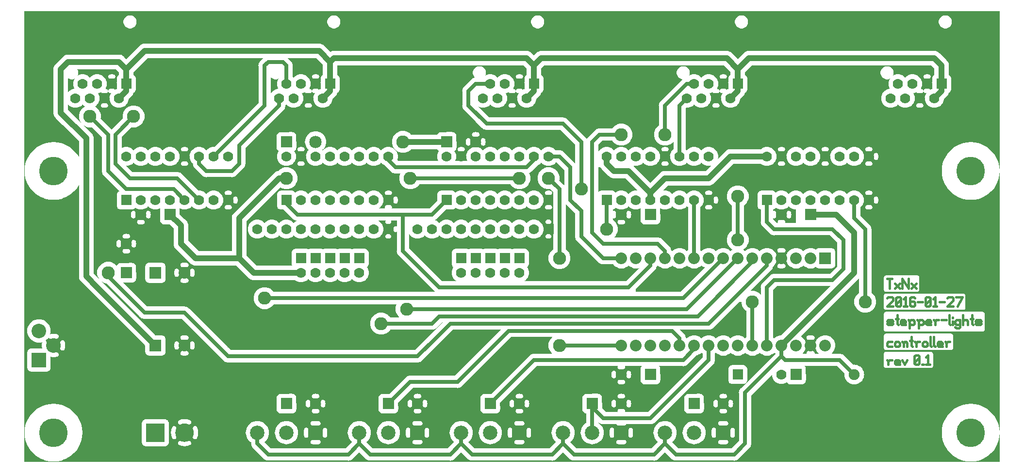
<source format=gbr>
G04 start of page 2 for group 0 idx 0 *
G04 Title: (unknown), topMIXED *
G04 Creator: pcb 20140316 *
G04 CreationDate: Wed 27 Jan 2016 09:29:51 PM GMT UTC *
G04 For: veox *
G04 Format: Gerber/RS-274X *
G04 PCB-Dimensions (mil): 6700.00 3100.00 *
G04 PCB-Coordinate-Origin: lower left *
%MOIN*%
%FSLAX25Y25*%
%LNTOP*%
%ADD32C,0.0500*%
%ADD31C,0.0450*%
%ADD30C,0.0200*%
%ADD29C,0.0394*%
%ADD28C,0.0305*%
%ADD27C,0.0300*%
%ADD26C,0.0280*%
%ADD25C,0.1181*%
%ADD24C,0.0350*%
%ADD23C,0.1969*%
%ADD22C,0.0900*%
%ADD21C,0.1000*%
%ADD20C,0.1261*%
%ADD19C,0.0800*%
%ADD18C,0.0850*%
%ADD17C,0.0987*%
%ADD16C,0.0750*%
%ADD15C,0.0700*%
%ADD14C,0.0150*%
%ADD13C,0.0400*%
%ADD12C,0.0250*%
%ADD11C,0.0001*%
G54D11*G36*
X485191Y74902D02*X485873Y74319D01*
X486812Y73744D01*
X487830Y73322D01*
X488902Y73065D01*
X490000Y72978D01*
X491098Y73065D01*
X492170Y73322D01*
X493188Y73744D01*
X494127Y74319D01*
X494965Y75035D01*
X495000Y75076D01*
X495035Y75035D01*
X495873Y74319D01*
X496812Y73744D01*
X497830Y73322D01*
X498902Y73065D01*
X500000Y72978D01*
X501098Y73065D01*
X502170Y73322D01*
X503188Y73744D01*
X504127Y74319D01*
X504965Y75035D01*
X505000Y75076D01*
X505035Y75035D01*
X505873Y74319D01*
X506812Y73744D01*
X507830Y73322D01*
X508902Y73065D01*
X510000Y72978D01*
X511098Y73065D01*
X512170Y73322D01*
X513188Y73744D01*
X514127Y74319D01*
X514965Y75035D01*
X515000Y75076D01*
X515035Y75035D01*
X515750Y74424D01*
Y74260D01*
X492113Y50623D01*
X491986Y50514D01*
X491551Y50006D01*
X491202Y49435D01*
X490946Y48817D01*
X490789Y48167D01*
X490789Y48166D01*
X490737Y47500D01*
X490750Y47334D01*
Y14260D01*
X485740Y9250D01*
X485191D01*
Y17225D01*
X485220Y17179D01*
X485373Y16999D01*
X485553Y16846D01*
X485754Y16722D01*
X485972Y16632D01*
X486202Y16577D01*
X486437Y16558D01*
X486672Y16577D01*
X486902Y16632D01*
X487120Y16722D01*
X487321Y16846D01*
X487501Y16999D01*
X487654Y17179D01*
X487778Y17380D01*
X487868Y17598D01*
X487923Y17828D01*
X487937Y18063D01*
Y21937D01*
X487923Y22172D01*
X487868Y22402D01*
X487778Y22620D01*
X487654Y22821D01*
X487501Y23001D01*
X487321Y23154D01*
X487120Y23278D01*
X486902Y23368D01*
X486672Y23423D01*
X486437Y23442D01*
X486202Y23423D01*
X485972Y23368D01*
X485754Y23278D01*
X485553Y23154D01*
X485373Y23001D01*
X485220Y22821D01*
X485191Y22775D01*
Y37386D01*
X485281Y37388D01*
X485513Y37430D01*
X485736Y37508D01*
X485944Y37620D01*
X486132Y37763D01*
X486295Y37933D01*
X486430Y38127D01*
X486532Y38340D01*
X486596Y38567D01*
X486721Y39278D01*
X486760Y40000D01*
X486721Y40722D01*
X486606Y41435D01*
X486538Y41662D01*
X486435Y41876D01*
X486299Y42070D01*
X486136Y42242D01*
X485947Y42385D01*
X485738Y42497D01*
X485514Y42575D01*
X485281Y42617D01*
X485191Y42619D01*
Y53795D01*
X485570Y53638D01*
X486029Y53528D01*
X486500Y53500D01*
X493971Y53528D01*
X494430Y53638D01*
X494866Y53819D01*
X495269Y54065D01*
X495628Y54372D01*
X495935Y54731D01*
X496181Y55134D01*
X496362Y55570D01*
X496472Y56029D01*
X496500Y56500D01*
X496472Y63971D01*
X496362Y64430D01*
X496181Y64866D01*
X495935Y65269D01*
X495628Y65628D01*
X495269Y65935D01*
X494866Y66181D01*
X494430Y66362D01*
X493971Y66472D01*
X493500Y66500D01*
X486029Y66472D01*
X485570Y66362D01*
X485191Y66205D01*
Y74902D01*
G37*
G36*
X480003Y72979D02*X481098Y73065D01*
X482170Y73322D01*
X483188Y73744D01*
X484127Y74319D01*
X484965Y75035D01*
X485000Y75076D01*
X485035Y75035D01*
X485191Y74902D01*
Y66205D01*
X485134Y66181D01*
X484731Y65935D01*
X484372Y65628D01*
X484065Y65269D01*
X483819Y64866D01*
X483638Y64430D01*
X483528Y63971D01*
X483500Y63500D01*
X483528Y56029D01*
X483638Y55570D01*
X483819Y55134D01*
X484065Y54731D01*
X484372Y54372D01*
X484731Y54065D01*
X485134Y53819D01*
X485191Y53795D01*
Y42619D01*
X485044Y42622D01*
X484810Y42590D01*
X484583Y42522D01*
X484369Y42419D01*
X484175Y42284D01*
X484004Y42120D01*
X483860Y41931D01*
X483748Y41723D01*
X483670Y41499D01*
X483628Y41266D01*
X483623Y41029D01*
X483659Y40795D01*
X483729Y40400D01*
X483750Y40000D01*
X483729Y39600D01*
X483664Y39204D01*
X483628Y38971D01*
X483633Y38735D01*
X483675Y38502D01*
X483753Y38279D01*
X483865Y38071D01*
X484008Y37884D01*
X484178Y37720D01*
X484372Y37586D01*
X484585Y37483D01*
X484811Y37415D01*
X485045Y37383D01*
X485191Y37386D01*
Y22775D01*
X485096Y22620D01*
X485006Y22402D01*
X484951Y22172D01*
X484937Y21937D01*
Y18063D01*
X484951Y17828D01*
X485006Y17598D01*
X485096Y17380D01*
X485191Y17225D01*
Y9250D01*
X480003D01*
Y12063D01*
X481937D01*
X482172Y12077D01*
X482402Y12132D01*
X482620Y12222D01*
X482821Y12346D01*
X483001Y12499D01*
X483154Y12679D01*
X483278Y12880D01*
X483368Y13098D01*
X483423Y13328D01*
X483442Y13563D01*
X483423Y13798D01*
X483368Y14028D01*
X483278Y14246D01*
X483154Y14447D01*
X483001Y14627D01*
X482821Y14780D01*
X482620Y14904D01*
X482402Y14994D01*
X482172Y15049D01*
X481937Y15063D01*
X480003D01*
Y24937D01*
X481937D01*
X482172Y24951D01*
X482402Y25006D01*
X482620Y25096D01*
X482821Y25220D01*
X483001Y25373D01*
X483154Y25553D01*
X483278Y25754D01*
X483368Y25972D01*
X483423Y26202D01*
X483442Y26437D01*
X483423Y26672D01*
X483368Y26902D01*
X483278Y27120D01*
X483154Y27321D01*
X483001Y27501D01*
X482821Y27654D01*
X482620Y27778D01*
X482402Y27868D01*
X482172Y27923D01*
X481937Y27937D01*
X480003D01*
Y33240D01*
X480722Y33279D01*
X481435Y33394D01*
X481662Y33462D01*
X481876Y33565D01*
X482070Y33701D01*
X482242Y33864D01*
X482385Y34053D01*
X482497Y34262D01*
X482575Y34486D01*
X482617Y34719D01*
X482622Y34956D01*
X482590Y35190D01*
X482522Y35417D01*
X482419Y35631D01*
X482284Y35825D01*
X482120Y35996D01*
X481931Y36140D01*
X481723Y36252D01*
X481499Y36330D01*
X481266Y36372D01*
X481029Y36377D01*
X480795Y36341D01*
X480400Y36271D01*
X480003Y36250D01*
Y43750D01*
X480400Y43729D01*
X480796Y43664D01*
X481029Y43628D01*
X481265Y43633D01*
X481498Y43675D01*
X481721Y43753D01*
X481929Y43865D01*
X482116Y44008D01*
X482280Y44178D01*
X482414Y44372D01*
X482517Y44585D01*
X482585Y44811D01*
X482617Y45045D01*
X482612Y45281D01*
X482570Y45513D01*
X482492Y45736D01*
X482380Y45944D01*
X482237Y46132D01*
X482067Y46295D01*
X481873Y46430D01*
X481660Y46532D01*
X481433Y46596D01*
X480722Y46721D01*
X480003Y46760D01*
Y72979D01*
G37*
G36*
X474809Y74902D02*X474965Y75035D01*
X475000Y75076D01*
X475035Y75035D01*
X475873Y74319D01*
X476812Y73744D01*
X477830Y73322D01*
X478902Y73065D01*
X480000Y72978D01*
X480003Y72979D01*
Y46760D01*
X480000Y46760D01*
X479278Y46721D01*
X478565Y46606D01*
X478338Y46538D01*
X478124Y46435D01*
X477930Y46299D01*
X477758Y46136D01*
X477615Y45947D01*
X477503Y45738D01*
X477425Y45514D01*
X477383Y45281D01*
X477378Y45044D01*
X477410Y44810D01*
X477478Y44583D01*
X477581Y44369D01*
X477716Y44175D01*
X477880Y44004D01*
X478069Y43860D01*
X478277Y43748D01*
X478501Y43670D01*
X478734Y43628D01*
X478971Y43623D01*
X479205Y43659D01*
X479600Y43729D01*
X480000Y43750D01*
X480003Y43750D01*
Y36250D01*
X480000Y36250D01*
X479600Y36271D01*
X479204Y36336D01*
X478971Y36372D01*
X478735Y36367D01*
X478502Y36325D01*
X478279Y36247D01*
X478071Y36135D01*
X477884Y35992D01*
X477720Y35822D01*
X477586Y35628D01*
X477483Y35415D01*
X477415Y35189D01*
X477383Y34955D01*
X477388Y34719D01*
X477430Y34487D01*
X477508Y34264D01*
X477620Y34056D01*
X477763Y33868D01*
X477933Y33705D01*
X478127Y33570D01*
X478340Y33468D01*
X478567Y33404D01*
X479278Y33279D01*
X480000Y33240D01*
X480003Y33240D01*
Y27937D01*
X478063D01*
X477828Y27923D01*
X477598Y27868D01*
X477380Y27778D01*
X477179Y27654D01*
X476999Y27501D01*
X476846Y27321D01*
X476722Y27120D01*
X476632Y26902D01*
X476577Y26672D01*
X476558Y26437D01*
X476577Y26202D01*
X476632Y25972D01*
X476722Y25754D01*
X476846Y25553D01*
X476999Y25373D01*
X477179Y25220D01*
X477380Y25096D01*
X477598Y25006D01*
X477828Y24951D01*
X478063Y24937D01*
X480003D01*
Y15063D01*
X478063D01*
X477828Y15049D01*
X477598Y14994D01*
X477380Y14904D01*
X477179Y14780D01*
X476999Y14627D01*
X476846Y14447D01*
X476722Y14246D01*
X476632Y14028D01*
X476577Y13798D01*
X476558Y13563D01*
X476577Y13328D01*
X476632Y13098D01*
X476722Y12880D01*
X476846Y12679D01*
X476999Y12499D01*
X477179Y12346D01*
X477380Y12222D01*
X477598Y12132D01*
X477828Y12077D01*
X478063Y12063D01*
X480003D01*
Y9250D01*
X474809D01*
Y17225D01*
X474904Y17380D01*
X474994Y17598D01*
X475049Y17828D01*
X475063Y18063D01*
Y21937D01*
X475049Y22172D01*
X474994Y22402D01*
X474904Y22620D01*
X474809Y22775D01*
Y37381D01*
X474956Y37378D01*
X475190Y37410D01*
X475417Y37478D01*
X475631Y37581D01*
X475825Y37716D01*
X475996Y37880D01*
X476140Y38069D01*
X476252Y38277D01*
X476330Y38501D01*
X476372Y38734D01*
X476377Y38971D01*
X476341Y39205D01*
X476271Y39600D01*
X476250Y40000D01*
X476271Y40400D01*
X476336Y40796D01*
X476372Y41029D01*
X476367Y41265D01*
X476325Y41498D01*
X476247Y41721D01*
X476135Y41929D01*
X475992Y42116D01*
X475822Y42280D01*
X475628Y42414D01*
X475415Y42517D01*
X475189Y42585D01*
X474955Y42617D01*
X474809Y42614D01*
Y74902D01*
G37*
G36*
X460000Y53990D02*X472887Y66877D01*
X473014Y66986D01*
X473449Y67494D01*
X473449Y67494D01*
X473798Y68065D01*
X474054Y68683D01*
X474211Y69333D01*
X474263Y70000D01*
X474250Y70167D01*
Y74424D01*
X474809Y74902D01*
Y42614D01*
X474719Y42612D01*
X474487Y42570D01*
X474264Y42492D01*
X474056Y42380D01*
X473868Y42237D01*
X473705Y42067D01*
X473570Y41873D01*
X473468Y41660D01*
X473404Y41433D01*
X473279Y40722D01*
X473240Y40000D01*
X473279Y39278D01*
X473394Y38565D01*
X473462Y38338D01*
X473565Y38124D01*
X473701Y37930D01*
X473864Y37758D01*
X474053Y37615D01*
X474262Y37503D01*
X474486Y37425D01*
X474719Y37383D01*
X474809Y37381D01*
Y22775D01*
X474780Y22821D01*
X474627Y23001D01*
X474447Y23154D01*
X474246Y23278D01*
X474028Y23368D01*
X473798Y23423D01*
X473563Y23442D01*
X473328Y23423D01*
X473098Y23368D01*
X472880Y23278D01*
X472679Y23154D01*
X472499Y23001D01*
X472346Y22821D01*
X472222Y22620D01*
X472132Y22402D01*
X472077Y22172D01*
X472063Y21937D01*
Y18063D01*
X472077Y17828D01*
X472132Y17598D01*
X472222Y17380D01*
X472346Y17179D01*
X472499Y16999D01*
X472679Y16846D01*
X472880Y16722D01*
X473098Y16632D01*
X473328Y16577D01*
X473563Y16558D01*
X473798Y16577D01*
X474028Y16632D01*
X474246Y16722D01*
X474447Y16846D01*
X474627Y16999D01*
X474780Y17179D01*
X474809Y17225D01*
Y9250D01*
X460000D01*
Y12039D01*
X461245Y12137D01*
X462460Y12428D01*
X463614Y12906D01*
X464680Y13559D01*
X465630Y14370D01*
X466441Y15320D01*
X467094Y16386D01*
X467572Y17540D01*
X467863Y18755D01*
X467937Y20000D01*
X467863Y21245D01*
X467572Y22460D01*
X467094Y23614D01*
X466441Y24680D01*
X465630Y25630D01*
X464680Y26441D01*
X463614Y27094D01*
X462460Y27572D01*
X461245Y27863D01*
X460000Y27961D01*
Y33263D01*
X464221Y33278D01*
X464680Y33388D01*
X465116Y33569D01*
X465519Y33815D01*
X465878Y34122D01*
X466185Y34481D01*
X466431Y34884D01*
X466612Y35320D01*
X466722Y35779D01*
X466750Y36250D01*
X466722Y44221D01*
X466612Y44680D01*
X466431Y45116D01*
X466185Y45519D01*
X465878Y45878D01*
X465519Y46185D01*
X465116Y46431D01*
X464680Y46612D01*
X464221Y46722D01*
X463750Y46750D01*
X460000Y46737D01*
Y53990D01*
G37*
G36*
X415191Y25750D02*X429834D01*
X430000Y25737D01*
X430666Y25789D01*
X430667Y25789D01*
X431317Y25946D01*
X431935Y26202D01*
X432506Y26551D01*
X433014Y26986D01*
X433123Y27113D01*
X460000Y53990D01*
Y46737D01*
X455779Y46722D01*
X455320Y46612D01*
X454884Y46431D01*
X454481Y46185D01*
X454122Y45878D01*
X453815Y45519D01*
X453569Y45116D01*
X453388Y44680D01*
X453278Y44221D01*
X453250Y43750D01*
X453278Y35779D01*
X453388Y35320D01*
X453569Y34884D01*
X453815Y34481D01*
X454122Y34122D01*
X454481Y33815D01*
X454884Y33569D01*
X455320Y33388D01*
X455779Y33278D01*
X456250Y33250D01*
X460000Y33263D01*
Y27961D01*
X458755Y27863D01*
X457540Y27572D01*
X456386Y27094D01*
X455320Y26441D01*
X454370Y25630D01*
X453559Y24680D01*
X452906Y23614D01*
X452428Y22460D01*
X452137Y21245D01*
X452039Y20000D01*
X452137Y18755D01*
X452428Y17540D01*
X452906Y16386D01*
X453559Y15320D01*
X454370Y14370D01*
X455320Y13559D01*
X456386Y12906D01*
X457540Y12428D01*
X458755Y12137D01*
X460000Y12039D01*
Y9250D01*
X449260D01*
X444826Y13684D01*
X445630Y14370D01*
X446441Y15320D01*
X447094Y16386D01*
X447572Y17540D01*
X447863Y18755D01*
X447937Y20000D01*
X447863Y21245D01*
X447572Y22460D01*
X447094Y23614D01*
X446441Y24680D01*
X445630Y25630D01*
X444680Y26441D01*
X443614Y27094D01*
X442460Y27572D01*
X441245Y27863D01*
X440000Y27961D01*
X438755Y27863D01*
X437540Y27572D01*
X436386Y27094D01*
X435320Y26441D01*
X434370Y25630D01*
X433559Y24680D01*
X432906Y23614D01*
X432428Y22460D01*
X432137Y21245D01*
X432039Y20000D01*
X432137Y18755D01*
X432428Y17540D01*
X432906Y16386D01*
X433559Y15320D01*
X434370Y14370D01*
X435174Y13684D01*
X430740Y9250D01*
X415191D01*
Y17225D01*
X415220Y17179D01*
X415373Y16999D01*
X415553Y16846D01*
X415754Y16722D01*
X415972Y16632D01*
X416202Y16577D01*
X416437Y16558D01*
X416672Y16577D01*
X416902Y16632D01*
X417120Y16722D01*
X417321Y16846D01*
X417501Y16999D01*
X417654Y17179D01*
X417778Y17380D01*
X417868Y17598D01*
X417923Y17828D01*
X417937Y18063D01*
Y21937D01*
X417923Y22172D01*
X417868Y22402D01*
X417778Y22620D01*
X417654Y22821D01*
X417501Y23001D01*
X417321Y23154D01*
X417120Y23278D01*
X416902Y23368D01*
X416672Y23423D01*
X416437Y23442D01*
X416202Y23423D01*
X415972Y23368D01*
X415754Y23278D01*
X415553Y23154D01*
X415373Y23001D01*
X415220Y22821D01*
X415191Y22775D01*
Y25750D01*
G37*
G36*
Y65750D02*X424013D01*
X423815Y65519D01*
X423569Y65116D01*
X423388Y64680D01*
X423278Y64221D01*
X423250Y63750D01*
X423278Y55779D01*
X423388Y55320D01*
X423569Y54884D01*
X423815Y54481D01*
X424122Y54122D01*
X424481Y53815D01*
X424884Y53569D01*
X425320Y53388D01*
X425779Y53278D01*
X426250Y53250D01*
X434221Y53278D01*
X434680Y53388D01*
X435116Y53569D01*
X435519Y53815D01*
X435878Y54122D01*
X436185Y54481D01*
X436431Y54884D01*
X436612Y55320D01*
X436722Y55779D01*
X436750Y56250D01*
X436722Y64221D01*
X436612Y64680D01*
X436431Y65116D01*
X436185Y65519D01*
X435987Y65750D01*
X452334D01*
X452500Y65737D01*
X453166Y65789D01*
X453167Y65789D01*
X453817Y65946D01*
X454435Y66202D01*
X455006Y66551D01*
X455514Y66986D01*
X455623Y67113D01*
X461726Y73216D01*
X462170Y73322D01*
X463188Y73744D01*
X464127Y74319D01*
X464965Y75035D01*
X465000Y75076D01*
X465035Y75035D01*
X465750Y74424D01*
Y71760D01*
X428240Y34250D01*
X415191D01*
Y37386D01*
X415281Y37388D01*
X415513Y37430D01*
X415736Y37508D01*
X415944Y37620D01*
X416132Y37763D01*
X416295Y37933D01*
X416430Y38127D01*
X416532Y38340D01*
X416596Y38567D01*
X416721Y39278D01*
X416760Y40000D01*
X416721Y40722D01*
X416606Y41435D01*
X416538Y41662D01*
X416435Y41876D01*
X416299Y42070D01*
X416136Y42242D01*
X415947Y42385D01*
X415738Y42497D01*
X415514Y42575D01*
X415281Y42617D01*
X415191Y42619D01*
Y57386D01*
X415281Y57388D01*
X415513Y57430D01*
X415736Y57508D01*
X415944Y57620D01*
X416132Y57763D01*
X416295Y57933D01*
X416430Y58127D01*
X416532Y58340D01*
X416596Y58567D01*
X416721Y59278D01*
X416760Y60000D01*
X416721Y60722D01*
X416606Y61435D01*
X416538Y61662D01*
X416435Y61876D01*
X416299Y62070D01*
X416136Y62242D01*
X415947Y62385D01*
X415738Y62497D01*
X415514Y62575D01*
X415281Y62617D01*
X415191Y62619D01*
Y65750D01*
G37*
G36*
X409997Y24937D02*X411937D01*
X412172Y24951D01*
X412402Y25006D01*
X412620Y25096D01*
X412821Y25220D01*
X413001Y25373D01*
X413154Y25553D01*
X413275Y25750D01*
X415191D01*
Y22775D01*
X415096Y22620D01*
X415006Y22402D01*
X414951Y22172D01*
X414937Y21937D01*
Y18063D01*
X414951Y17828D01*
X415006Y17598D01*
X415096Y17380D01*
X415191Y17225D01*
Y9250D01*
X409997D01*
Y12063D01*
X411937D01*
X412172Y12077D01*
X412402Y12132D01*
X412620Y12222D01*
X412821Y12346D01*
X413001Y12499D01*
X413154Y12679D01*
X413278Y12880D01*
X413368Y13098D01*
X413423Y13328D01*
X413442Y13563D01*
X413423Y13798D01*
X413368Y14028D01*
X413278Y14246D01*
X413154Y14447D01*
X413001Y14627D01*
X412821Y14780D01*
X412620Y14904D01*
X412402Y14994D01*
X412172Y15049D01*
X411937Y15063D01*
X409997D01*
Y24937D01*
G37*
G36*
Y63750D02*X410000Y63750D01*
X410400Y63729D01*
X410796Y63664D01*
X411029Y63628D01*
X411265Y63633D01*
X411498Y63675D01*
X411721Y63753D01*
X411929Y63865D01*
X412116Y64008D01*
X412280Y64178D01*
X412414Y64372D01*
X412517Y64585D01*
X412585Y64811D01*
X412617Y65045D01*
X412612Y65281D01*
X412570Y65513D01*
X412492Y65736D01*
X412485Y65750D01*
X415191D01*
Y62619D01*
X415044Y62622D01*
X414810Y62590D01*
X414583Y62522D01*
X414369Y62419D01*
X414175Y62284D01*
X414004Y62120D01*
X413860Y61931D01*
X413748Y61723D01*
X413670Y61499D01*
X413628Y61266D01*
X413623Y61029D01*
X413659Y60795D01*
X413729Y60400D01*
X413750Y60000D01*
X413729Y59600D01*
X413664Y59204D01*
X413628Y58971D01*
X413633Y58735D01*
X413675Y58502D01*
X413753Y58279D01*
X413865Y58071D01*
X414008Y57884D01*
X414178Y57720D01*
X414372Y57586D01*
X414585Y57483D01*
X414811Y57415D01*
X415045Y57383D01*
X415191Y57386D01*
Y42619D01*
X415044Y42622D01*
X414810Y42590D01*
X414583Y42522D01*
X414369Y42419D01*
X414175Y42284D01*
X414004Y42120D01*
X413860Y41931D01*
X413748Y41723D01*
X413670Y41499D01*
X413628Y41266D01*
X413623Y41029D01*
X413659Y40795D01*
X413729Y40400D01*
X413750Y40000D01*
X413729Y39600D01*
X413664Y39204D01*
X413628Y38971D01*
X413633Y38735D01*
X413675Y38502D01*
X413753Y38279D01*
X413865Y38071D01*
X414008Y37884D01*
X414178Y37720D01*
X414372Y37586D01*
X414585Y37483D01*
X414811Y37415D01*
X415045Y37383D01*
X415191Y37386D01*
Y34250D01*
X412491D01*
X412497Y34262D01*
X412575Y34486D01*
X412617Y34719D01*
X412622Y34956D01*
X412590Y35190D01*
X412522Y35417D01*
X412419Y35631D01*
X412284Y35825D01*
X412120Y35996D01*
X411931Y36140D01*
X411723Y36252D01*
X411499Y36330D01*
X411266Y36372D01*
X411029Y36377D01*
X410795Y36341D01*
X410400Y36271D01*
X410000Y36250D01*
X409997Y36250D01*
Y43750D01*
X410000Y43750D01*
X410400Y43729D01*
X410796Y43664D01*
X411029Y43628D01*
X411265Y43633D01*
X411498Y43675D01*
X411721Y43753D01*
X411929Y43865D01*
X412116Y44008D01*
X412280Y44178D01*
X412414Y44372D01*
X412517Y44585D01*
X412585Y44811D01*
X412617Y45045D01*
X412612Y45281D01*
X412570Y45513D01*
X412492Y45736D01*
X412380Y45944D01*
X412237Y46132D01*
X412067Y46295D01*
X411873Y46430D01*
X411660Y46532D01*
X411433Y46596D01*
X410722Y46721D01*
X410000Y46760D01*
X409997Y46760D01*
Y53240D01*
X410000Y53240D01*
X410722Y53279D01*
X411435Y53394D01*
X411662Y53462D01*
X411876Y53565D01*
X412070Y53701D01*
X412242Y53864D01*
X412385Y54053D01*
X412497Y54262D01*
X412575Y54486D01*
X412617Y54719D01*
X412622Y54956D01*
X412590Y55190D01*
X412522Y55417D01*
X412419Y55631D01*
X412284Y55825D01*
X412120Y55996D01*
X411931Y56140D01*
X411723Y56252D01*
X411499Y56330D01*
X411266Y56372D01*
X411029Y56377D01*
X410795Y56341D01*
X410400Y56271D01*
X410000Y56250D01*
X409997Y56250D01*
Y63750D01*
G37*
G36*
X404809Y25750D02*X406725D01*
X406846Y25553D01*
X406999Y25373D01*
X407179Y25220D01*
X407380Y25096D01*
X407598Y25006D01*
X407828Y24951D01*
X408063Y24937D01*
X409997D01*
Y15063D01*
X408063D01*
X407828Y15049D01*
X407598Y14994D01*
X407380Y14904D01*
X407179Y14780D01*
X406999Y14627D01*
X406846Y14447D01*
X406722Y14246D01*
X406632Y14028D01*
X406577Y13798D01*
X406558Y13563D01*
X406577Y13328D01*
X406632Y13098D01*
X406722Y12880D01*
X406846Y12679D01*
X406999Y12499D01*
X407179Y12346D01*
X407380Y12222D01*
X407598Y12132D01*
X407828Y12077D01*
X408063Y12063D01*
X409997D01*
Y9250D01*
X404809D01*
Y17225D01*
X404904Y17380D01*
X404994Y17598D01*
X405049Y17828D01*
X405063Y18063D01*
Y21937D01*
X405049Y22172D01*
X404994Y22402D01*
X404904Y22620D01*
X404809Y22775D01*
Y25750D01*
G37*
G36*
Y65750D02*X407509D01*
X407503Y65738D01*
X407425Y65514D01*
X407383Y65281D01*
X407378Y65044D01*
X407410Y64810D01*
X407478Y64583D01*
X407581Y64369D01*
X407716Y64175D01*
X407880Y64004D01*
X408069Y63860D01*
X408277Y63748D01*
X408501Y63670D01*
X408734Y63628D01*
X408971Y63623D01*
X409205Y63659D01*
X409600Y63729D01*
X409997Y63750D01*
Y56250D01*
X409600Y56271D01*
X409204Y56336D01*
X408971Y56372D01*
X408735Y56367D01*
X408502Y56325D01*
X408279Y56247D01*
X408071Y56135D01*
X407884Y55992D01*
X407720Y55822D01*
X407586Y55628D01*
X407483Y55415D01*
X407415Y55189D01*
X407383Y54955D01*
X407388Y54719D01*
X407430Y54487D01*
X407508Y54264D01*
X407620Y54056D01*
X407763Y53868D01*
X407933Y53705D01*
X408127Y53570D01*
X408340Y53468D01*
X408567Y53404D01*
X409278Y53279D01*
X409997Y53240D01*
Y46760D01*
X409278Y46721D01*
X408565Y46606D01*
X408338Y46538D01*
X408124Y46435D01*
X407930Y46299D01*
X407758Y46136D01*
X407615Y45947D01*
X407503Y45738D01*
X407425Y45514D01*
X407383Y45281D01*
X407378Y45044D01*
X407410Y44810D01*
X407478Y44583D01*
X407581Y44369D01*
X407716Y44175D01*
X407880Y44004D01*
X408069Y43860D01*
X408277Y43748D01*
X408501Y43670D01*
X408734Y43628D01*
X408971Y43623D01*
X409205Y43659D01*
X409600Y43729D01*
X409997Y43750D01*
Y36250D01*
X409600Y36271D01*
X409204Y36336D01*
X408971Y36372D01*
X408735Y36367D01*
X408502Y36325D01*
X408279Y36247D01*
X408071Y36135D01*
X407884Y35992D01*
X407720Y35822D01*
X407586Y35628D01*
X407483Y35415D01*
X407415Y35189D01*
X407383Y34955D01*
X407388Y34719D01*
X407430Y34487D01*
X407508Y34264D01*
X407515Y34250D01*
X404809D01*
Y37381D01*
X404956Y37378D01*
X405190Y37410D01*
X405417Y37478D01*
X405631Y37581D01*
X405825Y37716D01*
X405996Y37880D01*
X406140Y38069D01*
X406252Y38277D01*
X406330Y38501D01*
X406372Y38734D01*
X406377Y38971D01*
X406341Y39205D01*
X406271Y39600D01*
X406250Y40000D01*
X406271Y40400D01*
X406336Y40796D01*
X406372Y41029D01*
X406367Y41265D01*
X406325Y41498D01*
X406247Y41721D01*
X406135Y41929D01*
X405992Y42116D01*
X405822Y42280D01*
X405628Y42414D01*
X405415Y42517D01*
X405189Y42585D01*
X404955Y42617D01*
X404809Y42614D01*
Y57381D01*
X404956Y57378D01*
X405190Y57410D01*
X405417Y57478D01*
X405631Y57581D01*
X405825Y57716D01*
X405996Y57880D01*
X406140Y58069D01*
X406252Y58277D01*
X406330Y58501D01*
X406372Y58734D01*
X406377Y58971D01*
X406341Y59205D01*
X406271Y59600D01*
X406250Y60000D01*
X406271Y60400D01*
X406336Y60796D01*
X406372Y61029D01*
X406367Y61265D01*
X406325Y61498D01*
X406247Y61721D01*
X406135Y61929D01*
X405992Y62116D01*
X405822Y62280D01*
X405628Y62414D01*
X405415Y62517D01*
X405189Y62585D01*
X404955Y62617D01*
X404809Y62614D01*
Y65750D01*
G37*
G36*
X345191Y59181D02*X351760Y65750D01*
X404809D01*
Y62614D01*
X404719Y62612D01*
X404487Y62570D01*
X404264Y62492D01*
X404056Y62380D01*
X403868Y62237D01*
X403705Y62067D01*
X403570Y61873D01*
X403468Y61660D01*
X403404Y61433D01*
X403279Y60722D01*
X403240Y60000D01*
X403279Y59278D01*
X403394Y58565D01*
X403462Y58338D01*
X403565Y58124D01*
X403701Y57930D01*
X403864Y57758D01*
X404053Y57615D01*
X404262Y57503D01*
X404486Y57425D01*
X404719Y57383D01*
X404809Y57381D01*
Y42614D01*
X404719Y42612D01*
X404487Y42570D01*
X404264Y42492D01*
X404056Y42380D01*
X403868Y42237D01*
X403705Y42067D01*
X403570Y41873D01*
X403468Y41660D01*
X403404Y41433D01*
X403279Y40722D01*
X403240Y40000D01*
X403279Y39278D01*
X403394Y38565D01*
X403462Y38338D01*
X403565Y38124D01*
X403701Y37930D01*
X403864Y37758D01*
X404053Y37615D01*
X404262Y37503D01*
X404486Y37425D01*
X404719Y37383D01*
X404809Y37381D01*
Y34250D01*
X399260D01*
X396748Y36762D01*
X396722Y44221D01*
X396612Y44680D01*
X396431Y45116D01*
X396185Y45519D01*
X395878Y45878D01*
X395519Y46185D01*
X395116Y46431D01*
X394680Y46612D01*
X394221Y46722D01*
X393750Y46750D01*
X385779Y46722D01*
X385320Y46612D01*
X384884Y46431D01*
X384481Y46185D01*
X384122Y45878D01*
X383815Y45519D01*
X383569Y45116D01*
X383388Y44680D01*
X383278Y44221D01*
X383250Y43750D01*
X383278Y35779D01*
X383388Y35320D01*
X383569Y34884D01*
X383815Y34481D01*
X384122Y34122D01*
X384481Y33815D01*
X384884Y33569D01*
X385320Y33388D01*
X385750Y33285D01*
Y26704D01*
X385320Y26441D01*
X384370Y25630D01*
X383559Y24680D01*
X382906Y23614D01*
X382428Y22460D01*
X382137Y21245D01*
X382039Y20000D01*
X382137Y18755D01*
X382428Y17540D01*
X382906Y16386D01*
X383559Y15320D01*
X384370Y14370D01*
X385320Y13559D01*
X386386Y12906D01*
X387540Y12428D01*
X388755Y12137D01*
X390000Y12039D01*
X391245Y12137D01*
X392460Y12428D01*
X393614Y12906D01*
X394680Y13559D01*
X395630Y14370D01*
X396441Y15320D01*
X397094Y16386D01*
X397572Y17540D01*
X397863Y18755D01*
X397937Y20000D01*
X397863Y21245D01*
X397572Y22460D01*
X397094Y23614D01*
X396441Y24680D01*
X395630Y25630D01*
X394680Y26441D01*
X394250Y26704D01*
Y27240D01*
X394377Y27113D01*
X394486Y26986D01*
X394994Y26551D01*
X394994Y26551D01*
X395215Y26416D01*
X395565Y26202D01*
X396183Y25946D01*
X396833Y25789D01*
X396833D01*
X397500Y25737D01*
X397667Y25750D01*
X404809D01*
Y22775D01*
X404780Y22821D01*
X404627Y23001D01*
X404447Y23154D01*
X404246Y23278D01*
X404028Y23368D01*
X403798Y23423D01*
X403563Y23442D01*
X403328Y23423D01*
X403098Y23368D01*
X402880Y23278D01*
X402679Y23154D01*
X402499Y23001D01*
X402346Y22821D01*
X402222Y22620D01*
X402132Y22402D01*
X402077Y22172D01*
X402063Y21937D01*
Y18063D01*
X402077Y17828D01*
X402132Y17598D01*
X402222Y17380D01*
X402346Y17179D01*
X402499Y16999D01*
X402679Y16846D01*
X402880Y16722D01*
X403098Y16632D01*
X403328Y16577D01*
X403563Y16558D01*
X403798Y16577D01*
X404028Y16632D01*
X404246Y16722D01*
X404447Y16846D01*
X404627Y16999D01*
X404780Y17179D01*
X404809Y17225D01*
Y9250D01*
X379260D01*
X374826Y13684D01*
X375630Y14370D01*
X376441Y15320D01*
X377094Y16386D01*
X377572Y17540D01*
X377863Y18755D01*
X377937Y20000D01*
X377863Y21245D01*
X377572Y22460D01*
X377094Y23614D01*
X376441Y24680D01*
X375630Y25630D01*
X374680Y26441D01*
X373614Y27094D01*
X372460Y27572D01*
X371245Y27863D01*
X370000Y27961D01*
X368755Y27863D01*
X367540Y27572D01*
X366386Y27094D01*
X365320Y26441D01*
X364370Y25630D01*
X363559Y24680D01*
X362906Y23614D01*
X362428Y22460D01*
X362137Y21245D01*
X362039Y20000D01*
X362137Y18755D01*
X362428Y17540D01*
X362906Y16386D01*
X363559Y15320D01*
X364370Y14370D01*
X365174Y13684D01*
X360740Y9250D01*
X345191D01*
Y17225D01*
X345220Y17179D01*
X345373Y16999D01*
X345553Y16846D01*
X345754Y16722D01*
X345972Y16632D01*
X346202Y16577D01*
X346437Y16558D01*
X346672Y16577D01*
X346902Y16632D01*
X347120Y16722D01*
X347321Y16846D01*
X347501Y16999D01*
X347654Y17179D01*
X347778Y17380D01*
X347868Y17598D01*
X347923Y17828D01*
X347937Y18063D01*
Y21937D01*
X347923Y22172D01*
X347868Y22402D01*
X347778Y22620D01*
X347654Y22821D01*
X347501Y23001D01*
X347321Y23154D01*
X347120Y23278D01*
X346902Y23368D01*
X346672Y23423D01*
X346437Y23442D01*
X346202Y23423D01*
X345972Y23368D01*
X345754Y23278D01*
X345553Y23154D01*
X345373Y23001D01*
X345220Y22821D01*
X345191Y22775D01*
Y37386D01*
X345281Y37388D01*
X345513Y37430D01*
X345736Y37508D01*
X345944Y37620D01*
X346132Y37763D01*
X346295Y37933D01*
X346430Y38127D01*
X346532Y38340D01*
X346596Y38567D01*
X346721Y39278D01*
X346760Y40000D01*
X346721Y40722D01*
X346606Y41435D01*
X346538Y41662D01*
X346435Y41876D01*
X346299Y42070D01*
X346136Y42242D01*
X345947Y42385D01*
X345738Y42497D01*
X345514Y42575D01*
X345281Y42617D01*
X345191Y42619D01*
Y59181D01*
G37*
G36*
X340003Y53992D02*X345191Y59181D01*
Y42619D01*
X345044Y42622D01*
X344810Y42590D01*
X344583Y42522D01*
X344369Y42419D01*
X344175Y42284D01*
X344004Y42120D01*
X343860Y41931D01*
X343748Y41723D01*
X343670Y41499D01*
X343628Y41266D01*
X343623Y41029D01*
X343659Y40795D01*
X343729Y40400D01*
X343750Y40000D01*
X343729Y39600D01*
X343664Y39204D01*
X343628Y38971D01*
X343633Y38735D01*
X343675Y38502D01*
X343753Y38279D01*
X343865Y38071D01*
X344008Y37884D01*
X344178Y37720D01*
X344372Y37586D01*
X344585Y37483D01*
X344811Y37415D01*
X345045Y37383D01*
X345191Y37386D01*
Y22775D01*
X345096Y22620D01*
X345006Y22402D01*
X344951Y22172D01*
X344937Y21937D01*
Y18063D01*
X344951Y17828D01*
X345006Y17598D01*
X345096Y17380D01*
X345191Y17225D01*
Y9250D01*
X340003D01*
Y12063D01*
X341937D01*
X342172Y12077D01*
X342402Y12132D01*
X342620Y12222D01*
X342821Y12346D01*
X343001Y12499D01*
X343154Y12679D01*
X343278Y12880D01*
X343368Y13098D01*
X343423Y13328D01*
X343442Y13563D01*
X343423Y13798D01*
X343368Y14028D01*
X343278Y14246D01*
X343154Y14447D01*
X343001Y14627D01*
X342821Y14780D01*
X342620Y14904D01*
X342402Y14994D01*
X342172Y15049D01*
X341937Y15063D01*
X340003D01*
Y24937D01*
X341937D01*
X342172Y24951D01*
X342402Y25006D01*
X342620Y25096D01*
X342821Y25220D01*
X343001Y25373D01*
X343154Y25553D01*
X343278Y25754D01*
X343368Y25972D01*
X343423Y26202D01*
X343442Y26437D01*
X343423Y26672D01*
X343368Y26902D01*
X343278Y27120D01*
X343154Y27321D01*
X343001Y27501D01*
X342821Y27654D01*
X342620Y27778D01*
X342402Y27868D01*
X342172Y27923D01*
X341937Y27937D01*
X340003D01*
Y33240D01*
X340722Y33279D01*
X341435Y33394D01*
X341662Y33462D01*
X341876Y33565D01*
X342070Y33701D01*
X342242Y33864D01*
X342385Y34053D01*
X342497Y34262D01*
X342575Y34486D01*
X342617Y34719D01*
X342622Y34956D01*
X342590Y35190D01*
X342522Y35417D01*
X342419Y35631D01*
X342284Y35825D01*
X342120Y35996D01*
X341931Y36140D01*
X341723Y36252D01*
X341499Y36330D01*
X341266Y36372D01*
X341029Y36377D01*
X340795Y36341D01*
X340400Y36271D01*
X340003Y36250D01*
Y43750D01*
X340400Y43729D01*
X340796Y43664D01*
X341029Y43628D01*
X341265Y43633D01*
X341498Y43675D01*
X341721Y43753D01*
X341929Y43865D01*
X342116Y44008D01*
X342280Y44178D01*
X342414Y44372D01*
X342517Y44585D01*
X342585Y44811D01*
X342617Y45045D01*
X342612Y45281D01*
X342570Y45513D01*
X342492Y45736D01*
X342380Y45944D01*
X342237Y46132D01*
X342067Y46295D01*
X341873Y46430D01*
X341660Y46532D01*
X341433Y46596D01*
X340722Y46721D01*
X340003Y46760D01*
Y53992D01*
G37*
G36*
X334809Y48798D02*X340003Y53992D01*
Y46760D01*
X340000Y46760D01*
X339278Y46721D01*
X338565Y46606D01*
X338338Y46538D01*
X338124Y46435D01*
X337930Y46299D01*
X337758Y46136D01*
X337615Y45947D01*
X337503Y45738D01*
X337425Y45514D01*
X337383Y45281D01*
X337378Y45044D01*
X337410Y44810D01*
X337478Y44583D01*
X337581Y44369D01*
X337716Y44175D01*
X337880Y44004D01*
X338069Y43860D01*
X338277Y43748D01*
X338501Y43670D01*
X338734Y43628D01*
X338971Y43623D01*
X339205Y43659D01*
X339600Y43729D01*
X340000Y43750D01*
X340003Y43750D01*
Y36250D01*
X340000Y36250D01*
X339600Y36271D01*
X339204Y36336D01*
X338971Y36372D01*
X338735Y36367D01*
X338502Y36325D01*
X338279Y36247D01*
X338071Y36135D01*
X337884Y35992D01*
X337720Y35822D01*
X337586Y35628D01*
X337483Y35415D01*
X337415Y35189D01*
X337383Y34955D01*
X337388Y34719D01*
X337430Y34487D01*
X337508Y34264D01*
X337620Y34056D01*
X337763Y33868D01*
X337933Y33705D01*
X338127Y33570D01*
X338340Y33468D01*
X338567Y33404D01*
X339278Y33279D01*
X340000Y33240D01*
X340003Y33240D01*
Y27937D01*
X338063D01*
X337828Y27923D01*
X337598Y27868D01*
X337380Y27778D01*
X337179Y27654D01*
X336999Y27501D01*
X336846Y27321D01*
X336722Y27120D01*
X336632Y26902D01*
X336577Y26672D01*
X336558Y26437D01*
X336577Y26202D01*
X336632Y25972D01*
X336722Y25754D01*
X336846Y25553D01*
X336999Y25373D01*
X337179Y25220D01*
X337380Y25096D01*
X337598Y25006D01*
X337828Y24951D01*
X338063Y24937D01*
X340003D01*
Y15063D01*
X338063D01*
X337828Y15049D01*
X337598Y14994D01*
X337380Y14904D01*
X337179Y14780D01*
X336999Y14627D01*
X336846Y14447D01*
X336722Y14246D01*
X336632Y14028D01*
X336577Y13798D01*
X336558Y13563D01*
X336577Y13328D01*
X336632Y13098D01*
X336722Y12880D01*
X336846Y12679D01*
X336999Y12499D01*
X337179Y12346D01*
X337380Y12222D01*
X337598Y12132D01*
X337828Y12077D01*
X338063Y12063D01*
X340003D01*
Y9250D01*
X334809D01*
Y17225D01*
X334904Y17380D01*
X334994Y17598D01*
X335049Y17828D01*
X335063Y18063D01*
Y21937D01*
X335049Y22172D01*
X334994Y22402D01*
X334904Y22620D01*
X334809Y22775D01*
Y37381D01*
X334956Y37378D01*
X335190Y37410D01*
X335417Y37478D01*
X335631Y37581D01*
X335825Y37716D01*
X335996Y37880D01*
X336140Y38069D01*
X336252Y38277D01*
X336330Y38501D01*
X336372Y38734D01*
X336377Y38971D01*
X336341Y39205D01*
X336271Y39600D01*
X336250Y40000D01*
X336271Y40400D01*
X336336Y40796D01*
X336372Y41029D01*
X336367Y41265D01*
X336325Y41498D01*
X336247Y41721D01*
X336135Y41929D01*
X335992Y42116D01*
X335822Y42280D01*
X335628Y42414D01*
X335415Y42517D01*
X335189Y42585D01*
X334955Y42617D01*
X334809Y42614D01*
Y48798D01*
G37*
G36*
X318298Y33257D02*X324221Y33278D01*
X324680Y33388D01*
X325116Y33569D01*
X325519Y33815D01*
X325878Y34122D01*
X326185Y34481D01*
X326431Y34884D01*
X326612Y35320D01*
X326722Y35779D01*
X326750Y36250D01*
X326734Y40724D01*
X334809Y48798D01*
Y42614D01*
X334719Y42612D01*
X334487Y42570D01*
X334264Y42492D01*
X334056Y42380D01*
X333868Y42237D01*
X333705Y42067D01*
X333570Y41873D01*
X333468Y41660D01*
X333404Y41433D01*
X333279Y40722D01*
X333240Y40000D01*
X333279Y39278D01*
X333394Y38565D01*
X333462Y38338D01*
X333565Y38124D01*
X333701Y37930D01*
X333864Y37758D01*
X334053Y37615D01*
X334262Y37503D01*
X334486Y37425D01*
X334719Y37383D01*
X334809Y37381D01*
Y22775D01*
X334780Y22821D01*
X334627Y23001D01*
X334447Y23154D01*
X334246Y23278D01*
X334028Y23368D01*
X333798Y23423D01*
X333563Y23442D01*
X333328Y23423D01*
X333098Y23368D01*
X332880Y23278D01*
X332679Y23154D01*
X332499Y23001D01*
X332346Y22821D01*
X332222Y22620D01*
X332132Y22402D01*
X332077Y22172D01*
X332063Y21937D01*
Y18063D01*
X332077Y17828D01*
X332132Y17598D01*
X332222Y17380D01*
X332346Y17179D01*
X332499Y16999D01*
X332679Y16846D01*
X332880Y16722D01*
X333098Y16632D01*
X333328Y16577D01*
X333563Y16558D01*
X333798Y16577D01*
X334028Y16632D01*
X334246Y16722D01*
X334447Y16846D01*
X334627Y16999D01*
X334780Y17179D01*
X334809Y17225D01*
Y9250D01*
X318298D01*
Y12246D01*
X318755Y12137D01*
X320000Y12039D01*
X321245Y12137D01*
X322460Y12428D01*
X323614Y12906D01*
X324680Y13559D01*
X325630Y14370D01*
X326441Y15320D01*
X327094Y16386D01*
X327572Y17540D01*
X327863Y18755D01*
X327937Y20000D01*
X327863Y21245D01*
X327572Y22460D01*
X327094Y23614D01*
X326441Y24680D01*
X325630Y25630D01*
X324680Y26441D01*
X323614Y27094D01*
X322460Y27572D01*
X321245Y27863D01*
X320000Y27961D01*
X318755Y27863D01*
X318298Y27754D01*
Y33257D01*
G37*
G36*
Y69788D02*X334260Y85750D01*
X362684D01*
X362180Y85320D01*
X361414Y84422D01*
X360797Y83415D01*
X360345Y82325D01*
X360069Y81177D01*
X359977Y80000D01*
X360069Y78823D01*
X360345Y77675D01*
X360797Y76585D01*
X361414Y75578D01*
X362180Y74680D01*
X362684Y74250D01*
X350167D01*
X350000Y74263D01*
X349333Y74211D01*
X348683Y74054D01*
X348065Y73798D01*
X347494Y73449D01*
X347494Y73449D01*
X346986Y73014D01*
X346877Y72887D01*
X320729Y46739D01*
X318298Y46731D01*
Y69788D01*
G37*
G36*
Y90750D02*X327240D01*
X318298Y81809D01*
Y90750D01*
G37*
G36*
X360002Y139682D02*X360069Y138823D01*
X360345Y137675D01*
X360797Y136585D01*
X361414Y135578D01*
X362180Y134680D01*
X363078Y133914D01*
X364085Y133297D01*
X365175Y132845D01*
X366323Y132569D01*
X367500Y132477D01*
X368677Y132569D01*
X369825Y132845D01*
X370915Y133297D01*
X371922Y133914D01*
X372820Y134680D01*
X373586Y135578D01*
X374203Y136585D01*
X374655Y137675D01*
X374931Y138823D01*
X375000Y140000D01*
X374931Y141177D01*
X374655Y142325D01*
X374203Y143415D01*
X373586Y144422D01*
X372820Y145320D01*
X371922Y146086D01*
X371750Y146192D01*
Y177261D01*
X371986Y176986D01*
X372113Y176877D01*
X378250Y170740D01*
Y155166D01*
X378237Y155000D01*
X378289Y154333D01*
Y154333D01*
X378446Y153683D01*
X378702Y153065D01*
X378916Y152715D01*
X379051Y152494D01*
X379051Y152494D01*
X379486Y151986D01*
X379613Y151877D01*
X394377Y137113D01*
X394486Y136986D01*
X394994Y136551D01*
X394994Y136551D01*
X395215Y136416D01*
X395565Y136202D01*
X396183Y135946D01*
X396833Y135789D01*
X396833D01*
X397500Y135737D01*
X397667Y135750D01*
X404424D01*
X405035Y135035D01*
X405873Y134319D01*
X406812Y133744D01*
X407830Y133322D01*
X408902Y133065D01*
X410000Y132978D01*
X411098Y133065D01*
X412170Y133322D01*
X413188Y133744D01*
X414127Y134319D01*
X414965Y135035D01*
X415000Y135076D01*
X415035Y135035D01*
X415873Y134319D01*
X416812Y133744D01*
X417830Y133322D01*
X418902Y133065D01*
X420000Y132978D01*
X421098Y133065D01*
X422170Y133322D01*
X422412Y133422D01*
X413240Y124250D01*
X360002D01*
Y139682D01*
G37*
G36*
Y187477D02*X361177Y187569D01*
X361373Y187617D01*
X363250Y185740D01*
Y146192D01*
X363078Y146086D01*
X362180Y145320D01*
X361414Y144422D01*
X360797Y143415D01*
X360345Y142325D01*
X360069Y141177D01*
X360002Y140318D01*
Y153500D01*
X360500D01*
X360735Y153514D01*
X360965Y153569D01*
X361183Y153659D01*
X361384Y153783D01*
X361564Y153936D01*
X361717Y154116D01*
X361841Y154317D01*
X361931Y154535D01*
X361986Y154765D01*
X362005Y155000D01*
X361986Y155235D01*
X361931Y155465D01*
X361841Y155683D01*
X361717Y155884D01*
X361564Y156064D01*
X361384Y156217D01*
X361183Y156341D01*
X360965Y156431D01*
X360735Y156486D01*
X360500Y156500D01*
X360002D01*
Y163500D01*
X360500D01*
X360735Y163514D01*
X360965Y163569D01*
X361183Y163659D01*
X361384Y163783D01*
X361564Y163936D01*
X361717Y164116D01*
X361841Y164317D01*
X361931Y164535D01*
X361986Y164765D01*
X362005Y165000D01*
X361986Y165235D01*
X361931Y165465D01*
X361841Y165683D01*
X361717Y165884D01*
X361564Y166064D01*
X361384Y166217D01*
X361183Y166341D01*
X360965Y166431D01*
X360735Y166486D01*
X360500Y166500D01*
X360002D01*
Y173493D01*
X360602Y173521D01*
X361199Y173605D01*
X361428Y173665D01*
X361644Y173762D01*
X361842Y173891D01*
X362018Y174050D01*
X362167Y174234D01*
X362285Y174439D01*
X362369Y174660D01*
X362418Y174892D01*
X362429Y175128D01*
X362404Y175364D01*
X362342Y175592D01*
X362246Y175808D01*
X362116Y176006D01*
X361958Y176182D01*
X361773Y176331D01*
X361568Y176449D01*
X361347Y176533D01*
X361115Y176582D01*
X360879Y176593D01*
X360644Y176564D01*
X360324Y176515D01*
X360002Y176500D01*
Y183500D01*
X360324Y183485D01*
X360645Y183440D01*
X360879Y183410D01*
X361115Y183422D01*
X361346Y183471D01*
X361567Y183555D01*
X361771Y183672D01*
X361955Y183821D01*
X362113Y183996D01*
X362242Y184194D01*
X362339Y184409D01*
X362401Y184637D01*
X362426Y184872D01*
X362414Y185108D01*
X362365Y185339D01*
X362281Y185559D01*
X362164Y185764D01*
X362015Y185948D01*
X361840Y186106D01*
X361642Y186235D01*
X361427Y186332D01*
X361198Y186389D01*
X360602Y186479D01*
X360002Y186507D01*
Y187477D01*
G37*
G36*
Y203480D02*X361020Y203560D01*
X362015Y203799D01*
X362960Y204191D01*
X363832Y204725D01*
X364610Y205390D01*
X364918Y205750D01*
X365740D01*
X370750Y200740D01*
Y190239D01*
X370514Y190514D01*
X370387Y190623D01*
X367383Y193627D01*
X367431Y193823D01*
X367500Y195000D01*
X367431Y196177D01*
X367155Y197325D01*
X366703Y198415D01*
X366086Y199422D01*
X365320Y200320D01*
X364422Y201086D01*
X363415Y201703D01*
X362325Y202155D01*
X361177Y202431D01*
X360002Y202523D01*
Y203480D01*
G37*
G36*
X318298Y190750D02*X333808D01*
X333914Y190578D01*
X334680Y189680D01*
X335578Y188914D01*
X336585Y188297D01*
X337675Y187845D01*
X338823Y187569D01*
X340000Y187477D01*
X341177Y187569D01*
X342325Y187845D01*
X343415Y188297D01*
X344422Y188914D01*
X345320Y189680D01*
X346086Y190578D01*
X346703Y191585D01*
X347155Y192675D01*
X347431Y193823D01*
X347500Y195000D01*
X347431Y196177D01*
X347155Y197325D01*
X346703Y198415D01*
X346610Y198567D01*
X346935Y198702D01*
X347506Y199051D01*
X348014Y199486D01*
X348123Y199613D01*
X352518Y204007D01*
X352960Y204191D01*
X353832Y204725D01*
X354610Y205390D01*
X355000Y205846D01*
X355390Y205390D01*
X356168Y204725D01*
X357040Y204191D01*
X357985Y203799D01*
X358980Y203560D01*
X360000Y203480D01*
X360002Y203480D01*
Y202523D01*
X360000Y202523D01*
X358823Y202431D01*
X357675Y202155D01*
X356585Y201703D01*
X355578Y201086D01*
X354680Y200320D01*
X353914Y199422D01*
X353297Y198415D01*
X352845Y197325D01*
X352569Y196177D01*
X352477Y195000D01*
X352569Y193823D01*
X352845Y192675D01*
X353297Y191585D01*
X353914Y190578D01*
X354680Y189680D01*
X355578Y188914D01*
X356585Y188297D01*
X357675Y187845D01*
X358823Y187569D01*
X360000Y187477D01*
X360002Y187477D01*
Y186507D01*
X360000Y186507D01*
X359398Y186479D01*
X358801Y186395D01*
X358572Y186335D01*
X358356Y186238D01*
X358157Y186109D01*
X357982Y185950D01*
X357833Y185766D01*
X357715Y185561D01*
X357631Y185340D01*
X357582Y185108D01*
X357571Y184872D01*
X357596Y184636D01*
X357658Y184408D01*
X357754Y184192D01*
X357884Y183994D01*
X358042Y183818D01*
X358227Y183669D01*
X358432Y183551D01*
X358653Y183467D01*
X358885Y183418D01*
X359121Y183407D01*
X359356Y183436D01*
X359676Y183485D01*
X360000Y183500D01*
X360002Y183500D01*
Y176500D01*
X360000Y176500D01*
X359676Y176515D01*
X359355Y176560D01*
X359121Y176590D01*
X358885Y176578D01*
X358654Y176529D01*
X358433Y176445D01*
X358229Y176328D01*
X358045Y176179D01*
X357887Y176004D01*
X357758Y175806D01*
X357661Y175591D01*
X357599Y175363D01*
X357574Y175128D01*
X357586Y174892D01*
X357635Y174661D01*
X357719Y174441D01*
X357836Y174236D01*
X357985Y174052D01*
X358160Y173894D01*
X358358Y173765D01*
X358573Y173668D01*
X358802Y173611D01*
X359398Y173521D01*
X360000Y173493D01*
X360002Y173493D01*
Y166500D01*
X359500D01*
X359265Y166486D01*
X359035Y166431D01*
X358817Y166341D01*
X358616Y166217D01*
X358436Y166064D01*
X358283Y165884D01*
X358159Y165683D01*
X358069Y165465D01*
X358014Y165235D01*
X357995Y165000D01*
X358014Y164765D01*
X358069Y164535D01*
X358159Y164317D01*
X358283Y164116D01*
X358436Y163936D01*
X358616Y163783D01*
X358817Y163659D01*
X359035Y163569D01*
X359265Y163514D01*
X359500Y163500D01*
X360002D01*
Y156500D01*
X359500D01*
X359265Y156486D01*
X359035Y156431D01*
X358817Y156341D01*
X358616Y156217D01*
X358436Y156064D01*
X358283Y155884D01*
X358159Y155683D01*
X358069Y155465D01*
X358014Y155235D01*
X357995Y155000D01*
X358014Y154765D01*
X358069Y154535D01*
X358159Y154317D01*
X358283Y154116D01*
X358436Y153936D01*
X358616Y153783D01*
X358817Y153659D01*
X359035Y153569D01*
X359265Y153514D01*
X359500Y153500D01*
X360002D01*
Y140318D01*
X359977Y140000D01*
X360002Y139682D01*
Y124250D01*
X343057D01*
X343832Y124725D01*
X344610Y125390D01*
X345275Y126168D01*
X345809Y127040D01*
X346201Y127985D01*
X346440Y128980D01*
X346500Y130000D01*
X346440Y131020D01*
X346201Y132015D01*
X345809Y132960D01*
X345275Y133832D01*
X345142Y133988D01*
X345269Y134065D01*
X345628Y134372D01*
X345935Y134731D01*
X346181Y135134D01*
X346362Y135570D01*
X346472Y136029D01*
X346500Y136500D01*
X346472Y143971D01*
X346362Y144430D01*
X346181Y144866D01*
X345935Y145269D01*
X345628Y145628D01*
X345269Y145935D01*
X344866Y146181D01*
X344430Y146362D01*
X343971Y146472D01*
X343500Y146500D01*
X336029Y146472D01*
X335570Y146362D01*
X335134Y146181D01*
X335000Y146099D01*
X334866Y146181D01*
X334430Y146362D01*
X333971Y146472D01*
X333500Y146500D01*
X326029Y146472D01*
X325570Y146362D01*
X325134Y146181D01*
X325000Y146099D01*
X324866Y146181D01*
X324430Y146362D01*
X323971Y146472D01*
X323500Y146500D01*
X318298Y146481D01*
Y153724D01*
X318980Y153560D01*
X320000Y153480D01*
X321020Y153560D01*
X322015Y153799D01*
X322960Y154191D01*
X323832Y154725D01*
X324610Y155390D01*
X325000Y155846D01*
X325390Y155390D01*
X326168Y154725D01*
X327040Y154191D01*
X327985Y153799D01*
X328980Y153560D01*
X330000Y153480D01*
X331020Y153560D01*
X332015Y153799D01*
X332960Y154191D01*
X333832Y154725D01*
X334610Y155390D01*
X335000Y155846D01*
X335390Y155390D01*
X336168Y154725D01*
X337040Y154191D01*
X337985Y153799D01*
X338980Y153560D01*
X340000Y153480D01*
X341020Y153560D01*
X342015Y153799D01*
X342960Y154191D01*
X343832Y154725D01*
X344610Y155390D01*
X345000Y155846D01*
X345390Y155390D01*
X346168Y154725D01*
X347040Y154191D01*
X347985Y153799D01*
X348980Y153560D01*
X350000Y153480D01*
X351020Y153560D01*
X352015Y153799D01*
X352960Y154191D01*
X353832Y154725D01*
X354610Y155390D01*
X355275Y156168D01*
X355809Y157040D01*
X356201Y157985D01*
X356440Y158980D01*
X356447Y159102D01*
X356486Y159265D01*
X356500Y159500D01*
Y160000D01*
X356500Y160000D01*
X356500Y160000D01*
Y160500D01*
X356486Y160735D01*
X356447Y160898D01*
X356440Y161020D01*
X356201Y162015D01*
X355809Y162960D01*
X355275Y163832D01*
X354610Y164610D01*
X353832Y165275D01*
X352960Y165809D01*
X352015Y166201D01*
X351020Y166440D01*
X350000Y166520D01*
X348980Y166440D01*
X347985Y166201D01*
X347040Y165809D01*
X346168Y165275D01*
X345390Y164610D01*
X345000Y164154D01*
X344610Y164610D01*
X343832Y165275D01*
X342960Y165809D01*
X342015Y166201D01*
X341020Y166440D01*
X340000Y166520D01*
X338980Y166440D01*
X337985Y166201D01*
X337040Y165809D01*
X336168Y165275D01*
X335390Y164610D01*
X335000Y164154D01*
X334610Y164610D01*
X333832Y165275D01*
X332960Y165809D01*
X332015Y166201D01*
X331020Y166440D01*
X330000Y166520D01*
X328980Y166440D01*
X327985Y166201D01*
X327040Y165809D01*
X326168Y165275D01*
X325390Y164610D01*
X325000Y164154D01*
X324610Y164610D01*
X323832Y165275D01*
X322960Y165809D01*
X322015Y166201D01*
X321020Y166440D01*
X320000Y166520D01*
X318980Y166440D01*
X318298Y166276D01*
Y173724D01*
X318980Y173560D01*
X320000Y173480D01*
X321020Y173560D01*
X322015Y173799D01*
X322960Y174191D01*
X323832Y174725D01*
X324610Y175390D01*
X325000Y175846D01*
X325390Y175390D01*
X326168Y174725D01*
X327040Y174191D01*
X327985Y173799D01*
X328980Y173560D01*
X330000Y173480D01*
X331020Y173560D01*
X332015Y173799D01*
X332960Y174191D01*
X333832Y174725D01*
X334610Y175390D01*
X335000Y175846D01*
X335390Y175390D01*
X336168Y174725D01*
X337040Y174191D01*
X337985Y173799D01*
X338980Y173560D01*
X340000Y173480D01*
X341020Y173560D01*
X342015Y173799D01*
X342960Y174191D01*
X343832Y174725D01*
X344610Y175390D01*
X345000Y175846D01*
X345390Y175390D01*
X346168Y174725D01*
X347040Y174191D01*
X347985Y173799D01*
X348980Y173560D01*
X350000Y173480D01*
X351020Y173560D01*
X352015Y173799D01*
X352960Y174191D01*
X353832Y174725D01*
X354610Y175390D01*
X355275Y176168D01*
X355809Y177040D01*
X356201Y177985D01*
X356228Y178100D01*
X356331Y178227D01*
X356449Y178432D01*
X356533Y178653D01*
X356582Y178885D01*
X356593Y179121D01*
X356564Y179356D01*
X356515Y179676D01*
X356500Y180000D01*
X356515Y180324D01*
X356560Y180645D01*
X356590Y180879D01*
X356578Y181115D01*
X356529Y181346D01*
X356445Y181567D01*
X356328Y181771D01*
X356231Y181892D01*
X356201Y182015D01*
X355809Y182960D01*
X355275Y183832D01*
X354610Y184610D01*
X353832Y185275D01*
X352960Y185809D01*
X352015Y186201D01*
X351020Y186440D01*
X350000Y186520D01*
X348980Y186440D01*
X347985Y186201D01*
X347040Y185809D01*
X346168Y185275D01*
X345390Y184610D01*
X345000Y184154D01*
X344610Y184610D01*
X343832Y185275D01*
X342960Y185809D01*
X342015Y186201D01*
X341020Y186440D01*
X340000Y186520D01*
X338980Y186440D01*
X337985Y186201D01*
X337040Y185809D01*
X336168Y185275D01*
X335390Y184610D01*
X335000Y184154D01*
X334610Y184610D01*
X333832Y185275D01*
X332960Y185809D01*
X332015Y186201D01*
X331020Y186440D01*
X330000Y186520D01*
X328980Y186440D01*
X327985Y186201D01*
X327040Y185809D01*
X326168Y185275D01*
X325390Y184610D01*
X325000Y184154D01*
X324610Y184610D01*
X323832Y185275D01*
X322960Y185809D01*
X322015Y186201D01*
X321020Y186440D01*
X320000Y186520D01*
X318980Y186440D01*
X318298Y186276D01*
Y190750D01*
G37*
G36*
Y228250D02*X368240D01*
X378250Y218240D01*
Y205239D01*
X378014Y205514D01*
X377887Y205623D01*
X370623Y212887D01*
X370514Y213014D01*
X370006Y213449D01*
X370006Y213449D01*
X369656Y213663D01*
X369435Y213798D01*
X368817Y214054D01*
X368167Y214211D01*
X367500Y214263D01*
X367333Y214250D01*
X364918D01*
X364610Y214610D01*
X363832Y215275D01*
X362960Y215809D01*
X362015Y216201D01*
X361020Y216440D01*
X360000Y216520D01*
X358980Y216440D01*
X357985Y216201D01*
X357040Y215809D01*
X356168Y215275D01*
X355390Y214610D01*
X355000Y214154D01*
X354610Y214610D01*
X353832Y215275D01*
X352960Y215809D01*
X352015Y216201D01*
X351020Y216440D01*
X350000Y216520D01*
X348980Y216440D01*
X347985Y216201D01*
X347040Y215809D01*
X346168Y215275D01*
X345390Y214610D01*
X345000Y214154D01*
X344610Y214610D01*
X343832Y215275D01*
X342960Y215809D01*
X342015Y216201D01*
X341020Y216440D01*
X340000Y216520D01*
X338980Y216440D01*
X337985Y216201D01*
X337040Y215809D01*
X336168Y215275D01*
X335390Y214610D01*
X335000Y214154D01*
X334610Y214610D01*
X333832Y215275D01*
X332960Y215809D01*
X332015Y216201D01*
X331020Y216440D01*
X330000Y216520D01*
X328980Y216440D01*
X327985Y216201D01*
X327040Y215809D01*
X326168Y215275D01*
X325390Y214610D01*
X325000Y214154D01*
X324610Y214610D01*
X323832Y215275D01*
X322960Y215809D01*
X322015Y216201D01*
X321020Y216440D01*
X320000Y216520D01*
X318980Y216440D01*
X318298Y216276D01*
Y228250D01*
G37*
G36*
X632493Y310000D02*X670000D01*
Y0D01*
X632493D01*
Y10593D01*
X633898Y8301D01*
X635926Y5926D01*
X638301Y3898D01*
X640964Y2266D01*
X643849Y1070D01*
X646886Y341D01*
X650000Y96D01*
X653114Y341D01*
X656151Y1070D01*
X659036Y2266D01*
X661699Y3898D01*
X664074Y5926D01*
X666102Y8301D01*
X667734Y10964D01*
X668930Y13849D01*
X669659Y16886D01*
X669843Y20000D01*
X669659Y23114D01*
X668930Y26151D01*
X667734Y29036D01*
X666102Y31699D01*
X664074Y34074D01*
X661699Y36102D01*
X659036Y37734D01*
X656151Y38930D01*
X653114Y39659D01*
X650000Y39904D01*
X646886Y39659D01*
X643849Y38930D01*
X640964Y37734D01*
X638301Y36102D01*
X635926Y34074D01*
X633898Y31699D01*
X632493Y29407D01*
Y77013D01*
X636715Y77014D01*
X636945Y77069D01*
X637163Y77159D01*
X637364Y77283D01*
X637544Y77436D01*
X637697Y77616D01*
X637821Y77817D01*
X637911Y78035D01*
X637966Y78265D01*
X637980Y78500D01*
X637966Y86835D01*
X637911Y87065D01*
X637821Y87283D01*
X637697Y87484D01*
X637544Y87664D01*
X637364Y87817D01*
X637163Y87941D01*
X636945Y88031D01*
X636715Y88086D01*
X636480Y88100D01*
X632493Y88099D01*
Y89534D01*
X658330Y89539D01*
X658560Y89594D01*
X658778Y89684D01*
X658979Y89808D01*
X659159Y89961D01*
X659312Y90141D01*
X659436Y90342D01*
X659526Y90560D01*
X659581Y90790D01*
X659595Y91025D01*
X659581Y101835D01*
X659526Y102065D01*
X659436Y102283D01*
X659312Y102484D01*
X659159Y102664D01*
X658979Y102817D01*
X658778Y102941D01*
X658560Y103031D01*
X658330Y103086D01*
X658095Y103100D01*
X632493Y103095D01*
Y104511D01*
X645130Y104514D01*
X645360Y104569D01*
X645578Y104659D01*
X645779Y104783D01*
X645959Y104936D01*
X646112Y105116D01*
X646236Y105317D01*
X646326Y105535D01*
X646381Y105765D01*
X646395Y106000D01*
X646381Y114335D01*
X646326Y114565D01*
X646236Y114783D01*
X646112Y114984D01*
X645959Y115164D01*
X645779Y115317D01*
X645578Y115441D01*
X645360Y115531D01*
X645130Y115586D01*
X644895Y115600D01*
X632493Y115597D01*
Y190593D01*
X633898Y188301D01*
X635926Y185926D01*
X638301Y183898D01*
X640964Y182266D01*
X643849Y181070D01*
X646886Y180341D01*
X650000Y180096D01*
X653114Y180341D01*
X656151Y181070D01*
X659036Y182266D01*
X661699Y183898D01*
X664074Y185926D01*
X666102Y188301D01*
X667734Y190964D01*
X668930Y193849D01*
X669659Y196886D01*
X669843Y200000D01*
X669659Y203114D01*
X668930Y206151D01*
X667734Y209036D01*
X666102Y211699D01*
X664074Y214074D01*
X661699Y216102D01*
X659036Y217734D01*
X656151Y218930D01*
X653114Y219659D01*
X650000Y219904D01*
X646886Y219659D01*
X643849Y218930D01*
X640964Y217734D01*
X638301Y216102D01*
X635926Y214074D01*
X633898Y211699D01*
X632493Y209407D01*
Y250422D01*
X633397Y251326D01*
X633546Y251454D01*
X634058Y252052D01*
X634469Y252723D01*
X634770Y253450D01*
X634858Y253815D01*
X634866Y253819D01*
X635269Y254065D01*
X635628Y254372D01*
X635935Y254731D01*
X636181Y255134D01*
X636362Y255570D01*
X636472Y256029D01*
X636500Y256500D01*
X636472Y263971D01*
X636362Y264430D01*
X636181Y264866D01*
X635935Y265269D01*
X635628Y265628D01*
X635269Y265935D01*
X635000Y266099D01*
Y272304D01*
X635015Y272500D01*
X634954Y273284D01*
X634954Y273285D01*
X634770Y274050D01*
X634469Y274777D01*
X634058Y275448D01*
X633546Y276046D01*
X633397Y276174D01*
X632493Y277078D01*
Y297962D01*
X632500Y297961D01*
X633210Y298017D01*
X633903Y298183D01*
X634561Y298456D01*
X635168Y298828D01*
X635710Y299290D01*
X636172Y299832D01*
X636544Y300439D01*
X636817Y301097D01*
X636983Y301790D01*
X637025Y302500D01*
X636983Y303210D01*
X636817Y303903D01*
X636544Y304561D01*
X636172Y305168D01*
X635710Y305710D01*
X635168Y306172D01*
X634561Y306544D01*
X633903Y306817D01*
X633210Y306983D01*
X632500Y307039D01*
X632493Y307038D01*
Y310000D01*
G37*
G36*
X619998Y272500D02*X622929D01*
X625000Y270429D01*
Y266099D01*
X624731Y265935D01*
X624372Y265628D01*
X624065Y265269D01*
X623819Y264866D01*
X623638Y264430D01*
X623528Y263971D01*
X623500Y263500D01*
X623508Y261453D01*
X623467Y261347D01*
X623418Y261115D01*
X623407Y260879D01*
X623436Y260644D01*
X623485Y260324D01*
X623500Y260000D01*
X623485Y259676D01*
X623440Y259355D01*
X623410Y259121D01*
X623422Y258885D01*
X623471Y258654D01*
X623518Y258529D01*
X623527Y256331D01*
X622985Y256201D01*
X622201Y255876D01*
X622116Y256006D01*
X621958Y256182D01*
X621773Y256331D01*
X621568Y256449D01*
X621347Y256533D01*
X621115Y256582D01*
X620879Y256593D01*
X620644Y256564D01*
X620324Y256515D01*
X620000Y256500D01*
X619998Y256500D01*
Y263500D01*
X620000Y263500D01*
X620324Y263485D01*
X620645Y263440D01*
X620879Y263410D01*
X621115Y263422D01*
X621346Y263471D01*
X621567Y263555D01*
X621771Y263672D01*
X621955Y263821D01*
X622113Y263996D01*
X622242Y264194D01*
X622339Y264409D01*
X622401Y264637D01*
X622426Y264872D01*
X622414Y265108D01*
X622365Y265339D01*
X622281Y265559D01*
X622164Y265764D01*
X622015Y265948D01*
X621840Y266106D01*
X621642Y266235D01*
X621427Y266332D01*
X621198Y266389D01*
X620602Y266479D01*
X620000Y266507D01*
X619998Y266507D01*
Y272500D01*
G37*
G36*
X632493Y115597D02*X619998Y115594D01*
Y245848D01*
X620390Y245390D01*
X621168Y244725D01*
X622040Y244191D01*
X622985Y243799D01*
X623980Y243560D01*
X625000Y243480D01*
X626020Y243560D01*
X627015Y243799D01*
X627960Y244191D01*
X628832Y244725D01*
X629610Y245390D01*
X630275Y246168D01*
X630809Y247040D01*
X631201Y247985D01*
X631440Y248980D01*
X631464Y249393D01*
X632493Y250422D01*
Y209407D01*
X632266Y209036D01*
X631070Y206151D01*
X630341Y203114D01*
X630096Y200000D01*
X630341Y196886D01*
X631070Y193849D01*
X632266Y190964D01*
X632493Y190593D01*
Y115597D01*
G37*
G36*
X619998Y115594D02*X615002Y115592D01*
Y243493D01*
X615602Y243521D01*
X616199Y243605D01*
X616428Y243665D01*
X616644Y243762D01*
X616842Y243891D01*
X617018Y244050D01*
X617167Y244234D01*
X617285Y244439D01*
X617369Y244660D01*
X617418Y244892D01*
X617429Y245128D01*
X617404Y245364D01*
X617342Y245592D01*
X617246Y245808D01*
X617116Y246006D01*
X616958Y246182D01*
X616773Y246331D01*
X616568Y246449D01*
X616347Y246533D01*
X616115Y246582D01*
X615879Y246593D01*
X615644Y246564D01*
X615324Y246515D01*
X615002Y246500D01*
Y253500D01*
X615324Y253485D01*
X615645Y253440D01*
X615879Y253410D01*
X616115Y253422D01*
X616346Y253471D01*
X616567Y253555D01*
X616771Y253672D01*
X616955Y253821D01*
X617113Y253996D01*
X617242Y254194D01*
X617339Y254409D01*
X617401Y254637D01*
X617426Y254872D01*
X617414Y255108D01*
X617365Y255339D01*
X617281Y255559D01*
X617164Y255764D01*
X617015Y255948D01*
X616840Y256106D01*
X616642Y256235D01*
X616427Y256332D01*
X616198Y256389D01*
X615602Y256479D01*
X615469Y256485D01*
X615809Y257040D01*
X616201Y257985D01*
X616228Y258100D01*
X616331Y258227D01*
X616449Y258432D01*
X616533Y258653D01*
X616582Y258885D01*
X616593Y259121D01*
X616564Y259356D01*
X616515Y259676D01*
X616500Y260000D01*
X616515Y260324D01*
X616560Y260645D01*
X616590Y260879D01*
X616578Y261115D01*
X616529Y261346D01*
X616445Y261567D01*
X616328Y261771D01*
X616231Y261892D01*
X616201Y262015D01*
X615809Y262960D01*
X615275Y263832D01*
X615002Y264152D01*
Y272500D01*
X619998D01*
Y266507D01*
X619398Y266479D01*
X618801Y266395D01*
X618572Y266335D01*
X618356Y266238D01*
X618157Y266109D01*
X617982Y265950D01*
X617833Y265766D01*
X617715Y265561D01*
X617631Y265340D01*
X617582Y265108D01*
X617571Y264872D01*
X617596Y264636D01*
X617658Y264408D01*
X617754Y264192D01*
X617884Y263994D01*
X618042Y263818D01*
X618227Y263669D01*
X618432Y263551D01*
X618653Y263467D01*
X618885Y263418D01*
X619121Y263407D01*
X619356Y263436D01*
X619676Y263485D01*
X619998Y263500D01*
Y256500D01*
X619676Y256515D01*
X619355Y256560D01*
X619121Y256590D01*
X618885Y256578D01*
X618654Y256529D01*
X618433Y256445D01*
X618229Y256328D01*
X618045Y256179D01*
X617887Y256004D01*
X617758Y255806D01*
X617661Y255591D01*
X617599Y255363D01*
X617574Y255128D01*
X617586Y254892D01*
X617635Y254661D01*
X617719Y254441D01*
X617836Y254236D01*
X617985Y254052D01*
X618160Y253894D01*
X618358Y253765D01*
X618573Y253668D01*
X618802Y253611D01*
X619398Y253521D01*
X619531Y253515D01*
X619191Y252960D01*
X618799Y252015D01*
X618772Y251900D01*
X618669Y251773D01*
X618551Y251568D01*
X618467Y251347D01*
X618418Y251115D01*
X618407Y250879D01*
X618436Y250644D01*
X618485Y250324D01*
X618493Y250160D01*
X618480Y250000D01*
X618493Y249840D01*
X618485Y249676D01*
X618440Y249355D01*
X618410Y249121D01*
X618422Y248885D01*
X618471Y248654D01*
X618555Y248433D01*
X618672Y248229D01*
X618769Y248108D01*
X618799Y247985D01*
X619191Y247040D01*
X619725Y246168D01*
X619998Y245848D01*
Y115594D01*
G37*
G36*
X615002Y264152D02*X614610Y264610D01*
X613832Y265275D01*
X612960Y265809D01*
X612015Y266201D01*
X611020Y266440D01*
X610000Y266520D01*
X608980Y266440D01*
X607985Y266201D01*
X607040Y265809D01*
X606168Y265275D01*
X605390Y264610D01*
X605000Y264154D01*
X604610Y264610D01*
X603832Y265275D01*
X602960Y265809D01*
X602693Y265920D01*
Y272500D01*
X615002D01*
Y264152D01*
G37*
G36*
Y115592D02*X602693Y115589D01*
Y117007D01*
X613450Y117014D01*
X613680Y117069D01*
X613898Y117159D01*
X614099Y117283D01*
X614279Y117436D01*
X614432Y117616D01*
X614556Y117817D01*
X614646Y118035D01*
X614701Y118265D01*
X614715Y118500D01*
X614701Y126835D01*
X614646Y127065D01*
X614556Y127283D01*
X614432Y127484D01*
X614279Y127664D01*
X614099Y127817D01*
X613898Y127941D01*
X613680Y128031D01*
X613450Y128086D01*
X613215Y128100D01*
X602693Y128093D01*
Y243920D01*
X602985Y243799D01*
X603980Y243560D01*
X605000Y243480D01*
X606020Y243560D01*
X607015Y243799D01*
X607960Y244191D01*
X608832Y244725D01*
X609610Y245390D01*
X610275Y246168D01*
X610809Y247040D01*
X611201Y247985D01*
X611228Y248100D01*
X611331Y248227D01*
X611449Y248432D01*
X611533Y248653D01*
X611582Y248885D01*
X611593Y249121D01*
X611564Y249356D01*
X611515Y249676D01*
X611500Y250000D01*
X611515Y250324D01*
X611560Y250645D01*
X611590Y250879D01*
X611578Y251115D01*
X611529Y251346D01*
X611445Y251567D01*
X611328Y251771D01*
X611231Y251892D01*
X611201Y252015D01*
X610809Y252960D01*
X610468Y253517D01*
X611020Y253560D01*
X612015Y253799D01*
X612799Y254124D01*
X612884Y253994D01*
X613042Y253818D01*
X613227Y253669D01*
X613432Y253551D01*
X613653Y253467D01*
X613885Y253418D01*
X614121Y253407D01*
X614356Y253436D01*
X614676Y253485D01*
X615000Y253500D01*
X615002Y253500D01*
Y246500D01*
X615000Y246500D01*
X614676Y246515D01*
X614355Y246560D01*
X614121Y246590D01*
X613885Y246578D01*
X613654Y246529D01*
X613433Y246445D01*
X613229Y246328D01*
X613045Y246179D01*
X612887Y246004D01*
X612758Y245806D01*
X612661Y245591D01*
X612599Y245363D01*
X612574Y245128D01*
X612586Y244892D01*
X612635Y244661D01*
X612719Y244441D01*
X612836Y244236D01*
X612985Y244052D01*
X613160Y243894D01*
X613358Y243765D01*
X613573Y243668D01*
X613802Y243611D01*
X614398Y243521D01*
X615000Y243493D01*
X615002Y243493D01*
Y115592D01*
G37*
G36*
X632493Y103095D02*X602693Y103088D01*
Y104503D01*
X632493Y104511D01*
Y103095D01*
G37*
G36*
Y88099D02*X602693Y88090D01*
Y89527D01*
X632493Y89534D01*
Y88099D01*
G37*
G36*
Y0D02*X602693D01*
Y64505D01*
X622855Y64514D01*
X623085Y64569D01*
X623303Y64659D01*
X623504Y64783D01*
X623684Y64936D01*
X623837Y65116D01*
X623961Y65317D01*
X624051Y65535D01*
X624106Y65765D01*
X624120Y66000D01*
X624106Y74335D01*
X624051Y74565D01*
X623961Y74783D01*
X623837Y74984D01*
X623684Y75164D01*
X623504Y75317D01*
X623303Y75441D01*
X623085Y75531D01*
X622855Y75586D01*
X622620Y75600D01*
X602693Y75591D01*
Y77003D01*
X632493Y77013D01*
Y29407D01*
X632266Y29036D01*
X631070Y26151D01*
X630341Y23114D01*
X630096Y20000D01*
X630341Y16886D01*
X631070Y13849D01*
X632266Y10964D01*
X632493Y10593D01*
Y0D01*
G37*
G36*
X602693Y310000D02*X632493D01*
Y307038D01*
X631790Y306983D01*
X631097Y306817D01*
X630439Y306544D01*
X629832Y306172D01*
X629290Y305710D01*
X628828Y305168D01*
X628456Y304561D01*
X628183Y303903D01*
X628017Y303210D01*
X627961Y302500D01*
X628017Y301790D01*
X628183Y301097D01*
X628456Y300439D01*
X628828Y299832D01*
X629290Y299290D01*
X629832Y298828D01*
X630439Y298456D01*
X631097Y298183D01*
X631790Y298017D01*
X632493Y297962D01*
Y277078D01*
X628674Y280897D01*
X628546Y281046D01*
X627948Y281558D01*
X627277Y281969D01*
X626550Y282270D01*
X625785Y282454D01*
X625784Y282454D01*
X625000Y282515D01*
X624804Y282500D01*
X602693D01*
Y310000D01*
G37*
G36*
X539989Y155750D02*X553240D01*
X558250Y150740D01*
Y134260D01*
X553240Y129250D01*
X539989D01*
Y132979D01*
X540000Y132978D01*
X541098Y133065D01*
X542170Y133322D01*
X543188Y133744D01*
X543709Y134063D01*
X543872Y133872D01*
X544231Y133565D01*
X544634Y133319D01*
X545070Y133138D01*
X545529Y133028D01*
X546000Y133000D01*
X554471Y133028D01*
X554930Y133138D01*
X555366Y133319D01*
X555769Y133565D01*
X556128Y133872D01*
X556435Y134231D01*
X556681Y134634D01*
X556862Y135070D01*
X556972Y135529D01*
X557000Y136000D01*
X556972Y144471D01*
X556862Y144930D01*
X556681Y145366D01*
X556435Y145769D01*
X556128Y146128D01*
X555769Y146435D01*
X555366Y146681D01*
X554930Y146862D01*
X554471Y146972D01*
X554000Y147000D01*
X545529Y146972D01*
X545070Y146862D01*
X544634Y146681D01*
X544231Y146435D01*
X543872Y146128D01*
X543709Y145937D01*
X543188Y146256D01*
X542170Y146678D01*
X541098Y146935D01*
X540000Y147022D01*
X539989Y147021D01*
Y155750D01*
G37*
G36*
X602693Y0D02*X584957D01*
Y109268D01*
X585000Y110000D01*
X584957Y110732D01*
Y177579D01*
X585108Y177586D01*
X585339Y177635D01*
X585559Y177719D01*
X585764Y177836D01*
X585948Y177985D01*
X586106Y178160D01*
X586235Y178358D01*
X586332Y178573D01*
X586389Y178802D01*
X586479Y179398D01*
X586507Y180000D01*
X586479Y180602D01*
X586395Y181199D01*
X586335Y181428D01*
X586238Y181644D01*
X586109Y181843D01*
X585950Y182018D01*
X585766Y182167D01*
X585561Y182285D01*
X585340Y182369D01*
X585108Y182418D01*
X584957Y182425D01*
Y207579D01*
X585108Y207586D01*
X585339Y207635D01*
X585559Y207719D01*
X585764Y207836D01*
X585948Y207985D01*
X586106Y208160D01*
X586235Y208358D01*
X586332Y208573D01*
X586389Y208802D01*
X586479Y209398D01*
X586507Y210000D01*
X586479Y210602D01*
X586395Y211199D01*
X586335Y211428D01*
X586238Y211644D01*
X586109Y211843D01*
X585950Y212018D01*
X585766Y212167D01*
X585561Y212285D01*
X585340Y212369D01*
X585108Y212418D01*
X584957Y212425D01*
Y272500D01*
X602693D01*
Y265920D01*
X602015Y266201D01*
X601020Y266440D01*
X600000Y266520D01*
X598980Y266440D01*
X597985Y266201D01*
X597040Y265809D01*
X596581Y265528D01*
X596817Y266097D01*
X596983Y266790D01*
X597025Y267500D01*
X596983Y268210D01*
X596817Y268903D01*
X596544Y269561D01*
X596172Y270168D01*
X595710Y270710D01*
X595168Y271172D01*
X594561Y271544D01*
X593903Y271817D01*
X593210Y271983D01*
X592500Y272039D01*
X591790Y271983D01*
X591097Y271817D01*
X590439Y271544D01*
X589832Y271172D01*
X589290Y270710D01*
X588828Y270168D01*
X588456Y269561D01*
X588183Y268903D01*
X588017Y268210D01*
X587961Y267500D01*
X588017Y266790D01*
X588183Y266097D01*
X588456Y265439D01*
X588828Y264832D01*
X589290Y264290D01*
X589832Y263828D01*
X590439Y263456D01*
X591097Y263183D01*
X591790Y263017D01*
X592500Y262961D01*
X593210Y263017D01*
X593903Y263183D01*
X594472Y263419D01*
X594191Y262960D01*
X593799Y262015D01*
X593560Y261020D01*
X593480Y260000D01*
X593560Y258980D01*
X593799Y257985D01*
X594191Y257040D01*
X594532Y256483D01*
X593980Y256440D01*
X592985Y256201D01*
X592040Y255809D01*
X591168Y255275D01*
X590390Y254610D01*
X589725Y253832D01*
X589191Y252960D01*
X588799Y252015D01*
X588560Y251020D01*
X588480Y250000D01*
X588560Y248980D01*
X588799Y247985D01*
X589191Y247040D01*
X589725Y246168D01*
X590390Y245390D01*
X591168Y244725D01*
X592040Y244191D01*
X592985Y243799D01*
X593980Y243560D01*
X595000Y243480D01*
X596020Y243560D01*
X597015Y243799D01*
X597960Y244191D01*
X598832Y244725D01*
X599610Y245390D01*
X600000Y245846D01*
X600390Y245390D01*
X601168Y244725D01*
X602040Y244191D01*
X602693Y243920D01*
Y128093D01*
X591515Y128086D01*
X591285Y128031D01*
X591067Y127941D01*
X590866Y127817D01*
X590686Y127664D01*
X590533Y127484D01*
X590409Y127283D01*
X590319Y127065D01*
X590264Y126835D01*
X590250Y126600D01*
X590264Y118265D01*
X590319Y118035D01*
X590409Y117817D01*
X590533Y117616D01*
X590686Y117436D01*
X590866Y117283D01*
X591067Y117159D01*
X591285Y117069D01*
X591515Y117014D01*
X591750Y117000D01*
X602693Y117007D01*
Y115589D01*
X591515Y115586D01*
X591285Y115531D01*
X591067Y115441D01*
X590866Y115317D01*
X590686Y115164D01*
X590533Y114984D01*
X590409Y114783D01*
X590319Y114565D01*
X590264Y114335D01*
X590250Y114100D01*
X590264Y105765D01*
X590319Y105535D01*
X590409Y105317D01*
X590533Y105116D01*
X590686Y104936D01*
X590866Y104783D01*
X591067Y104659D01*
X591285Y104569D01*
X591515Y104514D01*
X591750Y104500D01*
X602693Y104503D01*
Y103088D01*
X591515Y103086D01*
X591285Y103031D01*
X591067Y102941D01*
X590866Y102817D01*
X590686Y102664D01*
X590533Y102484D01*
X590409Y102283D01*
X590319Y102065D01*
X590264Y101835D01*
X590250Y101600D01*
X590264Y90790D01*
X590319Y90560D01*
X590409Y90342D01*
X590533Y90141D01*
X590686Y89961D01*
X590866Y89808D01*
X591067Y89684D01*
X591285Y89594D01*
X591515Y89539D01*
X591750Y89525D01*
X602693Y89527D01*
Y88090D01*
X591515Y88086D01*
X591285Y88031D01*
X591067Y87941D01*
X590866Y87817D01*
X590686Y87664D01*
X590533Y87484D01*
X590409Y87283D01*
X590319Y87065D01*
X590264Y86835D01*
X590250Y86600D01*
X590264Y78265D01*
X590319Y78035D01*
X590409Y77817D01*
X590533Y77616D01*
X590686Y77436D01*
X590866Y77283D01*
X591067Y77159D01*
X591285Y77069D01*
X591515Y77014D01*
X591750Y77000D01*
X602693Y77003D01*
Y75591D01*
X591515Y75586D01*
X591285Y75531D01*
X591067Y75441D01*
X590866Y75317D01*
X590686Y75164D01*
X590533Y74984D01*
X590409Y74783D01*
X590319Y74565D01*
X590264Y74335D01*
X590250Y74100D01*
X590264Y65765D01*
X590319Y65535D01*
X590409Y65317D01*
X590533Y65116D01*
X590686Y64936D01*
X590866Y64783D01*
X591067Y64659D01*
X591285Y64569D01*
X591515Y64514D01*
X591750Y64500D01*
X602693Y64505D01*
Y0D01*
G37*
G36*
X584957Y110732D02*X584931Y111177D01*
X584655Y112325D01*
X584203Y113415D01*
X583586Y114422D01*
X582820Y115320D01*
X581922Y116086D01*
X581750Y116192D01*
Y159833D01*
X581763Y160000D01*
X581711Y160667D01*
X581711Y160667D01*
X581554Y161317D01*
X581298Y161935D01*
X580949Y162506D01*
X580514Y163014D01*
X580387Y163123D01*
X580002Y163509D01*
Y173493D01*
X580602Y173521D01*
X581199Y173605D01*
X581428Y173665D01*
X581644Y173762D01*
X581842Y173891D01*
X582018Y174050D01*
X582167Y174234D01*
X582285Y174439D01*
X582369Y174660D01*
X582418Y174892D01*
X582429Y175128D01*
X582404Y175364D01*
X582342Y175592D01*
X582246Y175808D01*
X582116Y176006D01*
X581958Y176182D01*
X581773Y176331D01*
X581568Y176449D01*
X581347Y176533D01*
X581115Y176582D01*
X580879Y176593D01*
X580644Y176564D01*
X580324Y176515D01*
X580002Y176500D01*
Y183500D01*
X580324Y183485D01*
X580645Y183440D01*
X580879Y183410D01*
X581115Y183422D01*
X581346Y183471D01*
X581567Y183555D01*
X581771Y183672D01*
X581955Y183821D01*
X582113Y183996D01*
X582242Y184194D01*
X582339Y184409D01*
X582401Y184637D01*
X582426Y184872D01*
X582414Y185108D01*
X582365Y185339D01*
X582281Y185559D01*
X582164Y185764D01*
X582015Y185948D01*
X581840Y186106D01*
X581642Y186235D01*
X581427Y186332D01*
X581198Y186389D01*
X580602Y186479D01*
X580002Y186507D01*
Y203493D01*
X580602Y203521D01*
X581199Y203605D01*
X581428Y203665D01*
X581644Y203762D01*
X581842Y203891D01*
X582018Y204050D01*
X582167Y204234D01*
X582285Y204439D01*
X582369Y204660D01*
X582418Y204892D01*
X582429Y205128D01*
X582404Y205364D01*
X582342Y205592D01*
X582246Y205808D01*
X582116Y206006D01*
X581958Y206182D01*
X581773Y206331D01*
X581568Y206449D01*
X581347Y206533D01*
X581115Y206582D01*
X580879Y206593D01*
X580644Y206564D01*
X580324Y206515D01*
X580002Y206500D01*
Y213500D01*
X580324Y213485D01*
X580645Y213440D01*
X580879Y213410D01*
X581115Y213422D01*
X581346Y213471D01*
X581567Y213555D01*
X581771Y213672D01*
X581955Y213821D01*
X582113Y213996D01*
X582242Y214194D01*
X582339Y214409D01*
X582401Y214637D01*
X582426Y214872D01*
X582414Y215108D01*
X582365Y215339D01*
X582281Y215559D01*
X582164Y215764D01*
X582015Y215948D01*
X581840Y216106D01*
X581642Y216235D01*
X581427Y216332D01*
X581198Y216389D01*
X580602Y216479D01*
X580002Y216507D01*
Y272500D01*
X584957D01*
Y212425D01*
X584872Y212429D01*
X584636Y212404D01*
X584408Y212342D01*
X584192Y212246D01*
X583994Y212116D01*
X583818Y211958D01*
X583669Y211773D01*
X583551Y211568D01*
X583467Y211347D01*
X583418Y211115D01*
X583407Y210879D01*
X583436Y210644D01*
X583485Y210324D01*
X583500Y210000D01*
X583485Y209676D01*
X583440Y209355D01*
X583410Y209121D01*
X583422Y208885D01*
X583471Y208654D01*
X583555Y208433D01*
X583672Y208229D01*
X583821Y208045D01*
X583996Y207887D01*
X584194Y207758D01*
X584409Y207661D01*
X584637Y207599D01*
X584872Y207574D01*
X584957Y207579D01*
Y182425D01*
X584872Y182429D01*
X584636Y182404D01*
X584408Y182342D01*
X584192Y182246D01*
X583994Y182116D01*
X583818Y181958D01*
X583669Y181773D01*
X583551Y181568D01*
X583467Y181347D01*
X583418Y181115D01*
X583407Y180879D01*
X583436Y180644D01*
X583485Y180324D01*
X583500Y180000D01*
X583485Y179676D01*
X583440Y179355D01*
X583410Y179121D01*
X583422Y178885D01*
X583471Y178654D01*
X583555Y178433D01*
X583672Y178229D01*
X583821Y178045D01*
X583996Y177887D01*
X584194Y177758D01*
X584409Y177661D01*
X584637Y177599D01*
X584872Y177574D01*
X584957Y177579D01*
Y110732D01*
G37*
G36*
Y0D02*X580002D01*
Y102918D01*
X580915Y103297D01*
X581922Y103914D01*
X582820Y104680D01*
X583586Y105578D01*
X584203Y106585D01*
X584655Y107675D01*
X584931Y108823D01*
X584957Y109268D01*
Y0D01*
G37*
G36*
X580002Y163509D02*X574250Y169260D01*
Y175082D01*
X574610Y175390D01*
X575275Y176168D01*
X575809Y177040D01*
X576201Y177985D01*
X576228Y178100D01*
X576331Y178227D01*
X576449Y178432D01*
X576533Y178653D01*
X576582Y178885D01*
X576593Y179121D01*
X576564Y179356D01*
X576515Y179676D01*
X576500Y180000D01*
X576515Y180324D01*
X576560Y180645D01*
X576590Y180879D01*
X576578Y181115D01*
X576529Y181346D01*
X576445Y181567D01*
X576328Y181771D01*
X576231Y181892D01*
X576201Y182015D01*
X575809Y182960D01*
X575275Y183832D01*
X574610Y184610D01*
X573832Y185275D01*
X572960Y185809D01*
X572015Y186201D01*
X571020Y186440D01*
X570000Y186520D01*
X568980Y186440D01*
X567985Y186201D01*
X567040Y185809D01*
X566168Y185275D01*
X565390Y184610D01*
X565000Y184154D01*
Y205846D01*
X565390Y205390D01*
X566168Y204725D01*
X567040Y204191D01*
X567985Y203799D01*
X568980Y203560D01*
X570000Y203480D01*
X571020Y203560D01*
X572015Y203799D01*
X572960Y204191D01*
X573832Y204725D01*
X574610Y205390D01*
X575275Y206168D01*
X575809Y207040D01*
X576201Y207985D01*
X576228Y208100D01*
X576331Y208227D01*
X576449Y208432D01*
X576533Y208653D01*
X576582Y208885D01*
X576593Y209121D01*
X576564Y209356D01*
X576515Y209676D01*
X576500Y210000D01*
X576515Y210324D01*
X576560Y210645D01*
X576590Y210879D01*
X576578Y211115D01*
X576529Y211346D01*
X576445Y211567D01*
X576328Y211771D01*
X576231Y211892D01*
X576201Y212015D01*
X575809Y212960D01*
X575275Y213832D01*
X574610Y214610D01*
X573832Y215275D01*
X572960Y215809D01*
X572015Y216201D01*
X571020Y216440D01*
X570000Y216520D01*
X568980Y216440D01*
X567985Y216201D01*
X567040Y215809D01*
X566168Y215275D01*
X565390Y214610D01*
X565000Y214154D01*
Y272500D01*
X580002D01*
Y216507D01*
X580000Y216507D01*
X579398Y216479D01*
X578801Y216395D01*
X578572Y216335D01*
X578356Y216238D01*
X578157Y216109D01*
X577982Y215950D01*
X577833Y215766D01*
X577715Y215561D01*
X577631Y215340D01*
X577582Y215108D01*
X577571Y214872D01*
X577596Y214636D01*
X577658Y214408D01*
X577754Y214192D01*
X577884Y213994D01*
X578042Y213818D01*
X578227Y213669D01*
X578432Y213551D01*
X578653Y213467D01*
X578885Y213418D01*
X579121Y213407D01*
X579356Y213436D01*
X579676Y213485D01*
X580000Y213500D01*
X580002Y213500D01*
Y206500D01*
X580000Y206500D01*
X579676Y206515D01*
X579355Y206560D01*
X579121Y206590D01*
X578885Y206578D01*
X578654Y206529D01*
X578433Y206445D01*
X578229Y206328D01*
X578045Y206179D01*
X577887Y206004D01*
X577758Y205806D01*
X577661Y205591D01*
X577599Y205363D01*
X577574Y205128D01*
X577586Y204892D01*
X577635Y204661D01*
X577719Y204441D01*
X577836Y204236D01*
X577985Y204052D01*
X578160Y203894D01*
X578358Y203765D01*
X578573Y203668D01*
X578802Y203611D01*
X579398Y203521D01*
X580000Y203493D01*
X580002Y203493D01*
Y186507D01*
X580000Y186507D01*
X579398Y186479D01*
X578801Y186395D01*
X578572Y186335D01*
X578356Y186238D01*
X578157Y186109D01*
X577982Y185950D01*
X577833Y185766D01*
X577715Y185561D01*
X577631Y185340D01*
X577582Y185108D01*
X577571Y184872D01*
X577596Y184636D01*
X577658Y184408D01*
X577754Y184192D01*
X577884Y183994D01*
X578042Y183818D01*
X578227Y183669D01*
X578432Y183551D01*
X578653Y183467D01*
X578885Y183418D01*
X579121Y183407D01*
X579356Y183436D01*
X579676Y183485D01*
X580000Y183500D01*
X580002Y183500D01*
Y176500D01*
X580000Y176500D01*
X579676Y176515D01*
X579355Y176560D01*
X579121Y176590D01*
X578885Y176578D01*
X578654Y176529D01*
X578433Y176445D01*
X578229Y176328D01*
X578045Y176179D01*
X577887Y176004D01*
X577758Y175806D01*
X577661Y175591D01*
X577599Y175363D01*
X577574Y175128D01*
X577586Y174892D01*
X577635Y174661D01*
X577719Y174441D01*
X577836Y174236D01*
X577985Y174052D01*
X578160Y173894D01*
X578358Y173765D01*
X578573Y173668D01*
X578802Y173611D01*
X579398Y173521D01*
X580000Y173493D01*
X580002Y173493D01*
Y163509D01*
G37*
G36*
X565000Y184154D02*X564610Y184610D01*
X563832Y185275D01*
X562960Y185809D01*
X562015Y186201D01*
X561020Y186440D01*
X560000Y186520D01*
X558980Y186440D01*
X557985Y186201D01*
X557040Y185809D01*
X556168Y185275D01*
X555390Y184610D01*
X555000Y184154D01*
X554610Y184610D01*
X553832Y185275D01*
X552960Y185809D01*
X552015Y186201D01*
X551020Y186440D01*
X550002Y186520D01*
Y203493D01*
X550602Y203521D01*
X551199Y203605D01*
X551428Y203665D01*
X551644Y203762D01*
X551842Y203891D01*
X552018Y204050D01*
X552167Y204234D01*
X552285Y204439D01*
X552369Y204660D01*
X552418Y204892D01*
X552429Y205128D01*
X552404Y205364D01*
X552342Y205592D01*
X552246Y205808D01*
X552116Y206006D01*
X551958Y206182D01*
X551773Y206331D01*
X551568Y206449D01*
X551347Y206533D01*
X551115Y206582D01*
X550879Y206593D01*
X550644Y206564D01*
X550324Y206515D01*
X550002Y206500D01*
Y213500D01*
X550324Y213485D01*
X550645Y213440D01*
X550879Y213410D01*
X551115Y213422D01*
X551346Y213471D01*
X551567Y213555D01*
X551771Y213672D01*
X551955Y213821D01*
X552113Y213996D01*
X552242Y214194D01*
X552339Y214409D01*
X552401Y214637D01*
X552426Y214872D01*
X552414Y215108D01*
X552365Y215339D01*
X552281Y215559D01*
X552164Y215764D01*
X552015Y215948D01*
X551840Y216106D01*
X551642Y216235D01*
X551427Y216332D01*
X551198Y216389D01*
X550602Y216479D01*
X550002Y216507D01*
Y272500D01*
X565000D01*
Y214154D01*
X564610Y214610D01*
X563832Y215275D01*
X562960Y215809D01*
X562015Y216201D01*
X561020Y216440D01*
X560000Y216520D01*
X558980Y216440D01*
X557985Y216201D01*
X557040Y215809D01*
X556168Y215275D01*
X555390Y214610D01*
X554725Y213832D01*
X554191Y212960D01*
X553799Y212015D01*
X553772Y211900D01*
X553669Y211773D01*
X553551Y211568D01*
X553467Y211347D01*
X553418Y211115D01*
X553407Y210879D01*
X553436Y210644D01*
X553485Y210324D01*
X553493Y210160D01*
X553480Y210000D01*
X553493Y209840D01*
X553485Y209676D01*
X553440Y209355D01*
X553410Y209121D01*
X553422Y208885D01*
X553471Y208654D01*
X553555Y208433D01*
X553672Y208229D01*
X553769Y208108D01*
X553799Y207985D01*
X554191Y207040D01*
X554725Y206168D01*
X555390Y205390D01*
X556168Y204725D01*
X557040Y204191D01*
X557985Y203799D01*
X558980Y203560D01*
X560000Y203480D01*
X561020Y203560D01*
X562015Y203799D01*
X562960Y204191D01*
X563832Y204725D01*
X564610Y205390D01*
X565000Y205846D01*
Y184154D01*
G37*
G36*
X550002Y186520D02*X550000Y186520D01*
X548980Y186440D01*
X547985Y186201D01*
X547040Y185809D01*
X546168Y185275D01*
X545390Y184610D01*
X545000Y184154D01*
X544610Y184610D01*
X543832Y185275D01*
X542960Y185809D01*
X542015Y186201D01*
X541020Y186440D01*
X540000Y186520D01*
X539989Y186519D01*
Y203481D01*
X540000Y203480D01*
X541020Y203560D01*
X542015Y203799D01*
X542960Y204191D01*
X543832Y204725D01*
X544610Y205390D01*
X545275Y206168D01*
X545809Y207040D01*
X546201Y207985D01*
X546228Y208100D01*
X546331Y208227D01*
X546449Y208432D01*
X546533Y208653D01*
X546582Y208885D01*
X546593Y209121D01*
X546564Y209356D01*
X546515Y209676D01*
X546500Y210000D01*
X546515Y210324D01*
X546560Y210645D01*
X546590Y210879D01*
X546578Y211115D01*
X546529Y211346D01*
X546445Y211567D01*
X546328Y211771D01*
X546231Y211892D01*
X546201Y212015D01*
X545809Y212960D01*
X545275Y213832D01*
X544610Y214610D01*
X543832Y215275D01*
X542960Y215809D01*
X542015Y216201D01*
X541020Y216440D01*
X540000Y216520D01*
X539989Y216519D01*
Y272500D01*
X550002D01*
Y216507D01*
X550000Y216507D01*
X549398Y216479D01*
X548801Y216395D01*
X548572Y216335D01*
X548356Y216238D01*
X548157Y216109D01*
X547982Y215950D01*
X547833Y215766D01*
X547715Y215561D01*
X547631Y215340D01*
X547582Y215108D01*
X547571Y214872D01*
X547596Y214636D01*
X547658Y214408D01*
X547754Y214192D01*
X547884Y213994D01*
X548042Y213818D01*
X548227Y213669D01*
X548432Y213551D01*
X548653Y213467D01*
X548885Y213418D01*
X549121Y213407D01*
X549356Y213436D01*
X549676Y213485D01*
X550000Y213500D01*
X550002Y213500D01*
Y206500D01*
X550000Y206500D01*
X549676Y206515D01*
X549355Y206560D01*
X549121Y206590D01*
X548885Y206578D01*
X548654Y206529D01*
X548433Y206445D01*
X548229Y206328D01*
X548045Y206179D01*
X547887Y206004D01*
X547758Y205806D01*
X547661Y205591D01*
X547599Y205363D01*
X547574Y205128D01*
X547586Y204892D01*
X547635Y204661D01*
X547719Y204441D01*
X547836Y204236D01*
X547985Y204052D01*
X548160Y203894D01*
X548358Y203765D01*
X548573Y203668D01*
X548802Y203611D01*
X549398Y203521D01*
X550000Y203493D01*
X550002Y203493D01*
Y186520D01*
G37*
G36*
X580002Y0D02*X539989D01*
Y65750D01*
X558240D01*
X563285Y60705D01*
X563229Y60000D01*
X563313Y58941D01*
X563561Y57908D01*
X563967Y56926D01*
X564522Y56020D01*
X565212Y55212D01*
X566020Y54522D01*
X566926Y53967D01*
X567908Y53561D01*
X568941Y53313D01*
X570000Y53229D01*
X571059Y53313D01*
X572092Y53561D01*
X573074Y53967D01*
X573980Y54522D01*
X574788Y55212D01*
X575478Y56020D01*
X576033Y56926D01*
X576439Y57908D01*
X576687Y58941D01*
X576750Y60000D01*
X576687Y61059D01*
X576439Y62092D01*
X576033Y63074D01*
X575478Y63980D01*
X574788Y64788D01*
X573980Y65478D01*
X573074Y66033D01*
X572092Y66439D01*
X571059Y66687D01*
X570000Y66771D01*
X569295Y66715D01*
X563123Y72887D01*
X563014Y73014D01*
X562506Y73449D01*
X561935Y73798D01*
X561317Y74054D01*
X560667Y74211D01*
X560667Y74211D01*
X560000Y74263D01*
X559834Y74250D01*
X554014D01*
X554127Y74319D01*
X554965Y75035D01*
X555681Y75873D01*
X556256Y76812D01*
X556678Y77830D01*
X556935Y78902D01*
X557000Y80000D01*
X556935Y81098D01*
X556678Y82170D01*
X556256Y83188D01*
X555681Y84127D01*
X554965Y84965D01*
X554127Y85681D01*
X553188Y86256D01*
X552170Y86678D01*
X551098Y86935D01*
X550000Y87022D01*
X548902Y86935D01*
X547830Y86678D01*
X546812Y86256D01*
X545873Y85681D01*
X545035Y84965D01*
X544319Y84127D01*
X543744Y83188D01*
X543322Y82170D01*
X543065Y81098D01*
X542978Y80000D01*
X543065Y78902D01*
X543322Y77830D01*
X543744Y76812D01*
X544319Y75873D01*
X545035Y75035D01*
X545873Y74319D01*
X545986Y74250D01*
X542756D01*
X542776Y74312D01*
X542812Y74546D01*
X542811Y74782D01*
X542773Y75016D01*
X542699Y75241D01*
X542590Y75452D01*
X542450Y75643D01*
X542282Y75809D01*
X542090Y75948D01*
X541879Y76054D01*
X541653Y76127D01*
X541419Y76163D01*
X541182Y76162D01*
X540949Y76119D01*
X540574Y76041D01*
X540192Y76005D01*
X539989D01*
Y83995D01*
X540192D01*
X540574Y83959D01*
X540951Y83885D01*
X541183Y83843D01*
X541419Y83842D01*
X541652Y83878D01*
X541877Y83950D01*
X542088Y84056D01*
X542279Y84194D01*
X542447Y84360D01*
X542587Y84551D01*
X542695Y84761D01*
X542769Y84985D01*
X542807Y85218D01*
X542808Y85454D01*
X542772Y85687D01*
X542700Y85912D01*
X542593Y86123D01*
X542455Y86315D01*
X542289Y86482D01*
X542099Y86622D01*
X541889Y86730D01*
X541664Y86799D01*
X541005Y86936D01*
X540336Y87000D01*
X539989D01*
Y92918D01*
X573250Y126179D01*
Y116192D01*
X573078Y116086D01*
X572180Y115320D01*
X571414Y114422D01*
X570797Y113415D01*
X570345Y112325D01*
X570069Y111177D01*
X569977Y110000D01*
X570069Y108823D01*
X570345Y107675D01*
X570797Y106585D01*
X571414Y105578D01*
X572180Y104680D01*
X573078Y103914D01*
X574085Y103297D01*
X575175Y102845D01*
X576323Y102569D01*
X577500Y102477D01*
X578677Y102569D01*
X579825Y102845D01*
X580002Y102918D01*
Y0D01*
G37*
G36*
X520002Y155750D02*X539989D01*
Y147021D01*
X538902Y146935D01*
X537830Y146678D01*
X536812Y146256D01*
X535873Y145681D01*
X535035Y144965D01*
X535000Y144924D01*
X534965Y144965D01*
X534127Y145681D01*
X533188Y146256D01*
X532170Y146678D01*
X531098Y146935D01*
X530000Y147022D01*
X528902Y146935D01*
X527830Y146678D01*
X526812Y146256D01*
X525873Y145681D01*
X525035Y144965D01*
X524319Y144127D01*
X523744Y143188D01*
X523322Y142170D01*
X523065Y141098D01*
X522978Y140000D01*
X523065Y138902D01*
X523322Y137830D01*
X523744Y136812D01*
X524319Y135873D01*
X525035Y135035D01*
X525873Y134319D01*
X526812Y133744D01*
X527830Y133322D01*
X528902Y133065D01*
X530000Y132978D01*
X531098Y133065D01*
X532170Y133322D01*
X533188Y133744D01*
X534127Y134319D01*
X534965Y135035D01*
X535000Y135076D01*
X535035Y135035D01*
X535873Y134319D01*
X536812Y133744D01*
X537830Y133322D01*
X538902Y133065D01*
X539989Y132979D01*
Y129250D01*
X520002D01*
Y133000D01*
X520336D01*
X521005Y133064D01*
X521665Y133193D01*
X521891Y133266D01*
X522101Y133374D01*
X522292Y133514D01*
X522459Y133682D01*
X522597Y133875D01*
X522704Y134086D01*
X522776Y134312D01*
X522812Y134546D01*
X522811Y134782D01*
X522773Y135016D01*
X522699Y135241D01*
X522590Y135452D01*
X522450Y135643D01*
X522282Y135809D01*
X522090Y135948D01*
X521879Y136054D01*
X521653Y136127D01*
X521419Y136163D01*
X521182Y136162D01*
X520949Y136119D01*
X520574Y136041D01*
X520192Y136005D01*
X520002D01*
Y143995D01*
X520192D01*
X520574Y143959D01*
X520951Y143885D01*
X521183Y143843D01*
X521419Y143842D01*
X521652Y143878D01*
X521877Y143950D01*
X522088Y144056D01*
X522279Y144194D01*
X522447Y144360D01*
X522587Y144551D01*
X522695Y144761D01*
X522769Y144985D01*
X522807Y145218D01*
X522808Y145454D01*
X522772Y145687D01*
X522700Y145912D01*
X522593Y146123D01*
X522455Y146315D01*
X522289Y146482D01*
X522099Y146622D01*
X521889Y146730D01*
X521664Y146799D01*
X521005Y146936D01*
X520336Y147000D01*
X520002D01*
Y155750D01*
G37*
G36*
X539989Y186519D02*X538980Y186440D01*
X537985Y186201D01*
X537040Y185809D01*
X536168Y185275D01*
X535390Y184610D01*
X535000Y184154D01*
X534610Y184610D01*
X533832Y185275D01*
X532960Y185809D01*
X532015Y186201D01*
X531020Y186440D01*
X530000Y186520D01*
X528980Y186440D01*
X527985Y186201D01*
X527040Y185809D01*
X526168Y185275D01*
X525390Y184610D01*
X525000Y184154D01*
X524610Y184610D01*
X523832Y185275D01*
X522960Y185809D01*
X522015Y186201D01*
X521020Y186440D01*
X520002Y186520D01*
Y203493D01*
X520602Y203521D01*
X521199Y203605D01*
X521428Y203665D01*
X521644Y203762D01*
X521842Y203891D01*
X522018Y204050D01*
X522167Y204234D01*
X522285Y204439D01*
X522369Y204660D01*
X522418Y204892D01*
X522429Y205128D01*
X522404Y205364D01*
X522342Y205592D01*
X522246Y205808D01*
X522116Y206006D01*
X521958Y206182D01*
X521773Y206331D01*
X521568Y206449D01*
X521347Y206533D01*
X521115Y206582D01*
X520879Y206593D01*
X520644Y206564D01*
X520324Y206515D01*
X520002Y206500D01*
Y213500D01*
X520324Y213485D01*
X520645Y213440D01*
X520879Y213410D01*
X521115Y213422D01*
X521346Y213471D01*
X521567Y213555D01*
X521771Y213672D01*
X521955Y213821D01*
X522113Y213996D01*
X522242Y214194D01*
X522339Y214409D01*
X522401Y214637D01*
X522426Y214872D01*
X522414Y215108D01*
X522365Y215339D01*
X522281Y215559D01*
X522164Y215764D01*
X522015Y215948D01*
X521840Y216106D01*
X521642Y216235D01*
X521427Y216332D01*
X521198Y216389D01*
X520602Y216479D01*
X520002Y216507D01*
Y272500D01*
X539989D01*
Y216519D01*
X538980Y216440D01*
X537985Y216201D01*
X537040Y215809D01*
X536168Y215275D01*
X535390Y214610D01*
X535000Y214154D01*
X534610Y214610D01*
X533832Y215275D01*
X532960Y215809D01*
X532015Y216201D01*
X531020Y216440D01*
X530000Y216520D01*
X528980Y216440D01*
X527985Y216201D01*
X527040Y215809D01*
X526168Y215275D01*
X525390Y214610D01*
X524725Y213832D01*
X524191Y212960D01*
X523799Y212015D01*
X523772Y211900D01*
X523669Y211773D01*
X523551Y211568D01*
X523467Y211347D01*
X523418Y211115D01*
X523407Y210879D01*
X523436Y210644D01*
X523485Y210324D01*
X523493Y210160D01*
X523480Y210000D01*
X523493Y209840D01*
X523485Y209676D01*
X523440Y209355D01*
X523410Y209121D01*
X523422Y208885D01*
X523471Y208654D01*
X523555Y208433D01*
X523672Y208229D01*
X523769Y208108D01*
X523799Y207985D01*
X524191Y207040D01*
X524725Y206168D01*
X525390Y205390D01*
X526168Y204725D01*
X527040Y204191D01*
X527985Y203799D01*
X528980Y203560D01*
X530000Y203480D01*
X531020Y203560D01*
X532015Y203799D01*
X532960Y204191D01*
X533832Y204725D01*
X534610Y205390D01*
X535000Y205846D01*
X535390Y205390D01*
X536168Y204725D01*
X537040Y204191D01*
X537985Y203799D01*
X538980Y203560D01*
X539989Y203481D01*
Y186519D01*
G37*
G36*
X339998Y272500D02*X342929D01*
X345000Y270429D01*
Y266099D01*
X344731Y265935D01*
X344372Y265628D01*
X344065Y265269D01*
X343819Y264866D01*
X343638Y264430D01*
X343528Y263971D01*
X343500Y263500D01*
X343508Y261453D01*
X343467Y261347D01*
X343418Y261115D01*
X343407Y260879D01*
X343436Y260644D01*
X343485Y260324D01*
X343500Y260000D01*
X343485Y259676D01*
X343440Y259355D01*
X343410Y259121D01*
X343422Y258885D01*
X343471Y258654D01*
X343518Y258529D01*
X343527Y256331D01*
X342985Y256201D01*
X342201Y255876D01*
X342116Y256006D01*
X341958Y256182D01*
X341773Y256331D01*
X341568Y256449D01*
X341347Y256533D01*
X341115Y256582D01*
X340879Y256593D01*
X340644Y256564D01*
X340324Y256515D01*
X340000Y256500D01*
X339998Y256500D01*
Y263500D01*
X340000Y263500D01*
X340324Y263485D01*
X340645Y263440D01*
X340879Y263410D01*
X341115Y263422D01*
X341346Y263471D01*
X341567Y263555D01*
X341771Y263672D01*
X341955Y263821D01*
X342113Y263996D01*
X342242Y264194D01*
X342339Y264409D01*
X342401Y264637D01*
X342426Y264872D01*
X342414Y265108D01*
X342365Y265339D01*
X342281Y265559D01*
X342164Y265764D01*
X342015Y265948D01*
X341840Y266106D01*
X341642Y266235D01*
X341427Y266332D01*
X341198Y266389D01*
X340602Y266479D01*
X340000Y266507D01*
X339998Y266507D01*
Y272500D01*
G37*
G36*
X470002Y203480D02*X471020Y203560D01*
X471637Y203708D01*
X470002Y202073D01*
Y203480D01*
G37*
G36*
X479998Y272500D02*X480429D01*
X485000Y267929D01*
Y266099D01*
X484731Y265935D01*
X484372Y265628D01*
X484065Y265269D01*
X483819Y264866D01*
X483638Y264430D01*
X483528Y263971D01*
X483500Y263500D01*
X483508Y261453D01*
X483467Y261347D01*
X483418Y261115D01*
X483407Y260879D01*
X483436Y260644D01*
X483485Y260324D01*
X483500Y260000D01*
X483485Y259676D01*
X483440Y259355D01*
X483410Y259121D01*
X483422Y258885D01*
X483471Y258654D01*
X483518Y258529D01*
X483527Y256331D01*
X482985Y256201D01*
X482201Y255876D01*
X482116Y256006D01*
X481958Y256182D01*
X481773Y256331D01*
X481568Y256449D01*
X481347Y256533D01*
X481115Y256582D01*
X480879Y256593D01*
X480644Y256564D01*
X480324Y256515D01*
X480000Y256500D01*
X479998Y256500D01*
Y263500D01*
X480000Y263500D01*
X480324Y263485D01*
X480645Y263440D01*
X480879Y263410D01*
X481115Y263422D01*
X481346Y263471D01*
X481567Y263555D01*
X481771Y263672D01*
X481955Y263821D01*
X482113Y263996D01*
X482242Y264194D01*
X482339Y264409D01*
X482401Y264637D01*
X482426Y264872D01*
X482414Y265108D01*
X482365Y265339D01*
X482281Y265559D01*
X482164Y265764D01*
X482015Y265948D01*
X481840Y266106D01*
X481642Y266235D01*
X481427Y266332D01*
X481198Y266389D01*
X480602Y266479D01*
X480000Y266507D01*
X479998Y266507D01*
Y272500D01*
G37*
G36*
X520002Y186520D02*X520000Y186520D01*
X518980Y186440D01*
X517985Y186201D01*
X517040Y185809D01*
X516168Y185275D01*
X516012Y185142D01*
X515935Y185269D01*
X515628Y185628D01*
X515269Y185935D01*
X514866Y186181D01*
X514430Y186362D01*
X513971Y186472D01*
X513500Y186500D01*
X506029Y186472D01*
X505570Y186362D01*
X505134Y186181D01*
X504731Y185935D01*
X504372Y185628D01*
X504065Y185269D01*
X503819Y184866D01*
X503638Y184430D01*
X503528Y183971D01*
X503500Y183500D01*
X503528Y176029D01*
X503638Y175570D01*
X503819Y175134D01*
X504065Y174731D01*
X504372Y174372D01*
X504731Y174065D01*
X505134Y173819D01*
X505570Y173638D01*
X505750Y173595D01*
Y165167D01*
X505737Y165000D01*
X505789Y164333D01*
X505946Y163683D01*
X506202Y163065D01*
X506551Y162494D01*
X506551Y162494D01*
X506986Y161986D01*
X507113Y161877D01*
X511877Y157113D01*
X511986Y156986D01*
X512494Y156551D01*
X512494Y156551D01*
X512715Y156416D01*
X513065Y156202D01*
X513683Y155946D01*
X514333Y155789D01*
X514333D01*
X515000Y155737D01*
X515167Y155750D01*
X520002D01*
Y147000D01*
X519664D01*
X518995Y146936D01*
X518335Y146807D01*
X518109Y146734D01*
X517899Y146626D01*
X517708Y146486D01*
X517541Y146318D01*
X517403Y146125D01*
X517296Y145914D01*
X517224Y145688D01*
X517188Y145454D01*
X517189Y145218D01*
X517227Y144984D01*
X517301Y144759D01*
X517410Y144548D01*
X517550Y144357D01*
X517718Y144191D01*
X517910Y144052D01*
X518121Y143946D01*
X518347Y143873D01*
X518581Y143837D01*
X518818Y143838D01*
X519050Y143881D01*
X519426Y143959D01*
X519808Y143995D01*
X520002D01*
Y136005D01*
X519808D01*
X519426Y136041D01*
X519049Y136115D01*
X518817Y136157D01*
X518581Y136158D01*
X518348Y136122D01*
X518123Y136050D01*
X517912Y135944D01*
X517721Y135806D01*
X517553Y135640D01*
X517413Y135449D01*
X517305Y135239D01*
X517231Y135015D01*
X517193Y134782D01*
X517192Y134546D01*
X517228Y134313D01*
X517300Y134088D01*
X517407Y133877D01*
X517545Y133685D01*
X517711Y133518D01*
X517901Y133378D01*
X518111Y133270D01*
X518336Y133201D01*
X518995Y133064D01*
X519664Y133000D01*
X520002D01*
Y129250D01*
X515167D01*
X515000Y129263D01*
X514333Y129211D01*
X513683Y129054D01*
X513065Y128798D01*
X512494Y128449D01*
X512494Y128449D01*
X511986Y128014D01*
X511877Y127887D01*
X507113Y123123D01*
X506986Y123014D01*
X506551Y122506D01*
X506202Y121935D01*
X505946Y121317D01*
X505789Y120667D01*
X505789Y120666D01*
X505737Y120000D01*
X505750Y119834D01*
Y114816D01*
X505320Y115320D01*
X504422Y116086D01*
X503415Y116703D01*
X502325Y117155D01*
X501177Y117431D01*
X500000Y117523D01*
X498823Y117431D01*
X498320Y117310D01*
X512887Y131877D01*
X513014Y131986D01*
X513449Y132494D01*
X513449Y132494D01*
X513798Y133065D01*
X514054Y133683D01*
X514211Y134333D01*
X514215Y134395D01*
X514965Y135035D01*
X515681Y135873D01*
X516256Y136812D01*
X516678Y137830D01*
X516935Y138902D01*
X517000Y140000D01*
X516935Y141098D01*
X516678Y142170D01*
X516256Y143188D01*
X515681Y144127D01*
X514965Y144965D01*
X514127Y145681D01*
X513188Y146256D01*
X512170Y146678D01*
X511098Y146935D01*
X510000Y147022D01*
X508902Y146935D01*
X507830Y146678D01*
X506812Y146256D01*
X505873Y145681D01*
X505035Y144965D01*
X505000Y144924D01*
X504965Y144965D01*
X504127Y145681D01*
X503188Y146256D01*
X502170Y146678D01*
X501098Y146935D01*
X500000Y147022D01*
X498902Y146935D01*
X497830Y146678D01*
X496812Y146256D01*
X495873Y145681D01*
X495035Y144965D01*
X495000Y144924D01*
X494965Y144965D01*
X494127Y145681D01*
X493676Y145957D01*
X494422Y146414D01*
X495320Y147180D01*
X496086Y148078D01*
X496703Y149085D01*
X497155Y150175D01*
X497431Y151323D01*
X497500Y152500D01*
X497431Y153677D01*
X497155Y154825D01*
X496703Y155915D01*
X496086Y156922D01*
X495320Y157820D01*
X494422Y158586D01*
X494250Y158692D01*
Y176308D01*
X494422Y176414D01*
X495320Y177180D01*
X496086Y178078D01*
X496703Y179085D01*
X497155Y180175D01*
X497431Y181323D01*
X497500Y182500D01*
X497431Y183677D01*
X497155Y184825D01*
X496703Y185915D01*
X496086Y186922D01*
X495320Y187820D01*
X494422Y188586D01*
X493415Y189203D01*
X492325Y189655D01*
X491177Y189931D01*
X490000Y190023D01*
X488823Y189931D01*
X487675Y189655D01*
X486585Y189203D01*
X485578Y188586D01*
X484680Y187820D01*
X483914Y186922D01*
X483297Y185915D01*
X482845Y184825D01*
X482569Y183677D01*
X482477Y182500D01*
X482569Y181323D01*
X482845Y180175D01*
X483297Y179085D01*
X483914Y178078D01*
X484680Y177180D01*
X485578Y176414D01*
X485750Y176308D01*
Y158692D01*
X485578Y158586D01*
X484680Y157820D01*
X483914Y156922D01*
X483297Y155915D01*
X482845Y154825D01*
X482569Y153677D01*
X482477Y152500D01*
X482569Y151323D01*
X482845Y150175D01*
X483297Y149085D01*
X483914Y148078D01*
X484680Y147180D01*
X485578Y146414D01*
X486324Y145957D01*
X485873Y145681D01*
X485035Y144965D01*
X485000Y144924D01*
X484965Y144965D01*
X484127Y145681D01*
X483188Y146256D01*
X482170Y146678D01*
X481098Y146935D01*
X480000Y147022D01*
X479998Y147021D01*
Y197927D01*
X487071Y205000D01*
X505846D01*
X506168Y204725D01*
X507040Y204191D01*
X507985Y203799D01*
X508980Y203560D01*
X510000Y203480D01*
X511020Y203560D01*
X512015Y203799D01*
X512960Y204191D01*
X513832Y204725D01*
X514610Y205390D01*
X515275Y206168D01*
X515809Y207040D01*
X516201Y207985D01*
X516228Y208100D01*
X516331Y208227D01*
X516449Y208432D01*
X516533Y208653D01*
X516582Y208885D01*
X516593Y209121D01*
X516564Y209356D01*
X516515Y209676D01*
X516500Y210000D01*
X516515Y210324D01*
X516560Y210645D01*
X516590Y210879D01*
X516578Y211115D01*
X516529Y211346D01*
X516445Y211567D01*
X516327Y211771D01*
X516231Y211892D01*
X516201Y212015D01*
X515809Y212960D01*
X515275Y213832D01*
X514610Y214610D01*
X513832Y215275D01*
X512960Y215809D01*
X512015Y216201D01*
X511020Y216440D01*
X510000Y216520D01*
X508980Y216440D01*
X507985Y216201D01*
X507040Y215809D01*
X506168Y215275D01*
X505846Y215000D01*
X485196D01*
X485000Y215015D01*
X484215Y214954D01*
X483450Y214770D01*
X482723Y214469D01*
X482052Y214058D01*
X481454Y213546D01*
X481326Y213397D01*
X479998Y212069D01*
Y245848D01*
X480390Y245390D01*
X481168Y244725D01*
X482040Y244191D01*
X482985Y243799D01*
X483980Y243560D01*
X485000Y243480D01*
X486020Y243560D01*
X487015Y243799D01*
X487960Y244191D01*
X488832Y244725D01*
X489610Y245390D01*
X490275Y246168D01*
X490809Y247040D01*
X491201Y247985D01*
X491440Y248980D01*
X491464Y249393D01*
X493397Y251326D01*
X493546Y251454D01*
X494057Y252052D01*
X494058Y252052D01*
X494469Y252723D01*
X494770Y253450D01*
X494858Y253815D01*
X494866Y253819D01*
X495269Y254065D01*
X495628Y254372D01*
X495935Y254731D01*
X496181Y255134D01*
X496362Y255570D01*
X496472Y256029D01*
X496500Y256500D01*
X496472Y263971D01*
X496362Y264430D01*
X496181Y264866D01*
X495935Y265269D01*
X495628Y265628D01*
X495269Y265935D01*
X495000Y266099D01*
Y267929D01*
X499571Y272500D01*
X520002D01*
Y216507D01*
X520000Y216507D01*
X519398Y216479D01*
X518801Y216395D01*
X518572Y216335D01*
X518356Y216238D01*
X518157Y216109D01*
X517982Y215950D01*
X517833Y215766D01*
X517715Y215561D01*
X517631Y215340D01*
X517582Y215108D01*
X517571Y214872D01*
X517596Y214636D01*
X517658Y214408D01*
X517754Y214192D01*
X517884Y213994D01*
X518042Y213818D01*
X518227Y213669D01*
X518432Y213551D01*
X518653Y213467D01*
X518885Y213418D01*
X519121Y213407D01*
X519356Y213436D01*
X519676Y213485D01*
X520000Y213500D01*
X520002Y213500D01*
Y206500D01*
X520000Y206500D01*
X519676Y206515D01*
X519355Y206560D01*
X519121Y206590D01*
X518885Y206578D01*
X518654Y206529D01*
X518433Y206445D01*
X518229Y206328D01*
X518045Y206179D01*
X517887Y206004D01*
X517758Y205806D01*
X517661Y205591D01*
X517599Y205363D01*
X517574Y205128D01*
X517586Y204892D01*
X517635Y204661D01*
X517719Y204441D01*
X517836Y204236D01*
X517985Y204052D01*
X518160Y203894D01*
X518358Y203765D01*
X518573Y203668D01*
X518802Y203611D01*
X519398Y203521D01*
X520000Y203493D01*
X520002Y203493D01*
Y186520D01*
G37*
G36*
X479998Y212069D02*X476292Y208363D01*
X476440Y208980D01*
X476500Y210000D01*
X476440Y211020D01*
X476201Y212015D01*
X475809Y212960D01*
X475275Y213832D01*
X474957Y214205D01*
Y243495D01*
X475000Y243493D01*
X475602Y243521D01*
X476199Y243605D01*
X476428Y243665D01*
X476644Y243762D01*
X476842Y243891D01*
X477018Y244050D01*
X477167Y244234D01*
X477285Y244439D01*
X477369Y244660D01*
X477418Y244892D01*
X477429Y245128D01*
X477404Y245364D01*
X477342Y245592D01*
X477246Y245808D01*
X477116Y246006D01*
X476958Y246182D01*
X476773Y246331D01*
X476568Y246449D01*
X476347Y246533D01*
X476115Y246582D01*
X475879Y246593D01*
X475644Y246564D01*
X475324Y246515D01*
X475000Y246500D01*
X474957Y246502D01*
Y253498D01*
X475000Y253500D01*
X475324Y253485D01*
X475645Y253440D01*
X475879Y253410D01*
X476115Y253422D01*
X476346Y253471D01*
X476567Y253555D01*
X476771Y253672D01*
X476955Y253821D01*
X477113Y253996D01*
X477242Y254194D01*
X477339Y254409D01*
X477401Y254637D01*
X477426Y254872D01*
X477414Y255108D01*
X477365Y255339D01*
X477281Y255559D01*
X477164Y255764D01*
X477015Y255948D01*
X476840Y256106D01*
X476642Y256235D01*
X476427Y256332D01*
X476198Y256389D01*
X475602Y256479D01*
X475469Y256485D01*
X475809Y257040D01*
X476201Y257985D01*
X476228Y258100D01*
X476331Y258227D01*
X476449Y258432D01*
X476533Y258653D01*
X476582Y258885D01*
X476593Y259121D01*
X476564Y259356D01*
X476515Y259676D01*
X476500Y260000D01*
X476515Y260324D01*
X476560Y260645D01*
X476590Y260879D01*
X476578Y261115D01*
X476529Y261346D01*
X476445Y261567D01*
X476327Y261771D01*
X476231Y261892D01*
X476201Y262015D01*
X475809Y262960D01*
X475275Y263832D01*
X474957Y264205D01*
Y272500D01*
X479998D01*
Y266507D01*
X479398Y266479D01*
X478801Y266395D01*
X478572Y266335D01*
X478356Y266238D01*
X478157Y266109D01*
X477982Y265950D01*
X477833Y265766D01*
X477715Y265561D01*
X477631Y265340D01*
X477582Y265108D01*
X477571Y264872D01*
X477596Y264636D01*
X477658Y264408D01*
X477754Y264192D01*
X477884Y263994D01*
X478042Y263818D01*
X478227Y263669D01*
X478432Y263551D01*
X478653Y263467D01*
X478885Y263418D01*
X479121Y263407D01*
X479356Y263436D01*
X479676Y263485D01*
X479998Y263500D01*
Y256500D01*
X479676Y256515D01*
X479355Y256560D01*
X479121Y256590D01*
X478885Y256578D01*
X478654Y256529D01*
X478433Y256445D01*
X478229Y256328D01*
X478045Y256179D01*
X477887Y256004D01*
X477758Y255806D01*
X477661Y255591D01*
X477599Y255363D01*
X477574Y255128D01*
X477586Y254892D01*
X477635Y254661D01*
X477719Y254441D01*
X477836Y254236D01*
X477985Y254052D01*
X478160Y253894D01*
X478358Y253765D01*
X478573Y253668D01*
X478802Y253611D01*
X479398Y253521D01*
X479531Y253515D01*
X479191Y252960D01*
X478799Y252015D01*
X478772Y251900D01*
X478669Y251773D01*
X478551Y251568D01*
X478467Y251347D01*
X478418Y251115D01*
X478407Y250879D01*
X478436Y250644D01*
X478485Y250324D01*
X478493Y250160D01*
X478480Y250000D01*
X478493Y249840D01*
X478485Y249676D01*
X478440Y249355D01*
X478410Y249121D01*
X478422Y248885D01*
X478471Y248654D01*
X478555Y248433D01*
X478672Y248229D01*
X478769Y248108D01*
X478799Y247985D01*
X479191Y247040D01*
X479725Y246168D01*
X479998Y245848D01*
Y212069D01*
G37*
G36*
Y147021D02*X478902Y146935D01*
X477830Y146678D01*
X476812Y146256D01*
X475873Y145681D01*
X475035Y144965D01*
X475000Y144924D01*
X474965Y144965D01*
X474957Y144972D01*
Y177579D01*
X475108Y177586D01*
X475339Y177635D01*
X475559Y177719D01*
X475764Y177836D01*
X475948Y177985D01*
X476106Y178160D01*
X476235Y178358D01*
X476332Y178573D01*
X476389Y178802D01*
X476479Y179398D01*
X476507Y180000D01*
X476479Y180602D01*
X476395Y181199D01*
X476335Y181428D01*
X476238Y181644D01*
X476109Y181843D01*
X475950Y182018D01*
X475766Y182167D01*
X475561Y182285D01*
X475340Y182369D01*
X475108Y182418D01*
X474957Y182425D01*
Y192886D01*
X479998Y197927D01*
Y147021D01*
G37*
G36*
X474957Y264205D02*X474610Y264610D01*
X473832Y265275D01*
X472960Y265809D01*
X472015Y266201D01*
X471020Y266440D01*
X470002Y266520D01*
Y272500D01*
X474957D01*
Y264205D01*
G37*
G36*
Y214205D02*X474610Y214610D01*
X473832Y215275D01*
X472960Y215809D01*
X472015Y216201D01*
X471020Y216440D01*
X470002Y216520D01*
Y245848D01*
X470275Y246168D01*
X470809Y247040D01*
X471201Y247985D01*
X471228Y248100D01*
X471331Y248227D01*
X471449Y248432D01*
X471533Y248653D01*
X471582Y248885D01*
X471593Y249121D01*
X471564Y249356D01*
X471515Y249676D01*
X471500Y250000D01*
X471515Y250324D01*
X471560Y250645D01*
X471590Y250879D01*
X471578Y251115D01*
X471529Y251346D01*
X471445Y251567D01*
X471327Y251771D01*
X471231Y251892D01*
X471201Y252015D01*
X470809Y252960D01*
X470468Y253517D01*
X471020Y253560D01*
X472015Y253799D01*
X472799Y254124D01*
X472884Y253994D01*
X473042Y253818D01*
X473227Y253669D01*
X473432Y253551D01*
X473653Y253467D01*
X473885Y253418D01*
X474121Y253407D01*
X474356Y253436D01*
X474676Y253485D01*
X474957Y253498D01*
Y246502D01*
X474676Y246515D01*
X474355Y246560D01*
X474121Y246590D01*
X473885Y246578D01*
X473654Y246529D01*
X473433Y246445D01*
X473229Y246328D01*
X473045Y246179D01*
X472887Y246004D01*
X472758Y245806D01*
X472661Y245591D01*
X472599Y245363D01*
X472574Y245128D01*
X472586Y244892D01*
X472635Y244661D01*
X472719Y244441D01*
X472836Y244236D01*
X472985Y244052D01*
X473160Y243894D01*
X473358Y243765D01*
X473573Y243668D01*
X473802Y243611D01*
X474398Y243521D01*
X474957Y243495D01*
Y214205D01*
G37*
G36*
Y144972D02*X474127Y145681D01*
X473188Y146256D01*
X472170Y146678D01*
X471098Y146935D01*
X470002Y147021D01*
Y173493D01*
X470602Y173521D01*
X471199Y173605D01*
X471428Y173665D01*
X471644Y173762D01*
X471842Y173891D01*
X472018Y174050D01*
X472167Y174234D01*
X472285Y174439D01*
X472369Y174660D01*
X472418Y174892D01*
X472429Y175128D01*
X472404Y175364D01*
X472342Y175592D01*
X472246Y175808D01*
X472116Y176006D01*
X471958Y176182D01*
X471773Y176331D01*
X471568Y176449D01*
X471347Y176533D01*
X471115Y176582D01*
X470879Y176593D01*
X470644Y176564D01*
X470324Y176515D01*
X470002Y176500D01*
Y183500D01*
X470324Y183485D01*
X470645Y183440D01*
X470879Y183410D01*
X471115Y183422D01*
X471346Y183471D01*
X471567Y183555D01*
X471771Y183672D01*
X471955Y183821D01*
X472113Y183996D01*
X472242Y184194D01*
X472339Y184409D01*
X472401Y184637D01*
X472426Y184872D01*
X472414Y185108D01*
X472365Y185339D01*
X472281Y185559D01*
X472164Y185764D01*
X472015Y185948D01*
X471840Y186106D01*
X471642Y186235D01*
X471427Y186332D01*
X471198Y186389D01*
X470602Y186479D01*
X470002Y186507D01*
Y189985D01*
X470784Y190046D01*
X470785Y190046D01*
X471550Y190230D01*
X472277Y190531D01*
X472948Y190942D01*
X473546Y191454D01*
X473674Y191603D01*
X474957Y192886D01*
Y182425D01*
X474872Y182429D01*
X474636Y182404D01*
X474408Y182342D01*
X474192Y182246D01*
X473994Y182116D01*
X473818Y181958D01*
X473669Y181773D01*
X473551Y181568D01*
X473467Y181347D01*
X473418Y181115D01*
X473407Y180879D01*
X473436Y180644D01*
X473485Y180324D01*
X473500Y180000D01*
X473485Y179676D01*
X473440Y179355D01*
X473410Y179121D01*
X473422Y178885D01*
X473471Y178654D01*
X473555Y178433D01*
X473672Y178229D01*
X473821Y178045D01*
X473996Y177887D01*
X474194Y177758D01*
X474409Y177661D01*
X474637Y177599D01*
X474872Y177574D01*
X474957Y177579D01*
Y144972D01*
G37*
G36*
X440002Y217477D02*X441177Y217569D01*
X442325Y217845D01*
X443415Y218297D01*
X444422Y218914D01*
X445320Y219680D01*
X445750Y220184D01*
Y214918D01*
X445390Y214610D01*
X444725Y213832D01*
X444191Y212960D01*
X443799Y212015D01*
X443772Y211900D01*
X443669Y211773D01*
X443551Y211568D01*
X443467Y211347D01*
X443418Y211115D01*
X443407Y210879D01*
X443436Y210644D01*
X443485Y210324D01*
X443493Y210160D01*
X443480Y210000D01*
X443493Y209840D01*
X443485Y209676D01*
X443440Y209355D01*
X443410Y209121D01*
X443422Y208885D01*
X443471Y208654D01*
X443555Y208433D01*
X443672Y208229D01*
X443769Y208108D01*
X443799Y207985D01*
X444191Y207040D01*
X444725Y206168D01*
X445390Y205390D01*
X446168Y204725D01*
X447040Y204191D01*
X447985Y203799D01*
X448980Y203560D01*
X450000Y203480D01*
X451020Y203560D01*
X452015Y203799D01*
X452960Y204191D01*
X453832Y204725D01*
X454610Y205390D01*
X455000Y205846D01*
X455390Y205390D01*
X456168Y204725D01*
X457040Y204191D01*
X457985Y203799D01*
X458980Y203560D01*
X460000Y203480D01*
X461020Y203560D01*
X462015Y203799D01*
X462960Y204191D01*
X463832Y204725D01*
X464610Y205390D01*
X465000Y205846D01*
X465390Y205390D01*
X466168Y204725D01*
X467040Y204191D01*
X467985Y203799D01*
X468980Y203560D01*
X470000Y203480D01*
X470002Y203480D01*
Y202073D01*
X467929Y200000D01*
X440196D01*
X440002Y200015D01*
Y203493D01*
X440602Y203521D01*
X441199Y203605D01*
X441428Y203665D01*
X441644Y203762D01*
X441842Y203891D01*
X442018Y204050D01*
X442167Y204234D01*
X442285Y204439D01*
X442369Y204660D01*
X442418Y204892D01*
X442429Y205128D01*
X442404Y205364D01*
X442342Y205592D01*
X442246Y205808D01*
X442116Y206006D01*
X441958Y206182D01*
X441773Y206331D01*
X441568Y206449D01*
X441347Y206533D01*
X441115Y206582D01*
X440879Y206593D01*
X440644Y206564D01*
X440324Y206515D01*
X440002Y206500D01*
Y213500D01*
X440324Y213485D01*
X440645Y213440D01*
X440879Y213410D01*
X441115Y213422D01*
X441346Y213471D01*
X441567Y213555D01*
X441771Y213672D01*
X441955Y213821D01*
X442113Y213996D01*
X442242Y214194D01*
X442339Y214409D01*
X442401Y214637D01*
X442426Y214872D01*
X442414Y215108D01*
X442365Y215339D01*
X442281Y215559D01*
X442164Y215764D01*
X442015Y215948D01*
X441840Y216106D01*
X441642Y216235D01*
X441427Y216332D01*
X441198Y216389D01*
X440602Y216479D01*
X440002Y216507D01*
Y217477D01*
G37*
G36*
X470002Y266520D02*X470000Y266520D01*
X468980Y266440D01*
X467985Y266201D01*
X467040Y265809D01*
X466168Y265275D01*
X465390Y264610D01*
X465000Y264154D01*
X464610Y264610D01*
X463832Y265275D01*
X462960Y265809D01*
X462015Y266201D01*
X461020Y266440D01*
X460000Y266520D01*
X458980Y266440D01*
X457985Y266201D01*
X457040Y265809D01*
X456581Y265528D01*
X456817Y266097D01*
X456983Y266790D01*
X457025Y267500D01*
X456983Y268210D01*
X456817Y268903D01*
X456544Y269561D01*
X456172Y270168D01*
X455710Y270710D01*
X455168Y271172D01*
X454561Y271544D01*
X453903Y271817D01*
X453210Y271983D01*
X452500Y272039D01*
X451790Y271983D01*
X451097Y271817D01*
X450439Y271544D01*
X449832Y271172D01*
X449290Y270710D01*
X448828Y270168D01*
X448456Y269561D01*
X448183Y268903D01*
X448017Y268210D01*
X447961Y267500D01*
X448017Y266790D01*
X448183Y266097D01*
X448456Y265439D01*
X448828Y264832D01*
X449290Y264290D01*
X449832Y263828D01*
X450439Y263456D01*
X451097Y263183D01*
X451790Y263017D01*
X451975Y263002D01*
X451877Y262887D01*
X440002Y251012D01*
Y272500D01*
X470002D01*
Y266520D01*
G37*
G36*
X440002Y251012D02*X437113Y248123D01*
X436986Y248014D01*
X436551Y247506D01*
X436202Y246935D01*
X435946Y246317D01*
X435789Y245667D01*
X435789Y245666D01*
X435737Y245000D01*
X435750Y244834D01*
Y231192D01*
X435578Y231086D01*
X434680Y230320D01*
X433914Y229422D01*
X433297Y228415D01*
X432845Y227325D01*
X432569Y226177D01*
X432477Y225000D01*
X432569Y223823D01*
X432845Y222675D01*
X433297Y221585D01*
X433914Y220578D01*
X434680Y219680D01*
X435578Y218914D01*
X436585Y218297D01*
X437675Y217845D01*
X438823Y217569D01*
X440000Y217477D01*
X440002Y217477D01*
Y216507D01*
X440000Y216507D01*
X439398Y216479D01*
X438801Y216395D01*
X438572Y216335D01*
X438356Y216238D01*
X438157Y216109D01*
X437982Y215950D01*
X437833Y215766D01*
X437715Y215561D01*
X437631Y215340D01*
X437582Y215108D01*
X437571Y214872D01*
X437596Y214636D01*
X437658Y214408D01*
X437754Y214192D01*
X437884Y213994D01*
X438042Y213818D01*
X438227Y213669D01*
X438432Y213551D01*
X438653Y213467D01*
X438885Y213418D01*
X439121Y213407D01*
X439356Y213436D01*
X439676Y213485D01*
X440000Y213500D01*
X440002Y213500D01*
Y206500D01*
X440000Y206500D01*
X439676Y206515D01*
X439355Y206560D01*
X439121Y206590D01*
X438885Y206578D01*
X438654Y206529D01*
X438433Y206445D01*
X438229Y206328D01*
X438045Y206179D01*
X437887Y206004D01*
X437758Y205806D01*
X437661Y205591D01*
X437599Y205363D01*
X437574Y205128D01*
X437586Y204892D01*
X437635Y204661D01*
X437719Y204441D01*
X437836Y204236D01*
X437985Y204052D01*
X438160Y203894D01*
X438358Y203765D01*
X438573Y203668D01*
X438802Y203611D01*
X439398Y203521D01*
X440000Y203493D01*
X440002Y203493D01*
Y200015D01*
X440000Y200015D01*
X439215Y199954D01*
X438450Y199770D01*
X437723Y199469D01*
X437052Y199058D01*
X437052Y199057D01*
X436454Y198546D01*
X436326Y198397D01*
X430000Y192071D01*
X418674Y203397D01*
X418546Y203546D01*
X418354Y203710D01*
X418980Y203560D01*
X420000Y203480D01*
X421020Y203560D01*
X422015Y203799D01*
X422960Y204191D01*
X423832Y204725D01*
X424610Y205390D01*
X425000Y205846D01*
X425390Y205390D01*
X426168Y204725D01*
X427040Y204191D01*
X427985Y203799D01*
X428980Y203560D01*
X430000Y203480D01*
X431020Y203560D01*
X432015Y203799D01*
X432960Y204191D01*
X433832Y204725D01*
X434610Y205390D01*
X435275Y206168D01*
X435809Y207040D01*
X436201Y207985D01*
X436228Y208100D01*
X436331Y208227D01*
X436449Y208432D01*
X436533Y208653D01*
X436582Y208885D01*
X436593Y209121D01*
X436564Y209356D01*
X436515Y209676D01*
X436500Y210000D01*
X436515Y210324D01*
X436560Y210645D01*
X436590Y210879D01*
X436578Y211115D01*
X436529Y211346D01*
X436445Y211567D01*
X436327Y211771D01*
X436231Y211892D01*
X436201Y212015D01*
X435809Y212960D01*
X435275Y213832D01*
X434610Y214610D01*
X433832Y215275D01*
X432960Y215809D01*
X432015Y216201D01*
X431020Y216440D01*
X430000Y216520D01*
X428980Y216440D01*
X427985Y216201D01*
X427040Y215809D01*
X426168Y215275D01*
X425390Y214610D01*
X425000Y214154D01*
X424610Y214610D01*
X423832Y215275D01*
X422960Y215809D01*
X422015Y216201D01*
X421020Y216440D01*
X420000Y216520D01*
X418980Y216440D01*
X417985Y216201D01*
X417040Y215809D01*
X416168Y215275D01*
X415390Y214610D01*
X415000Y214154D01*
X414610Y214610D01*
X413832Y215275D01*
X412960Y215809D01*
X412015Y216201D01*
X411020Y216440D01*
X410000Y216520D01*
X408980Y216440D01*
X407985Y216201D01*
X407040Y215809D01*
X406168Y215275D01*
X405390Y214610D01*
X405000Y214154D01*
X404610Y214610D01*
X403832Y215275D01*
X402960Y215809D01*
X402015Y216201D01*
X401020Y216440D01*
X400000Y216520D01*
X398980Y216440D01*
X397985Y216201D01*
X397040Y215809D01*
X396168Y215275D01*
X395390Y214610D01*
X394725Y213832D01*
X394250Y213057D01*
Y218240D01*
X396760Y220750D01*
X403808D01*
X403914Y220578D01*
X404680Y219680D01*
X405578Y218914D01*
X406585Y218297D01*
X407675Y217845D01*
X408823Y217569D01*
X410000Y217477D01*
X411177Y217569D01*
X412325Y217845D01*
X413415Y218297D01*
X414422Y218914D01*
X415320Y219680D01*
X416086Y220578D01*
X416703Y221585D01*
X417155Y222675D01*
X417431Y223823D01*
X417500Y225000D01*
X417431Y226177D01*
X417155Y227325D01*
X416703Y228415D01*
X416086Y229422D01*
X415320Y230320D01*
X414422Y231086D01*
X413415Y231703D01*
X412325Y232155D01*
X411177Y232431D01*
X410000Y232523D01*
X408823Y232431D01*
X407675Y232155D01*
X406585Y231703D01*
X405578Y231086D01*
X404680Y230320D01*
X403914Y229422D01*
X403808Y229250D01*
X395167D01*
X395000Y229263D01*
X394333Y229211D01*
X393683Y229054D01*
X393065Y228798D01*
X392494Y228449D01*
X392494Y228449D01*
X391986Y228014D01*
X391877Y227887D01*
X387113Y223123D01*
X386986Y223014D01*
X386551Y222506D01*
X386250Y222014D01*
X385949Y222506D01*
X385514Y223014D01*
X385387Y223123D01*
X373123Y235387D01*
X373014Y235514D01*
X372506Y235949D01*
X372506Y235949D01*
X372156Y236163D01*
X371935Y236298D01*
X371317Y236554D01*
X370667Y236711D01*
X370000Y236763D01*
X369833Y236750D01*
X339998D01*
Y245848D01*
X340390Y245390D01*
X341168Y244725D01*
X342040Y244191D01*
X342985Y243799D01*
X343980Y243560D01*
X345000Y243480D01*
X346020Y243560D01*
X347015Y243799D01*
X347960Y244191D01*
X348832Y244725D01*
X349610Y245390D01*
X350275Y246168D01*
X350809Y247040D01*
X351201Y247985D01*
X351440Y248980D01*
X351464Y249393D01*
X353397Y251326D01*
X353546Y251454D01*
X354058Y252052D01*
X354469Y252723D01*
X354770Y253450D01*
X354858Y253815D01*
X354866Y253819D01*
X355269Y254065D01*
X355628Y254372D01*
X355935Y254731D01*
X356181Y255134D01*
X356362Y255570D01*
X356472Y256029D01*
X356500Y256500D01*
X356472Y263971D01*
X356362Y264430D01*
X356181Y264866D01*
X355935Y265269D01*
X355628Y265628D01*
X355269Y265935D01*
X355000Y266099D01*
Y270429D01*
X357071Y272500D01*
X440002D01*
Y251012D01*
G37*
G36*
X470002Y216520D02*X470000Y216520D01*
X468980Y216440D01*
X467985Y216201D01*
X467040Y215809D01*
X466168Y215275D01*
X465390Y214610D01*
X465000Y214154D01*
X464610Y214610D01*
X463832Y215275D01*
X462960Y215809D01*
X462015Y216201D01*
X461020Y216440D01*
X460000Y216520D01*
X458980Y216440D01*
X457985Y216201D01*
X457040Y215809D01*
X456168Y215275D01*
X455390Y214610D01*
X455000Y214154D01*
X454610Y214610D01*
X454250Y214918D01*
Y243240D01*
X454528Y243517D01*
X455000Y243480D01*
X456020Y243560D01*
X457015Y243799D01*
X457960Y244191D01*
X458832Y244725D01*
X459610Y245390D01*
X460000Y245846D01*
X460390Y245390D01*
X461168Y244725D01*
X462040Y244191D01*
X462985Y243799D01*
X463980Y243560D01*
X465000Y243480D01*
X466020Y243560D01*
X467015Y243799D01*
X467960Y244191D01*
X468832Y244725D01*
X469610Y245390D01*
X470002Y245848D01*
Y216520D01*
G37*
G36*
Y147021D02*X470000Y147022D01*
X468902Y146935D01*
X467830Y146678D01*
X466812Y146256D01*
X465873Y145681D01*
X465035Y144965D01*
X465000Y144924D01*
X464965Y144965D01*
X464250Y145576D01*
Y175082D01*
X464610Y175390D01*
X465275Y176168D01*
X465809Y177040D01*
X466201Y177985D01*
X466228Y178100D01*
X466331Y178227D01*
X466449Y178432D01*
X466533Y178653D01*
X466582Y178885D01*
X466593Y179121D01*
X466564Y179356D01*
X466515Y179676D01*
X466500Y180000D01*
X466515Y180324D01*
X466560Y180645D01*
X466590Y180879D01*
X466578Y181115D01*
X466529Y181346D01*
X466445Y181567D01*
X466327Y181771D01*
X466231Y181892D01*
X466201Y182015D01*
X465809Y182960D01*
X465275Y183832D01*
X464610Y184610D01*
X463832Y185275D01*
X462960Y185809D01*
X462015Y186201D01*
X461020Y186440D01*
X460000Y186520D01*
X458980Y186440D01*
X457985Y186201D01*
X457040Y185809D01*
X456168Y185275D01*
X455390Y184610D01*
X455000Y184154D01*
X454610Y184610D01*
X453832Y185275D01*
X452960Y185809D01*
X452015Y186201D01*
X451020Y186440D01*
X450000Y186520D01*
X448980Y186440D01*
X447985Y186201D01*
X447040Y185809D01*
X446168Y185275D01*
X445390Y184610D01*
X445000Y184154D01*
X444610Y184610D01*
X443832Y185275D01*
X442960Y185809D01*
X442015Y186201D01*
X441020Y186440D01*
X440000Y186520D01*
X438980Y186440D01*
X438363Y186292D01*
X442071Y190000D01*
X469804D01*
X470000Y189985D01*
X470002Y189985D01*
Y186507D01*
X470000Y186507D01*
X469398Y186479D01*
X468801Y186395D01*
X468572Y186335D01*
X468356Y186238D01*
X468157Y186109D01*
X467982Y185950D01*
X467833Y185766D01*
X467715Y185561D01*
X467631Y185340D01*
X467582Y185108D01*
X467571Y184872D01*
X467596Y184636D01*
X467658Y184408D01*
X467754Y184192D01*
X467884Y183994D01*
X468042Y183818D01*
X468227Y183669D01*
X468432Y183551D01*
X468653Y183467D01*
X468885Y183418D01*
X469121Y183407D01*
X469356Y183436D01*
X469676Y183485D01*
X470000Y183500D01*
X470002Y183500D01*
Y176500D01*
X470000Y176500D01*
X469676Y176515D01*
X469355Y176560D01*
X469121Y176590D01*
X468885Y176578D01*
X468654Y176529D01*
X468433Y176445D01*
X468229Y176328D01*
X468045Y176179D01*
X467887Y176004D01*
X467758Y175806D01*
X467661Y175591D01*
X467599Y175363D01*
X467574Y175128D01*
X467586Y174892D01*
X467635Y174661D01*
X467719Y174441D01*
X467836Y174236D01*
X467985Y174052D01*
X468160Y173894D01*
X468358Y173765D01*
X468573Y173668D01*
X468802Y173611D01*
X469398Y173521D01*
X470000Y173493D01*
X470002Y173493D01*
Y147021D01*
G37*
G36*
X339998Y236750D02*X335002D01*
Y243493D01*
X335602Y243521D01*
X336199Y243605D01*
X336428Y243665D01*
X336644Y243762D01*
X336842Y243891D01*
X337018Y244050D01*
X337167Y244234D01*
X337285Y244439D01*
X337369Y244660D01*
X337418Y244892D01*
X337429Y245128D01*
X337404Y245364D01*
X337342Y245592D01*
X337246Y245808D01*
X337116Y246006D01*
X336958Y246182D01*
X336773Y246331D01*
X336568Y246449D01*
X336347Y246533D01*
X336115Y246582D01*
X335879Y246593D01*
X335644Y246564D01*
X335324Y246515D01*
X335002Y246500D01*
Y253500D01*
X335324Y253485D01*
X335645Y253440D01*
X335879Y253410D01*
X336115Y253422D01*
X336346Y253471D01*
X336567Y253555D01*
X336771Y253672D01*
X336955Y253821D01*
X337113Y253996D01*
X337242Y254194D01*
X337339Y254409D01*
X337401Y254637D01*
X337426Y254872D01*
X337414Y255108D01*
X337365Y255339D01*
X337281Y255559D01*
X337164Y255764D01*
X337015Y255948D01*
X336840Y256106D01*
X336642Y256235D01*
X336427Y256332D01*
X336198Y256389D01*
X335602Y256479D01*
X335469Y256485D01*
X335809Y257040D01*
X336201Y257985D01*
X336228Y258100D01*
X336331Y258227D01*
X336449Y258432D01*
X336533Y258653D01*
X336582Y258885D01*
X336593Y259121D01*
X336564Y259356D01*
X336515Y259676D01*
X336500Y260000D01*
X336515Y260324D01*
X336560Y260645D01*
X336590Y260879D01*
X336578Y261115D01*
X336529Y261346D01*
X336445Y261567D01*
X336328Y261771D01*
X336231Y261892D01*
X336201Y262015D01*
X335809Y262960D01*
X335275Y263832D01*
X335002Y264152D01*
Y272500D01*
X339998D01*
Y266507D01*
X339398Y266479D01*
X338801Y266395D01*
X338572Y266335D01*
X338356Y266238D01*
X338157Y266109D01*
X337982Y265950D01*
X337833Y265766D01*
X337715Y265561D01*
X337631Y265340D01*
X337582Y265108D01*
X337571Y264872D01*
X337596Y264636D01*
X337658Y264408D01*
X337754Y264192D01*
X337884Y263994D01*
X338042Y263818D01*
X338227Y263669D01*
X338432Y263551D01*
X338653Y263467D01*
X338885Y263418D01*
X339121Y263407D01*
X339356Y263436D01*
X339676Y263485D01*
X339998Y263500D01*
Y256500D01*
X339676Y256515D01*
X339355Y256560D01*
X339121Y256590D01*
X338885Y256578D01*
X338654Y256529D01*
X338433Y256445D01*
X338229Y256328D01*
X338045Y256179D01*
X337887Y256004D01*
X337758Y255806D01*
X337661Y255591D01*
X337599Y255363D01*
X337574Y255128D01*
X337586Y254892D01*
X337635Y254661D01*
X337719Y254441D01*
X337836Y254236D01*
X337985Y254052D01*
X338160Y253894D01*
X338358Y253765D01*
X338573Y253668D01*
X338802Y253611D01*
X339398Y253521D01*
X339531Y253515D01*
X339191Y252960D01*
X338799Y252015D01*
X338772Y251900D01*
X338669Y251773D01*
X338551Y251568D01*
X338467Y251347D01*
X338418Y251115D01*
X338407Y250879D01*
X338436Y250644D01*
X338485Y250324D01*
X338493Y250160D01*
X338480Y250000D01*
X338493Y249840D01*
X338485Y249676D01*
X338440Y249355D01*
X338410Y249121D01*
X338422Y248885D01*
X338471Y248654D01*
X338555Y248433D01*
X338672Y248229D01*
X338769Y248108D01*
X338799Y247985D01*
X339191Y247040D01*
X339725Y246168D01*
X339998Y245848D01*
Y236750D01*
G37*
G36*
X335002Y264152D02*X334610Y264610D01*
X333832Y265275D01*
X332960Y265809D01*
X332015Y266201D01*
X331020Y266440D01*
X330000Y266520D01*
X328980Y266440D01*
X327985Y266201D01*
X327040Y265809D01*
X326168Y265275D01*
X325390Y264610D01*
X325000Y264154D01*
X324610Y264610D01*
X323832Y265275D01*
X322960Y265809D01*
X322015Y266201D01*
X321020Y266440D01*
X320000Y266520D01*
X318980Y266440D01*
X318298Y266276D01*
Y272500D01*
X335002D01*
Y264152D01*
G37*
G36*
Y236750D02*X319260D01*
X318298Y237712D01*
Y244398D01*
X318832Y244725D01*
X319610Y245390D01*
X320000Y245846D01*
X320390Y245390D01*
X321168Y244725D01*
X322040Y244191D01*
X322985Y243799D01*
X323980Y243560D01*
X325000Y243480D01*
X326020Y243560D01*
X327015Y243799D01*
X327960Y244191D01*
X328832Y244725D01*
X329610Y245390D01*
X330275Y246168D01*
X330809Y247040D01*
X331201Y247985D01*
X331228Y248100D01*
X331331Y248227D01*
X331449Y248432D01*
X331533Y248653D01*
X331582Y248885D01*
X331593Y249121D01*
X331564Y249356D01*
X331515Y249676D01*
X331500Y250000D01*
X331515Y250324D01*
X331560Y250645D01*
X331590Y250879D01*
X331578Y251115D01*
X331529Y251346D01*
X331445Y251567D01*
X331328Y251771D01*
X331231Y251892D01*
X331201Y252015D01*
X330809Y252960D01*
X330468Y253517D01*
X331020Y253560D01*
X332015Y253799D01*
X332799Y254124D01*
X332884Y253994D01*
X333042Y253818D01*
X333227Y253669D01*
X333432Y253551D01*
X333653Y253467D01*
X333885Y253418D01*
X334121Y253407D01*
X334356Y253436D01*
X334676Y253485D01*
X335000Y253500D01*
X335002Y253500D01*
Y246500D01*
X335000Y246500D01*
X334676Y246515D01*
X334355Y246560D01*
X334121Y246590D01*
X333885Y246578D01*
X333654Y246529D01*
X333433Y246445D01*
X333229Y246328D01*
X333045Y246179D01*
X332887Y246004D01*
X332758Y245806D01*
X332661Y245591D01*
X332599Y245363D01*
X332574Y245128D01*
X332586Y244892D01*
X332635Y244661D01*
X332719Y244441D01*
X332836Y244236D01*
X332985Y244052D01*
X333160Y243894D01*
X333358Y243765D01*
X333573Y243668D01*
X333802Y243611D01*
X334398Y243521D01*
X335000Y243493D01*
X335002Y243493D01*
Y236750D01*
G37*
G36*
X539989Y76005D02*X539808D01*
X539426Y76041D01*
X539049Y76115D01*
X538817Y76157D01*
X538581Y76158D01*
X538348Y76122D01*
X538123Y76050D01*
X537912Y75944D01*
X537721Y75806D01*
X537553Y75640D01*
X537413Y75449D01*
X537305Y75239D01*
X537231Y75015D01*
X537193Y74782D01*
X537192Y74546D01*
X537228Y74313D01*
X537248Y74250D01*
X534014D01*
X534127Y74319D01*
X534965Y75035D01*
X535681Y75873D01*
X536256Y76812D01*
X536678Y77830D01*
X536935Y78902D01*
X537000Y80000D01*
X536935Y81098D01*
X536678Y82170D01*
X536256Y83188D01*
X535681Y84127D01*
X534965Y84965D01*
X534127Y85681D01*
X533274Y86203D01*
X539989Y92918D01*
Y87000D01*
X539664D01*
X538995Y86936D01*
X538335Y86807D01*
X538109Y86734D01*
X537899Y86626D01*
X537708Y86486D01*
X537541Y86318D01*
X537403Y86125D01*
X537296Y85914D01*
X537224Y85688D01*
X537188Y85454D01*
X537189Y85218D01*
X537227Y84984D01*
X537301Y84759D01*
X537410Y84548D01*
X537550Y84357D01*
X537718Y84191D01*
X537910Y84052D01*
X538121Y83946D01*
X538347Y83873D01*
X538581Y83837D01*
X538818Y83838D01*
X539050Y83881D01*
X539426Y83959D01*
X539808Y83995D01*
X539989D01*
Y76005D01*
G37*
G36*
Y0D02*X318298D01*
Y750D01*
X362334D01*
X362500Y737D01*
X363166Y789D01*
X363167Y789D01*
X363817Y946D01*
X364435Y1202D01*
X365006Y1551D01*
X365514Y1986D01*
X365623Y2113D01*
X370000Y6490D01*
X374377Y2113D01*
X374486Y1986D01*
X374994Y1551D01*
X374994Y1551D01*
X375215Y1416D01*
X375565Y1202D01*
X376183Y946D01*
X376833Y789D01*
X376833D01*
X377500Y737D01*
X377667Y750D01*
X432334D01*
X432500Y737D01*
X433166Y789D01*
X433167Y789D01*
X433817Y946D01*
X434435Y1202D01*
X435006Y1551D01*
X435514Y1986D01*
X435623Y2113D01*
X440000Y6490D01*
X444377Y2113D01*
X444486Y1986D01*
X444994Y1551D01*
X444994Y1551D01*
X445215Y1416D01*
X445565Y1202D01*
X446183Y946D01*
X446833Y789D01*
X446833D01*
X447500Y737D01*
X447667Y750D01*
X487334D01*
X487500Y737D01*
X488166Y789D01*
X488167Y789D01*
X488817Y946D01*
X489435Y1202D01*
X490006Y1551D01*
X490514Y1986D01*
X490623Y2113D01*
X497887Y9377D01*
X498014Y9486D01*
X498449Y9994D01*
X498449Y9994D01*
X498798Y10565D01*
X499054Y11183D01*
X499211Y11833D01*
X499263Y12500D01*
X499250Y12667D01*
Y45740D01*
X513482Y59972D01*
X513560Y58980D01*
X513799Y57985D01*
X514191Y57040D01*
X514725Y56168D01*
X515390Y55390D01*
X516168Y54725D01*
X517040Y54191D01*
X517985Y53799D01*
X518980Y53560D01*
X520000Y53480D01*
X521020Y53560D01*
X522015Y53799D01*
X522960Y54191D01*
X523711Y54651D01*
X523815Y54481D01*
X524122Y54122D01*
X524481Y53815D01*
X524884Y53569D01*
X525320Y53388D01*
X525779Y53278D01*
X526250Y53250D01*
X534221Y53278D01*
X534680Y53388D01*
X535116Y53569D01*
X535519Y53815D01*
X535878Y54122D01*
X536185Y54481D01*
X536431Y54884D01*
X536612Y55320D01*
X536722Y55779D01*
X536750Y56250D01*
X536722Y64221D01*
X536612Y64680D01*
X536431Y65116D01*
X536185Y65519D01*
X535987Y65750D01*
X539989D01*
Y0D01*
G37*
G36*
X492493Y310000D02*X602693D01*
Y282500D01*
X497696D01*
X497500Y282515D01*
X496715Y282454D01*
X495950Y282270D01*
X495223Y281969D01*
X494552Y281558D01*
X493954Y281046D01*
X493826Y280897D01*
X492493Y279564D01*
Y297962D01*
X492500Y297961D01*
X493210Y298017D01*
X493903Y298183D01*
X494561Y298456D01*
X495168Y298828D01*
X495710Y299290D01*
X496172Y299832D01*
X496544Y300439D01*
X496817Y301097D01*
X496983Y301790D01*
X497025Y302500D01*
X496983Y303210D01*
X496817Y303903D01*
X496544Y304561D01*
X496172Y305168D01*
X495710Y305710D01*
X495168Y306172D01*
X494561Y306544D01*
X493903Y306817D01*
X493210Y306983D01*
X492500Y307039D01*
X492493Y307038D01*
Y310000D01*
G37*
G36*
X352493D02*X492493D01*
Y307038D01*
X491790Y306983D01*
X491097Y306817D01*
X490439Y306544D01*
X489832Y306172D01*
X489290Y305710D01*
X488828Y305168D01*
X488456Y304561D01*
X488183Y303903D01*
X488017Y303210D01*
X487961Y302500D01*
X488017Y301790D01*
X488183Y301097D01*
X488456Y300439D01*
X488828Y299832D01*
X489290Y299290D01*
X489832Y298828D01*
X490439Y298456D01*
X491097Y298183D01*
X491790Y298017D01*
X492493Y297962D01*
Y279564D01*
X490000Y277071D01*
X486174Y280897D01*
X486046Y281046D01*
X485448Y281558D01*
X484777Y281969D01*
X484050Y282270D01*
X483285Y282454D01*
X483284Y282454D01*
X482500Y282515D01*
X482304Y282500D01*
X355196D01*
X355000Y282515D01*
X354215Y282454D01*
X353450Y282270D01*
X352723Y281969D01*
X352493Y281828D01*
Y297962D01*
X352500Y297961D01*
X353210Y298017D01*
X353903Y298183D01*
X354561Y298456D01*
X355168Y298828D01*
X355710Y299290D01*
X356172Y299832D01*
X356544Y300439D01*
X356817Y301097D01*
X356983Y301790D01*
X357025Y302500D01*
X356983Y303210D01*
X356817Y303903D01*
X356544Y304561D01*
X356172Y305168D01*
X355710Y305710D01*
X355168Y306172D01*
X354561Y306544D01*
X353903Y306817D01*
X353210Y306983D01*
X352500Y307039D01*
X352493Y307038D01*
Y310000D01*
G37*
G36*
X318298D02*X352493D01*
Y307038D01*
X351790Y306983D01*
X351097Y306817D01*
X350439Y306544D01*
X349832Y306172D01*
X349290Y305710D01*
X348828Y305168D01*
X348456Y304561D01*
X348183Y303903D01*
X348017Y303210D01*
X347961Y302500D01*
X348017Y301790D01*
X348183Y301097D01*
X348456Y300439D01*
X348828Y299832D01*
X349290Y299290D01*
X349832Y298828D01*
X350439Y298456D01*
X351097Y298183D01*
X351790Y298017D01*
X352493Y297962D01*
Y281828D01*
X352052Y281558D01*
X351454Y281046D01*
X351326Y280897D01*
X350000Y279571D01*
X348674Y280897D01*
X348546Y281046D01*
X347948Y281558D01*
X347277Y281969D01*
X346550Y282270D01*
X345785Y282454D01*
X345784Y282454D01*
X345000Y282515D01*
X344804Y282500D01*
X318298D01*
Y310000D01*
G37*
G36*
Y166276D02*X317985Y166201D01*
X317040Y165809D01*
X316168Y165275D01*
X315390Y164610D01*
X315000Y164154D01*
X314610Y164610D01*
X313832Y165275D01*
X312960Y165809D01*
X312015Y166201D01*
X311020Y166440D01*
X310000Y166520D01*
X308980Y166440D01*
X307985Y166201D01*
X307040Y165809D01*
X306168Y165275D01*
X305390Y164610D01*
X305000Y164154D01*
X304610Y164610D01*
X303832Y165275D01*
X302960Y165809D01*
X302015Y166201D01*
X301020Y166440D01*
X300000Y166520D01*
X298980Y166440D01*
X297985Y166201D01*
X297040Y165809D01*
X296168Y165275D01*
X295390Y164610D01*
X295000Y164154D01*
X294610Y164610D01*
X293832Y165275D01*
X292960Y165809D01*
X292015Y166201D01*
X291020Y166440D01*
X290000Y166520D01*
X288980Y166440D01*
X287985Y166201D01*
X287040Y165809D01*
X286168Y165275D01*
X285390Y164610D01*
X285000Y164154D01*
X284610Y164610D01*
X283832Y165275D01*
X282960Y165809D01*
X282015Y166201D01*
X281957Y166215D01*
X282506Y166551D01*
X283014Y166986D01*
X283123Y167113D01*
X289522Y173511D01*
X293971Y173528D01*
X294430Y173638D01*
X294866Y173819D01*
X295269Y174065D01*
X295628Y174372D01*
X295935Y174731D01*
X296012Y174858D01*
X296168Y174725D01*
X297040Y174191D01*
X297985Y173799D01*
X298980Y173560D01*
X300000Y173480D01*
X301020Y173560D01*
X302015Y173799D01*
X302960Y174191D01*
X303832Y174725D01*
X304610Y175390D01*
X305000Y175846D01*
X305390Y175390D01*
X306168Y174725D01*
X307040Y174191D01*
X307985Y173799D01*
X308980Y173560D01*
X310000Y173480D01*
X311020Y173560D01*
X312015Y173799D01*
X312960Y174191D01*
X313832Y174725D01*
X314610Y175390D01*
X315000Y175846D01*
X315390Y175390D01*
X316168Y174725D01*
X317040Y174191D01*
X317985Y173799D01*
X318298Y173724D01*
Y166276D01*
G37*
G36*
Y146481D02*X316029Y146472D01*
X315570Y146362D01*
X315134Y146181D01*
X315000Y146099D01*
X314866Y146181D01*
X314430Y146362D01*
X313971Y146472D01*
X313500Y146500D01*
X306029Y146472D01*
X305570Y146362D01*
X305134Y146181D01*
X305000Y146099D01*
X304866Y146181D01*
X304430Y146362D01*
X303971Y146472D01*
X303500Y146500D01*
X296029Y146472D01*
X295570Y146362D01*
X295134Y146181D01*
X294731Y145935D01*
X294372Y145628D01*
X294065Y145269D01*
X293819Y144866D01*
X293638Y144430D01*
X293528Y143971D01*
X293500Y143500D01*
X293528Y136029D01*
X293638Y135570D01*
X293819Y135134D01*
X294065Y134731D01*
X294372Y134372D01*
X294731Y134065D01*
X294858Y133988D01*
X294725Y133832D01*
X294191Y132960D01*
X293799Y132015D01*
X293560Y131020D01*
X293480Y130000D01*
X293560Y128980D01*
X293799Y127985D01*
X294191Y127040D01*
X294725Y126168D01*
X295390Y125390D01*
X296168Y124725D01*
X296943Y124250D01*
X286760D01*
X264250Y146760D01*
Y156943D01*
X264725Y156168D01*
X265390Y155390D01*
X266168Y154725D01*
X267040Y154191D01*
X267985Y153799D01*
X268980Y153560D01*
X270000Y153480D01*
X271020Y153560D01*
X272015Y153799D01*
X272960Y154191D01*
X273832Y154725D01*
X274610Y155390D01*
X275000Y155846D01*
X275390Y155390D01*
X276168Y154725D01*
X277040Y154191D01*
X277985Y153799D01*
X278980Y153560D01*
X280000Y153480D01*
X281020Y153560D01*
X282015Y153799D01*
X282960Y154191D01*
X283832Y154725D01*
X284610Y155390D01*
X285000Y155846D01*
X285390Y155390D01*
X286168Y154725D01*
X287040Y154191D01*
X287985Y153799D01*
X288980Y153560D01*
X290000Y153480D01*
X291020Y153560D01*
X292015Y153799D01*
X292960Y154191D01*
X293832Y154725D01*
X294610Y155390D01*
X295000Y155846D01*
X295390Y155390D01*
X296168Y154725D01*
X297040Y154191D01*
X297985Y153799D01*
X298980Y153560D01*
X300000Y153480D01*
X301020Y153560D01*
X302015Y153799D01*
X302960Y154191D01*
X303832Y154725D01*
X304610Y155390D01*
X305000Y155846D01*
X305390Y155390D01*
X306168Y154725D01*
X307040Y154191D01*
X307985Y153799D01*
X308980Y153560D01*
X310000Y153480D01*
X311020Y153560D01*
X312015Y153799D01*
X312960Y154191D01*
X313832Y154725D01*
X314610Y155390D01*
X315000Y155846D01*
X315390Y155390D01*
X316168Y154725D01*
X317040Y154191D01*
X317985Y153799D01*
X318298Y153724D01*
Y146481D01*
G37*
G36*
X115419Y277500D02*X163990D01*
X162113Y275623D01*
X161986Y275514D01*
X161551Y275006D01*
X161202Y274435D01*
X160946Y273817D01*
X160789Y273167D01*
X160789Y273166D01*
X160737Y272500D01*
X160750Y272334D01*
Y246760D01*
X130472Y216483D01*
X130000Y216520D01*
X128980Y216440D01*
X127985Y216201D01*
X127040Y215809D01*
X126168Y215275D01*
X125390Y214610D01*
X125000Y214154D01*
X124610Y214610D01*
X123832Y215275D01*
X122960Y215809D01*
X122015Y216201D01*
X121020Y216440D01*
X120000Y216520D01*
X118980Y216440D01*
X117985Y216201D01*
X117040Y215809D01*
X116168Y215275D01*
X115419Y214635D01*
Y277500D01*
G37*
G36*
X250000Y89407D02*X250320Y89680D01*
X251086Y90578D01*
X251192Y90750D01*
X279834D01*
X280000Y90737D01*
X280666Y90789D01*
X280667Y90789D01*
X281317Y90946D01*
X281935Y91202D01*
X282506Y91551D01*
X283014Y91986D01*
X283123Y92113D01*
X286760Y95750D01*
X287240D01*
X268240Y76750D01*
X250000D01*
Y89407D01*
G37*
G36*
Y108250D02*X255728D01*
X255345Y107325D01*
X255069Y106177D01*
X254977Y105000D01*
X255069Y103823D01*
X255345Y102675D01*
X255797Y101585D01*
X256414Y100578D01*
X257180Y99680D01*
X257684Y99250D01*
X251192D01*
X251086Y99422D01*
X250320Y100320D01*
X250000Y100593D01*
Y108250D01*
G37*
G36*
Y163500D02*X250500D01*
X250735Y163514D01*
X250965Y163569D01*
X251183Y163659D01*
X251384Y163783D01*
X251564Y163936D01*
X251717Y164116D01*
X251841Y164317D01*
X251931Y164535D01*
X251986Y164765D01*
X252005Y165000D01*
X251986Y165235D01*
X251931Y165465D01*
X251841Y165683D01*
X251800Y165750D01*
X255750D01*
Y161800D01*
X255683Y161841D01*
X255465Y161931D01*
X255235Y161986D01*
X255000Y162005D01*
X254765Y161986D01*
X254535Y161931D01*
X254317Y161841D01*
X254116Y161717D01*
X253936Y161564D01*
X253783Y161384D01*
X253659Y161183D01*
X253569Y160965D01*
X253514Y160735D01*
X253500Y160500D01*
Y159500D01*
X253514Y159265D01*
X253569Y159035D01*
X253659Y158817D01*
X253783Y158616D01*
X253936Y158436D01*
X254116Y158283D01*
X254317Y158159D01*
X254535Y158069D01*
X254765Y158014D01*
X255000Y157995D01*
X255235Y158014D01*
X255465Y158069D01*
X255683Y158159D01*
X255750Y158200D01*
Y145166D01*
X255737Y145000D01*
X255789Y144333D01*
Y144333D01*
X255946Y143683D01*
X256202Y143065D01*
X256416Y142715D01*
X256551Y142494D01*
X256551Y142494D01*
X256986Y141986D01*
X257113Y141877D01*
X281877Y117113D01*
X281986Y116986D01*
X282261Y116750D01*
X250000D01*
Y153500D01*
X250500D01*
X250735Y153514D01*
X250965Y153569D01*
X251183Y153659D01*
X251384Y153783D01*
X251564Y153936D01*
X251717Y154116D01*
X251841Y154317D01*
X251931Y154535D01*
X251986Y154765D01*
X252005Y155000D01*
X251986Y155235D01*
X251931Y155465D01*
X251841Y155683D01*
X251717Y155884D01*
X251564Y156064D01*
X251384Y156217D01*
X251183Y156341D01*
X250965Y156431D01*
X250735Y156486D01*
X250500Y156500D01*
X250000D01*
Y163500D01*
G37*
G36*
X254957Y198240D02*X255000Y198237D01*
X255167Y198250D01*
X258228D01*
X257845Y197325D01*
X257569Y196177D01*
X257477Y195000D01*
X257569Y193823D01*
X257845Y192675D01*
X258297Y191585D01*
X258914Y190578D01*
X259680Y189680D01*
X260578Y188914D01*
X261585Y188297D01*
X262675Y187845D01*
X263823Y187569D01*
X265000Y187477D01*
X266177Y187569D01*
X267325Y187845D01*
X268415Y188297D01*
X269422Y188914D01*
X270320Y189680D01*
X271086Y190578D01*
X271192Y190750D01*
X318298D01*
Y186276D01*
X317985Y186201D01*
X317040Y185809D01*
X316168Y185275D01*
X315390Y184610D01*
X315000Y184154D01*
X314610Y184610D01*
X313832Y185275D01*
X312960Y185809D01*
X312015Y186201D01*
X311020Y186440D01*
X310000Y186520D01*
X308980Y186440D01*
X307985Y186201D01*
X307040Y185809D01*
X306168Y185275D01*
X305390Y184610D01*
X305000Y184154D01*
X304610Y184610D01*
X303832Y185275D01*
X302960Y185809D01*
X302015Y186201D01*
X301020Y186440D01*
X300000Y186520D01*
X298980Y186440D01*
X297985Y186201D01*
X297040Y185809D01*
X296168Y185275D01*
X296012Y185142D01*
X295935Y185269D01*
X295628Y185628D01*
X295269Y185935D01*
X294866Y186181D01*
X294430Y186362D01*
X293971Y186472D01*
X293500Y186500D01*
X286029Y186472D01*
X285570Y186362D01*
X285134Y186181D01*
X284731Y185935D01*
X284372Y185628D01*
X284065Y185269D01*
X283819Y184866D01*
X283638Y184430D01*
X283528Y183971D01*
X283500Y183500D01*
X283515Y179525D01*
X278240Y174250D01*
X260167D01*
X260000Y174263D01*
X259833Y174250D01*
X254957D01*
Y177579D01*
X255108Y177586D01*
X255339Y177635D01*
X255559Y177719D01*
X255764Y177836D01*
X255948Y177985D01*
X256106Y178160D01*
X256235Y178358D01*
X256332Y178573D01*
X256389Y178802D01*
X256479Y179398D01*
X256507Y180000D01*
X256479Y180602D01*
X256395Y181199D01*
X256335Y181428D01*
X256238Y181644D01*
X256109Y181843D01*
X255950Y182018D01*
X255766Y182167D01*
X255561Y182285D01*
X255340Y182369D01*
X255108Y182418D01*
X254957Y182425D01*
Y198240D01*
G37*
G36*
X250000Y201490D02*X251877Y199613D01*
X251986Y199486D01*
X252494Y199051D01*
X252494Y199051D01*
X253065Y198702D01*
X253683Y198446D01*
X254333Y198289D01*
X254957Y198240D01*
Y182425D01*
X254872Y182429D01*
X254636Y182404D01*
X254408Y182342D01*
X254192Y182246D01*
X253994Y182116D01*
X253818Y181958D01*
X253669Y181773D01*
X253551Y181568D01*
X253467Y181347D01*
X253418Y181115D01*
X253407Y180879D01*
X253436Y180644D01*
X253485Y180324D01*
X253500Y180000D01*
X253485Y179676D01*
X253440Y179355D01*
X253410Y179121D01*
X253422Y178885D01*
X253471Y178654D01*
X253555Y178433D01*
X253672Y178229D01*
X253821Y178045D01*
X253996Y177887D01*
X254194Y177758D01*
X254409Y177661D01*
X254637Y177599D01*
X254872Y177574D01*
X254957Y177579D01*
Y174250D01*
X252176D01*
X252285Y174439D01*
X252369Y174660D01*
X252418Y174892D01*
X252429Y175128D01*
X252404Y175364D01*
X252342Y175592D01*
X252246Y175808D01*
X252116Y176006D01*
X251958Y176182D01*
X251773Y176331D01*
X251568Y176449D01*
X251347Y176533D01*
X251115Y176582D01*
X250879Y176593D01*
X250644Y176564D01*
X250324Y176515D01*
X250000Y176500D01*
Y183500D01*
X250324Y183485D01*
X250645Y183440D01*
X250879Y183410D01*
X251115Y183422D01*
X251346Y183471D01*
X251567Y183555D01*
X251771Y183672D01*
X251955Y183821D01*
X252113Y183996D01*
X252242Y184194D01*
X252339Y184409D01*
X252401Y184637D01*
X252426Y184872D01*
X252414Y185108D01*
X252365Y185339D01*
X252281Y185559D01*
X252164Y185764D01*
X252015Y185948D01*
X251840Y186106D01*
X251642Y186235D01*
X251427Y186332D01*
X251198Y186389D01*
X250602Y186479D01*
X250000Y186507D01*
Y201490D01*
G37*
G36*
X315191Y228930D02*X315565Y228702D01*
X316183Y228446D01*
X316833Y228289D01*
X317500Y228237D01*
X317667Y228250D01*
X318298D01*
Y216276D01*
X317985Y216201D01*
X317040Y215809D01*
X316168Y215275D01*
X315390Y214610D01*
X315191Y214378D01*
Y217386D01*
X315281Y217388D01*
X315513Y217430D01*
X315736Y217508D01*
X315944Y217620D01*
X316132Y217763D01*
X316295Y217933D01*
X316430Y218127D01*
X316532Y218340D01*
X316596Y218567D01*
X316721Y219278D01*
X316760Y220000D01*
X316721Y220722D01*
X316606Y221435D01*
X316538Y221662D01*
X316435Y221876D01*
X316299Y222070D01*
X316136Y222242D01*
X315947Y222385D01*
X315738Y222497D01*
X315514Y222575D01*
X315281Y222617D01*
X315191Y222619D01*
Y228930D01*
G37*
G36*
X318298Y266276D02*X317985Y266201D01*
X317040Y265809D01*
X316581Y265528D01*
X316817Y266097D01*
X316983Y266790D01*
X317025Y267500D01*
X316983Y268210D01*
X316817Y268903D01*
X316544Y269561D01*
X316172Y270168D01*
X315710Y270710D01*
X315191Y271152D01*
Y272500D01*
X318298D01*
Y266276D01*
G37*
G36*
X309997Y233992D02*X314377Y229613D01*
X314486Y229486D01*
X314994Y229051D01*
X314994Y229051D01*
X315191Y228930D01*
Y222619D01*
X315044Y222622D01*
X314810Y222590D01*
X314583Y222522D01*
X314369Y222419D01*
X314175Y222284D01*
X314004Y222120D01*
X313860Y221931D01*
X313748Y221723D01*
X313670Y221499D01*
X313628Y221266D01*
X313623Y221029D01*
X313659Y220795D01*
X313729Y220400D01*
X313750Y220000D01*
X313729Y219600D01*
X313664Y219204D01*
X313628Y218971D01*
X313633Y218735D01*
X313675Y218502D01*
X313753Y218279D01*
X313865Y218071D01*
X314008Y217884D01*
X314178Y217720D01*
X314372Y217586D01*
X314585Y217483D01*
X314811Y217415D01*
X315045Y217383D01*
X315191Y217386D01*
Y214378D01*
X315000Y214154D01*
X314610Y214610D01*
X313832Y215275D01*
X312960Y215809D01*
X312015Y216201D01*
X311547Y216313D01*
X311499Y216330D01*
X311410Y216346D01*
X311020Y216440D01*
X310000Y216520D01*
X309997Y216520D01*
Y223750D01*
X310000Y223750D01*
X310400Y223729D01*
X310796Y223664D01*
X311029Y223628D01*
X311265Y223633D01*
X311498Y223675D01*
X311721Y223753D01*
X311929Y223865D01*
X312116Y224008D01*
X312280Y224178D01*
X312414Y224372D01*
X312517Y224585D01*
X312585Y224811D01*
X312617Y225045D01*
X312612Y225281D01*
X312570Y225513D01*
X312492Y225736D01*
X312380Y225944D01*
X312237Y226132D01*
X312067Y226295D01*
X311873Y226430D01*
X311660Y226532D01*
X311433Y226596D01*
X310722Y226721D01*
X310000Y226760D01*
X309997Y226760D01*
Y233992D01*
G37*
G36*
X315191Y271152D02*X315168Y271172D01*
X314561Y271544D01*
X313903Y271817D01*
X313210Y271983D01*
X312500Y272039D01*
X311790Y271983D01*
X311097Y271817D01*
X310439Y271544D01*
X309997Y271273D01*
Y272500D01*
X315191D01*
Y271152D01*
G37*
G36*
X304809Y239181D02*X309997Y233992D01*
Y226760D01*
X309278Y226721D01*
X308565Y226606D01*
X308338Y226538D01*
X308124Y226435D01*
X307930Y226299D01*
X307758Y226136D01*
X307615Y225947D01*
X307503Y225738D01*
X307425Y225514D01*
X307383Y225281D01*
X307378Y225044D01*
X307410Y224810D01*
X307478Y224583D01*
X307581Y224369D01*
X307716Y224175D01*
X307880Y224004D01*
X308069Y223860D01*
X308277Y223748D01*
X308501Y223670D01*
X308734Y223628D01*
X308971Y223623D01*
X309205Y223659D01*
X309600Y223729D01*
X309997Y223750D01*
Y216520D01*
X308980Y216440D01*
X307985Y216201D01*
X307040Y215809D01*
X306168Y215275D01*
X305390Y214610D01*
X304809Y213930D01*
Y217381D01*
X304956Y217378D01*
X305190Y217410D01*
X305417Y217478D01*
X305631Y217581D01*
X305825Y217716D01*
X305996Y217880D01*
X306140Y218069D01*
X306252Y218277D01*
X306330Y218501D01*
X306372Y218734D01*
X306377Y218971D01*
X306341Y219205D01*
X306271Y219600D01*
X306250Y220000D01*
X306271Y220400D01*
X306336Y220796D01*
X306372Y221029D01*
X306367Y221265D01*
X306325Y221498D01*
X306247Y221721D01*
X306135Y221929D01*
X305992Y222116D01*
X305822Y222280D01*
X305628Y222414D01*
X305415Y222517D01*
X305189Y222585D01*
X304955Y222617D01*
X304809Y222614D01*
Y239181D01*
G37*
G36*
X309997Y271273D02*X309832Y271172D01*
X309290Y270710D01*
X308828Y270168D01*
X308456Y269561D01*
X308183Y268903D01*
X308017Y268210D01*
X307961Y267500D01*
X308017Y266790D01*
X308183Y266097D01*
X308456Y265439D01*
X308828Y264832D01*
X309290Y264290D01*
X309380Y264214D01*
X309333Y264211D01*
X308683Y264054D01*
X308065Y263798D01*
X307494Y263449D01*
X307494Y263449D01*
X306986Y263014D01*
X306877Y262887D01*
X304809Y260819D01*
Y272500D01*
X309997D01*
Y271273D01*
G37*
G36*
X304809Y260819D02*X302113Y258123D01*
X301986Y258014D01*
X301551Y257506D01*
X301202Y256935D01*
X300946Y256317D01*
X300789Y255667D01*
X300789Y255666D01*
X300737Y255000D01*
X300750Y254834D01*
Y245166D01*
X300737Y245000D01*
X300789Y244333D01*
Y244333D01*
X300946Y243683D01*
X301202Y243065D01*
X301416Y242715D01*
X301551Y242494D01*
X301551Y242494D01*
X301986Y241986D01*
X302113Y241877D01*
X304809Y239181D01*
Y222614D01*
X304719Y222612D01*
X304487Y222570D01*
X304264Y222492D01*
X304056Y222380D01*
X303868Y222237D01*
X303705Y222067D01*
X303570Y221873D01*
X303468Y221660D01*
X303404Y221433D01*
X303279Y220722D01*
X303240Y220000D01*
X303279Y219278D01*
X303394Y218565D01*
X303462Y218338D01*
X303565Y218124D01*
X303701Y217930D01*
X303864Y217758D01*
X304053Y217615D01*
X304262Y217503D01*
X304486Y217425D01*
X304719Y217383D01*
X304809Y217381D01*
Y213930D01*
X304725Y213832D01*
X304191Y212960D01*
X303799Y212015D01*
X303772Y211900D01*
X303669Y211773D01*
X303551Y211568D01*
X303467Y211347D01*
X303418Y211115D01*
X303407Y210879D01*
X303436Y210644D01*
X303485Y210324D01*
X303493Y210160D01*
X303480Y210000D01*
X303493Y209840D01*
X303485Y209676D01*
X303440Y209355D01*
X303410Y209121D01*
X303422Y208885D01*
X303471Y208654D01*
X303555Y208433D01*
X303672Y208229D01*
X303769Y208108D01*
X303799Y207985D01*
X304191Y207040D01*
X304368Y206750D01*
X299998D01*
Y213500D01*
X300000Y213500D01*
X300324Y213485D01*
X300645Y213440D01*
X300879Y213410D01*
X301115Y213422D01*
X301346Y213471D01*
X301567Y213555D01*
X301771Y213672D01*
X301955Y213821D01*
X302113Y213996D01*
X302242Y214194D01*
X302339Y214409D01*
X302401Y214637D01*
X302426Y214872D01*
X302414Y215108D01*
X302365Y215339D01*
X302281Y215559D01*
X302164Y215764D01*
X302015Y215948D01*
X301840Y216106D01*
X301642Y216235D01*
X301427Y216332D01*
X301198Y216389D01*
X300602Y216479D01*
X300000Y216507D01*
X299998Y216507D01*
Y272500D01*
X304809D01*
Y260819D01*
G37*
G36*
X299998Y206750D02*X295632D01*
X295809Y207040D01*
X296201Y207985D01*
X296228Y208100D01*
X296331Y208227D01*
X296449Y208432D01*
X296533Y208653D01*
X296582Y208885D01*
X296593Y209121D01*
X296564Y209356D01*
X296515Y209676D01*
X296500Y210000D01*
X296515Y210324D01*
X296560Y210645D01*
X296590Y210879D01*
X296578Y211115D01*
X296529Y211346D01*
X296445Y211567D01*
X296328Y211771D01*
X296231Y211892D01*
X296201Y212015D01*
X295809Y212960D01*
X295349Y213711D01*
X295519Y213815D01*
X295878Y214122D01*
X296185Y214481D01*
X296431Y214884D01*
X296612Y215320D01*
X296722Y215779D01*
X296750Y216250D01*
X296722Y224221D01*
X296612Y224680D01*
X296431Y225116D01*
X296185Y225519D01*
X295878Y225878D01*
X295519Y226185D01*
X295116Y226431D01*
X294680Y226612D01*
X294221Y226722D01*
X293750Y226750D01*
X285779Y226722D01*
X285320Y226612D01*
X284884Y226431D01*
X284481Y226185D01*
X284122Y225878D01*
X283815Y225519D01*
X283569Y225116D01*
X283521Y225000D01*
X265593D01*
X265320Y225320D01*
X264422Y226086D01*
X263415Y226703D01*
X262325Y227155D01*
X261177Y227431D01*
X260000Y227523D01*
X258823Y227431D01*
X257675Y227155D01*
X256585Y226703D01*
X255578Y226086D01*
X254680Y225320D01*
X253914Y224422D01*
X253297Y223415D01*
X252845Y222325D01*
X252569Y221177D01*
X252477Y220000D01*
X252569Y218823D01*
X252845Y217675D01*
X253297Y216585D01*
X253914Y215578D01*
X254680Y214680D01*
X255578Y213914D01*
X256585Y213297D01*
X257675Y212845D01*
X258823Y212569D01*
X260000Y212477D01*
X261177Y212569D01*
X262325Y212845D01*
X263415Y213297D01*
X264422Y213914D01*
X265320Y214680D01*
X265593Y215000D01*
X283521D01*
X283569Y214884D01*
X283815Y214481D01*
X284122Y214122D01*
X284481Y213815D01*
X284651Y213711D01*
X284191Y212960D01*
X283799Y212015D01*
X283560Y211020D01*
X283480Y210000D01*
X283560Y208980D01*
X283799Y207985D01*
X284191Y207040D01*
X284368Y206750D01*
X256760D01*
X256003Y207507D01*
X256201Y207985D01*
X256440Y208980D01*
X256500Y210000D01*
X256440Y211020D01*
X256201Y212015D01*
X255809Y212960D01*
X255275Y213832D01*
X254610Y214610D01*
X253832Y215275D01*
X252960Y215809D01*
X252015Y216201D01*
X251020Y216440D01*
X250000Y216520D01*
Y272500D01*
X299998D01*
Y216507D01*
X299398Y216479D01*
X298801Y216395D01*
X298572Y216335D01*
X298356Y216238D01*
X298157Y216109D01*
X297982Y215950D01*
X297833Y215766D01*
X297715Y215561D01*
X297631Y215340D01*
X297582Y215108D01*
X297571Y214872D01*
X297596Y214636D01*
X297658Y214408D01*
X297754Y214192D01*
X297884Y213994D01*
X298042Y213818D01*
X298227Y213669D01*
X298432Y213551D01*
X298653Y213467D01*
X298885Y213418D01*
X299121Y213407D01*
X299356Y213436D01*
X299676Y213485D01*
X299998Y213500D01*
Y206750D01*
G37*
G36*
X190002Y108250D02*X250000D01*
Y100593D01*
X249422Y101086D01*
X248415Y101703D01*
X247325Y102155D01*
X246177Y102431D01*
X245000Y102523D01*
X243823Y102431D01*
X242675Y102155D01*
X241585Y101703D01*
X240578Y101086D01*
X239680Y100320D01*
X238914Y99422D01*
X238297Y98415D01*
X237845Y97325D01*
X237569Y96177D01*
X237477Y95000D01*
X237569Y93823D01*
X237845Y92675D01*
X238297Y91585D01*
X238914Y90578D01*
X239680Y89680D01*
X240578Y88914D01*
X241585Y88297D01*
X242675Y87845D01*
X243823Y87569D01*
X245000Y87477D01*
X246177Y87569D01*
X247325Y87845D01*
X248415Y88297D01*
X249422Y88914D01*
X250000Y89407D01*
Y76750D01*
X190002D01*
Y108250D01*
G37*
G36*
Y153480D02*X191020Y153560D01*
X192015Y153799D01*
X192960Y154191D01*
X193832Y154725D01*
X194610Y155390D01*
X195000Y155846D01*
X195390Y155390D01*
X196168Y154725D01*
X197040Y154191D01*
X197985Y153799D01*
X198980Y153560D01*
X200000Y153480D01*
X201020Y153560D01*
X202015Y153799D01*
X202960Y154191D01*
X203832Y154725D01*
X204610Y155390D01*
X205000Y155846D01*
X205390Y155390D01*
X206168Y154725D01*
X207040Y154191D01*
X207985Y153799D01*
X208980Y153560D01*
X210000Y153480D01*
X211020Y153560D01*
X212015Y153799D01*
X212960Y154191D01*
X213832Y154725D01*
X214610Y155390D01*
X215000Y155846D01*
X215390Y155390D01*
X216168Y154725D01*
X217040Y154191D01*
X217985Y153799D01*
X218980Y153560D01*
X220000Y153480D01*
X221020Y153560D01*
X222015Y153799D01*
X222960Y154191D01*
X223832Y154725D01*
X224610Y155390D01*
X225000Y155846D01*
X225390Y155390D01*
X226168Y154725D01*
X227040Y154191D01*
X227985Y153799D01*
X228980Y153560D01*
X230000Y153480D01*
X231020Y153560D01*
X232015Y153799D01*
X232960Y154191D01*
X233832Y154725D01*
X234610Y155390D01*
X235000Y155846D01*
X235390Y155390D01*
X236168Y154725D01*
X237040Y154191D01*
X237985Y153799D01*
X238980Y153560D01*
X240000Y153480D01*
X241020Y153560D01*
X242015Y153799D01*
X242960Y154191D01*
X243832Y154725D01*
X244610Y155390D01*
X245275Y156168D01*
X245809Y157040D01*
X246201Y157985D01*
X246440Y158980D01*
X246447Y159102D01*
X246486Y159265D01*
X246500Y159500D01*
Y160000D01*
X246500Y160000D01*
X246500Y160000D01*
Y160500D01*
X246486Y160735D01*
X246447Y160898D01*
X246440Y161020D01*
X246201Y162015D01*
X245809Y162960D01*
X245275Y163832D01*
X244610Y164610D01*
X243832Y165275D01*
X243057Y165750D01*
X248200D01*
X248159Y165683D01*
X248069Y165465D01*
X248014Y165235D01*
X247995Y165000D01*
X248014Y164765D01*
X248069Y164535D01*
X248159Y164317D01*
X248283Y164116D01*
X248436Y163936D01*
X248616Y163783D01*
X248817Y163659D01*
X249035Y163569D01*
X249265Y163514D01*
X249500Y163500D01*
X250000D01*
Y156500D01*
X249500D01*
X249265Y156486D01*
X249035Y156431D01*
X248817Y156341D01*
X248616Y156217D01*
X248436Y156064D01*
X248283Y155884D01*
X248159Y155683D01*
X248069Y155465D01*
X248014Y155235D01*
X247995Y155000D01*
X248014Y154765D01*
X248069Y154535D01*
X248159Y154317D01*
X248283Y154116D01*
X248436Y153936D01*
X248616Y153783D01*
X248817Y153659D01*
X249035Y153569D01*
X249265Y153514D01*
X249500Y153500D01*
X250000D01*
Y116750D01*
X190002D01*
Y123480D01*
X191020Y123560D01*
X192015Y123799D01*
X192960Y124191D01*
X193832Y124725D01*
X194610Y125390D01*
X195000Y125846D01*
X195390Y125390D01*
X196168Y124725D01*
X197040Y124191D01*
X197985Y123799D01*
X198980Y123560D01*
X200000Y123480D01*
X201020Y123560D01*
X202015Y123799D01*
X202960Y124191D01*
X203832Y124725D01*
X204610Y125390D01*
X205000Y125846D01*
X205390Y125390D01*
X206168Y124725D01*
X207040Y124191D01*
X207985Y123799D01*
X208980Y123560D01*
X210000Y123480D01*
X211020Y123560D01*
X212015Y123799D01*
X212960Y124191D01*
X213832Y124725D01*
X214610Y125390D01*
X215000Y125846D01*
X215390Y125390D01*
X216168Y124725D01*
X217040Y124191D01*
X217985Y123799D01*
X218980Y123560D01*
X220000Y123480D01*
X221020Y123560D01*
X222015Y123799D01*
X222960Y124191D01*
X223832Y124725D01*
X224610Y125390D01*
X225000Y125846D01*
X225390Y125390D01*
X226168Y124725D01*
X227040Y124191D01*
X227985Y123799D01*
X228980Y123560D01*
X230000Y123480D01*
X231020Y123560D01*
X232015Y123799D01*
X232960Y124191D01*
X233832Y124725D01*
X234610Y125390D01*
X235275Y126168D01*
X235809Y127040D01*
X236201Y127985D01*
X236440Y128980D01*
X236500Y130000D01*
X236440Y131020D01*
X236201Y132015D01*
X235809Y132960D01*
X235275Y133832D01*
X235142Y133988D01*
X235269Y134065D01*
X235628Y134372D01*
X235935Y134731D01*
X236181Y135134D01*
X236362Y135570D01*
X236472Y136029D01*
X236500Y136500D01*
X236472Y143971D01*
X236362Y144430D01*
X236181Y144866D01*
X235935Y145269D01*
X235628Y145628D01*
X235269Y145935D01*
X234866Y146181D01*
X234430Y146362D01*
X233971Y146472D01*
X233500Y146500D01*
X226029Y146472D01*
X225570Y146362D01*
X225134Y146181D01*
X225000Y146099D01*
X224866Y146181D01*
X224430Y146362D01*
X223971Y146472D01*
X223500Y146500D01*
X216029Y146472D01*
X215570Y146362D01*
X215134Y146181D01*
X215000Y146099D01*
X214866Y146181D01*
X214430Y146362D01*
X213971Y146472D01*
X213500Y146500D01*
X206029Y146472D01*
X205570Y146362D01*
X205134Y146181D01*
X205000Y146099D01*
X204866Y146181D01*
X204430Y146362D01*
X203971Y146472D01*
X203500Y146500D01*
X196029Y146472D01*
X195570Y146362D01*
X195134Y146181D01*
X195000Y146099D01*
X194866Y146181D01*
X194430Y146362D01*
X193971Y146472D01*
X193500Y146500D01*
X190002Y146487D01*
Y153480D01*
G37*
G36*
X199998Y277500D02*X200429D01*
X205000Y272929D01*
Y266099D01*
X204731Y265935D01*
X204372Y265628D01*
X204065Y265269D01*
X203819Y264866D01*
X203638Y264430D01*
X203528Y263971D01*
X203500Y263500D01*
X203508Y261453D01*
X203467Y261347D01*
X203418Y261115D01*
X203407Y260879D01*
X203436Y260644D01*
X203485Y260324D01*
X203500Y260000D01*
X203485Y259676D01*
X203440Y259355D01*
X203410Y259121D01*
X203422Y258885D01*
X203471Y258654D01*
X203518Y258529D01*
X203527Y256331D01*
X202985Y256201D01*
X202201Y255876D01*
X202116Y256006D01*
X201958Y256182D01*
X201773Y256331D01*
X201568Y256449D01*
X201347Y256533D01*
X201115Y256582D01*
X200879Y256593D01*
X200644Y256564D01*
X200324Y256515D01*
X200000Y256500D01*
X199998Y256500D01*
Y263500D01*
X200000Y263500D01*
X200324Y263485D01*
X200645Y263440D01*
X200879Y263410D01*
X201115Y263422D01*
X201346Y263471D01*
X201567Y263555D01*
X201771Y263672D01*
X201955Y263821D01*
X202113Y263996D01*
X202242Y264194D01*
X202339Y264409D01*
X202401Y264637D01*
X202426Y264872D01*
X202414Y265108D01*
X202365Y265339D01*
X202281Y265559D01*
X202164Y265764D01*
X202015Y265948D01*
X201840Y266106D01*
X201642Y266235D01*
X201427Y266332D01*
X201198Y266389D01*
X200602Y266479D01*
X200000Y266507D01*
X199998Y266507D01*
Y277500D01*
G37*
G36*
Y203480D02*X200000Y203480D01*
X201020Y203560D01*
X202015Y203799D01*
X202960Y204191D01*
X203832Y204725D01*
X204610Y205390D01*
X205000Y205846D01*
X205390Y205390D01*
X206168Y204725D01*
X207040Y204191D01*
X207985Y203799D01*
X208980Y203560D01*
X210000Y203480D01*
X211020Y203560D01*
X212015Y203799D01*
X212960Y204191D01*
X213832Y204725D01*
X214610Y205390D01*
X215000Y205846D01*
X215390Y205390D01*
X216168Y204725D01*
X217040Y204191D01*
X217985Y203799D01*
X218980Y203560D01*
X220000Y203480D01*
X221020Y203560D01*
X222015Y203799D01*
X222960Y204191D01*
X223832Y204725D01*
X224610Y205390D01*
X225000Y205846D01*
X225390Y205390D01*
X226168Y204725D01*
X227040Y204191D01*
X227985Y203799D01*
X228980Y203560D01*
X230000Y203480D01*
X231020Y203560D01*
X232015Y203799D01*
X232960Y204191D01*
X233832Y204725D01*
X234610Y205390D01*
X235000Y205846D01*
X235390Y205390D01*
X236168Y204725D01*
X237040Y204191D01*
X237985Y203799D01*
X238980Y203560D01*
X240000Y203480D01*
X241020Y203560D01*
X242015Y203799D01*
X242960Y204191D01*
X243832Y204725D01*
X244610Y205390D01*
X245000Y205846D01*
X245390Y205390D01*
X246168Y204725D01*
X247040Y204191D01*
X247482Y204007D01*
X250000Y201490D01*
Y186507D01*
X250000D01*
X249398Y186479D01*
X248801Y186395D01*
X248572Y186335D01*
X248356Y186238D01*
X248157Y186109D01*
X247982Y185950D01*
X247833Y185766D01*
X247715Y185561D01*
X247631Y185340D01*
X247582Y185108D01*
X247571Y184872D01*
X247596Y184636D01*
X247658Y184408D01*
X247754Y184192D01*
X247884Y183994D01*
X248042Y183818D01*
X248227Y183669D01*
X248432Y183551D01*
X248653Y183467D01*
X248885Y183418D01*
X249121Y183407D01*
X249356Y183436D01*
X249676Y183485D01*
X250000Y183500D01*
X250000D01*
Y176500D01*
X250000D01*
X249676Y176515D01*
X249355Y176560D01*
X249121Y176590D01*
X248885Y176578D01*
X248654Y176529D01*
X248433Y176445D01*
X248229Y176328D01*
X248045Y176179D01*
X247887Y176004D01*
X247758Y175806D01*
X247661Y175591D01*
X247599Y175363D01*
X247574Y175128D01*
X247586Y174892D01*
X247635Y174661D01*
X247719Y174441D01*
X247829Y174250D01*
X243057D01*
X243832Y174725D01*
X244610Y175390D01*
X245275Y176168D01*
X245809Y177040D01*
X246201Y177985D01*
X246228Y178100D01*
X246331Y178227D01*
X246449Y178432D01*
X246533Y178653D01*
X246582Y178885D01*
X246593Y179121D01*
X246564Y179356D01*
X246515Y179676D01*
X246500Y180000D01*
X246515Y180324D01*
X246560Y180645D01*
X246590Y180879D01*
X246578Y181115D01*
X246529Y181346D01*
X246445Y181567D01*
X246328Y181771D01*
X246231Y181892D01*
X246201Y182015D01*
X245809Y182960D01*
X245275Y183832D01*
X244610Y184610D01*
X243832Y185275D01*
X242960Y185809D01*
X242015Y186201D01*
X241020Y186440D01*
X240000Y186520D01*
X238980Y186440D01*
X237985Y186201D01*
X237040Y185809D01*
X236168Y185275D01*
X235390Y184610D01*
X235000Y184154D01*
X234610Y184610D01*
X233832Y185275D01*
X232960Y185809D01*
X232015Y186201D01*
X231020Y186440D01*
X230000Y186520D01*
X228980Y186440D01*
X227985Y186201D01*
X227040Y185809D01*
X226168Y185275D01*
X225390Y184610D01*
X225000Y184154D01*
X224610Y184610D01*
X223832Y185275D01*
X222960Y185809D01*
X222015Y186201D01*
X221020Y186440D01*
X220000Y186520D01*
X218980Y186440D01*
X217985Y186201D01*
X217040Y185809D01*
X216168Y185275D01*
X215390Y184610D01*
X215000Y184154D01*
X214610Y184610D01*
X213832Y185275D01*
X212960Y185809D01*
X212015Y186201D01*
X211020Y186440D01*
X210000Y186520D01*
X208980Y186440D01*
X207985Y186201D01*
X207040Y185809D01*
X206168Y185275D01*
X205390Y184610D01*
X205000Y184154D01*
X204610Y184610D01*
X203832Y185275D01*
X202960Y185809D01*
X202015Y186201D01*
X201020Y186440D01*
X200000Y186520D01*
X199998Y186520D01*
Y203480D01*
G37*
G36*
X250000Y216520D02*X250000D01*
X248980Y216440D01*
X247985Y216201D01*
X247040Y215809D01*
X246168Y215275D01*
X245390Y214610D01*
X245000Y214154D01*
X244610Y214610D01*
X243832Y215275D01*
X242960Y215809D01*
X242015Y216201D01*
X241020Y216440D01*
X240000Y216520D01*
X238980Y216440D01*
X237985Y216201D01*
X237040Y215809D01*
X236168Y215275D01*
X235390Y214610D01*
X235000Y214154D01*
X234610Y214610D01*
X233832Y215275D01*
X232960Y215809D01*
X232015Y216201D01*
X231020Y216440D01*
X230000Y216520D01*
X228980Y216440D01*
X227985Y216201D01*
X227040Y215809D01*
X226168Y215275D01*
X225390Y214610D01*
X225000Y214154D01*
X224610Y214610D01*
X223832Y215275D01*
X222960Y215809D01*
X222015Y216201D01*
X221020Y216440D01*
X220000Y216520D01*
X218980Y216440D01*
X217985Y216201D01*
X217040Y215809D01*
X216168Y215275D01*
X215390Y214610D01*
X215000Y214154D01*
X214610Y214610D01*
X213832Y215275D01*
X212960Y215809D01*
X212015Y216201D01*
X211020Y216440D01*
X210000Y216520D01*
X208980Y216440D01*
X207985Y216201D01*
X207040Y215809D01*
X206168Y215275D01*
X205390Y214610D01*
X205000Y214154D01*
X204713Y214491D01*
X205142Y214858D01*
X205883Y215725D01*
X206480Y216698D01*
X206916Y217753D01*
X207183Y218862D01*
X207250Y220000D01*
X207183Y221138D01*
X206916Y222247D01*
X206480Y223302D01*
X205883Y224275D01*
X205142Y225142D01*
X204275Y225883D01*
X203302Y226480D01*
X202247Y226916D01*
X201138Y227183D01*
X200000Y227272D01*
X199998Y227272D01*
Y245848D01*
X200390Y245390D01*
X201168Y244725D01*
X202040Y244191D01*
X202985Y243799D01*
X203980Y243560D01*
X205000Y243480D01*
X206020Y243560D01*
X207015Y243799D01*
X207960Y244191D01*
X208832Y244725D01*
X209610Y245390D01*
X210275Y246168D01*
X210809Y247040D01*
X211201Y247985D01*
X211440Y248980D01*
X211464Y249393D01*
X213397Y251326D01*
X213546Y251454D01*
X214058Y252052D01*
X214469Y252723D01*
X214770Y253450D01*
X214858Y253815D01*
X214866Y253819D01*
X215269Y254065D01*
X215628Y254372D01*
X215935Y254731D01*
X216181Y255134D01*
X216362Y255570D01*
X216472Y256029D01*
X216500Y256500D01*
X216472Y263971D01*
X216362Y264430D01*
X216181Y264866D01*
X215935Y265269D01*
X215628Y265628D01*
X215269Y265935D01*
X215000Y266099D01*
Y272500D01*
X250000D01*
Y216520D01*
G37*
G36*
X195002Y205844D02*X195390Y205390D01*
X196168Y204725D01*
X197040Y204191D01*
X197985Y203799D01*
X198980Y203560D01*
X199998Y203480D01*
Y186520D01*
X198980Y186440D01*
X197985Y186201D01*
X197040Y185809D01*
X196168Y185275D01*
X195390Y184610D01*
X195002Y184156D01*
Y205844D01*
G37*
G36*
Y214734D02*X195287Y214491D01*
X195002Y214156D01*
Y214734D01*
G37*
G36*
X199998Y227272D02*X198862Y227183D01*
X197753Y226916D01*
X196698Y226480D01*
X195725Y225883D01*
X195002Y225266D01*
Y243493D01*
X195602Y243521D01*
X196199Y243605D01*
X196428Y243665D01*
X196644Y243762D01*
X196842Y243891D01*
X197018Y244050D01*
X197167Y244234D01*
X197285Y244439D01*
X197369Y244660D01*
X197418Y244892D01*
X197429Y245128D01*
X197404Y245364D01*
X197342Y245592D01*
X197246Y245808D01*
X197116Y246006D01*
X196958Y246182D01*
X196773Y246331D01*
X196568Y246449D01*
X196347Y246533D01*
X196115Y246582D01*
X195879Y246593D01*
X195644Y246564D01*
X195324Y246515D01*
X195002Y246500D01*
Y253500D01*
X195324Y253485D01*
X195645Y253440D01*
X195879Y253410D01*
X196115Y253422D01*
X196346Y253471D01*
X196567Y253555D01*
X196771Y253672D01*
X196955Y253821D01*
X197113Y253996D01*
X197242Y254194D01*
X197339Y254409D01*
X197401Y254637D01*
X197426Y254872D01*
X197414Y255108D01*
X197365Y255339D01*
X197281Y255559D01*
X197164Y255764D01*
X197015Y255948D01*
X196840Y256106D01*
X196642Y256235D01*
X196427Y256332D01*
X196198Y256389D01*
X195602Y256479D01*
X195469Y256485D01*
X195809Y257040D01*
X196201Y257985D01*
X196228Y258100D01*
X196331Y258227D01*
X196449Y258432D01*
X196533Y258653D01*
X196582Y258885D01*
X196593Y259121D01*
X196564Y259356D01*
X196515Y259676D01*
X196500Y260000D01*
X196515Y260324D01*
X196560Y260645D01*
X196590Y260879D01*
X196578Y261115D01*
X196529Y261346D01*
X196445Y261567D01*
X196328Y261771D01*
X196231Y261892D01*
X196201Y262015D01*
X195809Y262960D01*
X195275Y263832D01*
X195002Y264152D01*
Y277500D01*
X199998D01*
Y266507D01*
X199398Y266479D01*
X198801Y266395D01*
X198572Y266335D01*
X198356Y266238D01*
X198157Y266109D01*
X197982Y265950D01*
X197833Y265766D01*
X197715Y265561D01*
X197631Y265340D01*
X197582Y265108D01*
X197571Y264872D01*
X197596Y264636D01*
X197658Y264408D01*
X197754Y264192D01*
X197884Y263994D01*
X198042Y263818D01*
X198227Y263669D01*
X198432Y263551D01*
X198653Y263467D01*
X198885Y263418D01*
X199121Y263407D01*
X199356Y263436D01*
X199676Y263485D01*
X199998Y263500D01*
Y256500D01*
X199676Y256515D01*
X199355Y256560D01*
X199121Y256590D01*
X198885Y256578D01*
X198654Y256529D01*
X198433Y256445D01*
X198229Y256328D01*
X198045Y256179D01*
X197887Y256004D01*
X197758Y255806D01*
X197661Y255591D01*
X197599Y255363D01*
X197574Y255128D01*
X197586Y254892D01*
X197635Y254661D01*
X197719Y254441D01*
X197836Y254236D01*
X197985Y254052D01*
X198160Y253894D01*
X198358Y253765D01*
X198573Y253668D01*
X198802Y253611D01*
X199398Y253521D01*
X199531Y253515D01*
X199191Y252960D01*
X198799Y252015D01*
X198772Y251900D01*
X198669Y251773D01*
X198551Y251568D01*
X198467Y251347D01*
X198418Y251115D01*
X198407Y250879D01*
X198436Y250644D01*
X198485Y250324D01*
X198493Y250160D01*
X198480Y250000D01*
X198493Y249840D01*
X198485Y249676D01*
X198440Y249355D01*
X198410Y249121D01*
X198422Y248885D01*
X198471Y248654D01*
X198555Y248433D01*
X198672Y248229D01*
X198769Y248108D01*
X198799Y247985D01*
X199191Y247040D01*
X199725Y246168D01*
X199998Y245848D01*
Y227272D01*
G37*
G36*
X195002Y264152D02*X194610Y264610D01*
X193832Y265275D01*
X192960Y265809D01*
X192015Y266201D01*
X191020Y266440D01*
X190002Y266520D01*
Y277500D01*
X195002D01*
Y264152D01*
G37*
G36*
Y225266D02*X194858Y225142D01*
X194117Y224275D01*
X193520Y223302D01*
X193084Y222247D01*
X192817Y221138D01*
X192728Y220000D01*
X192817Y218862D01*
X193084Y217753D01*
X193520Y216698D01*
X194117Y215725D01*
X194858Y214858D01*
X195002Y214734D01*
Y214156D01*
X194725Y213832D01*
X194191Y212960D01*
X193799Y212015D01*
X193772Y211900D01*
X193669Y211773D01*
X193551Y211568D01*
X193467Y211347D01*
X193418Y211115D01*
X193407Y210879D01*
X193436Y210644D01*
X193485Y210324D01*
X193493Y210160D01*
X193480Y210000D01*
X193493Y209840D01*
X193485Y209676D01*
X193440Y209355D01*
X193410Y209121D01*
X193422Y208885D01*
X193471Y208654D01*
X193555Y208433D01*
X193672Y208229D01*
X193769Y208108D01*
X193799Y207985D01*
X194191Y207040D01*
X194725Y206168D01*
X195002Y205844D01*
Y184156D01*
X195000Y184154D01*
X194610Y184610D01*
X193832Y185275D01*
X192960Y185809D01*
X192015Y186201D01*
X191020Y186440D01*
X190002Y186520D01*
Y203493D01*
X190602Y203521D01*
X191199Y203605D01*
X191428Y203665D01*
X191644Y203762D01*
X191842Y203891D01*
X192018Y204050D01*
X192167Y204234D01*
X192285Y204439D01*
X192369Y204660D01*
X192418Y204892D01*
X192429Y205128D01*
X192404Y205364D01*
X192342Y205592D01*
X192246Y205808D01*
X192116Y206006D01*
X191958Y206182D01*
X191773Y206331D01*
X191568Y206449D01*
X191347Y206533D01*
X191115Y206582D01*
X190879Y206593D01*
X190644Y206564D01*
X190324Y206515D01*
X190002Y206500D01*
Y213500D01*
X190324Y213485D01*
X190645Y213440D01*
X190879Y213410D01*
X191115Y213422D01*
X191346Y213471D01*
X191567Y213555D01*
X191771Y213672D01*
X191955Y213821D01*
X192113Y213996D01*
X192242Y214194D01*
X192339Y214409D01*
X192401Y214637D01*
X192426Y214872D01*
X192414Y215108D01*
X192365Y215339D01*
X192281Y215559D01*
X192164Y215764D01*
X192015Y215948D01*
X191840Y216106D01*
X191642Y216235D01*
X191427Y216332D01*
X191198Y216389D01*
X190602Y216479D01*
X190002Y216507D01*
Y245848D01*
X190275Y246168D01*
X190809Y247040D01*
X191201Y247985D01*
X191228Y248100D01*
X191331Y248227D01*
X191449Y248432D01*
X191533Y248653D01*
X191582Y248885D01*
X191593Y249121D01*
X191564Y249356D01*
X191515Y249676D01*
X191500Y250000D01*
X191515Y250324D01*
X191560Y250645D01*
X191590Y250879D01*
X191578Y251115D01*
X191529Y251346D01*
X191445Y251567D01*
X191328Y251771D01*
X191231Y251892D01*
X191201Y252015D01*
X190809Y252960D01*
X190468Y253517D01*
X191020Y253560D01*
X192015Y253799D01*
X192799Y254124D01*
X192884Y253994D01*
X193042Y253818D01*
X193227Y253669D01*
X193432Y253551D01*
X193653Y253467D01*
X193885Y253418D01*
X194121Y253407D01*
X194356Y253436D01*
X194676Y253485D01*
X195000Y253500D01*
X195002Y253500D01*
Y246500D01*
X195000Y246500D01*
X194676Y246515D01*
X194355Y246560D01*
X194121Y246590D01*
X193885Y246578D01*
X193654Y246529D01*
X193433Y246445D01*
X193229Y246328D01*
X193045Y246179D01*
X192887Y246004D01*
X192758Y245806D01*
X192661Y245591D01*
X192599Y245363D01*
X192574Y245128D01*
X192586Y244892D01*
X192635Y244661D01*
X192719Y244441D01*
X192836Y244236D01*
X192985Y244052D01*
X193160Y243894D01*
X193358Y243765D01*
X193573Y243668D01*
X193802Y243611D01*
X194398Y243521D01*
X195000Y243493D01*
X195002Y243493D01*
Y225266D01*
G37*
G36*
X190002Y266520D02*X190000Y266520D01*
X188980Y266440D01*
X187985Y266201D01*
X187040Y265809D01*
X186168Y265275D01*
X185390Y264610D01*
X185000Y264154D01*
X184610Y264610D01*
X184250Y264918D01*
Y272333D01*
X184263Y272500D01*
X184211Y273167D01*
X184211Y273167D01*
X184054Y273817D01*
X183798Y274435D01*
X183449Y275006D01*
X183014Y275514D01*
X182887Y275623D01*
X181010Y277500D01*
X190002D01*
Y266520D01*
G37*
G36*
Y116750D02*X171192D01*
X171086Y116922D01*
X170320Y117820D01*
X169422Y118586D01*
X168415Y119203D01*
X167325Y119655D01*
X166177Y119931D01*
X165000Y120023D01*
X163823Y119931D01*
X162675Y119655D01*
X161585Y119203D01*
X160578Y118586D01*
X159680Y117820D01*
X158914Y116922D01*
X158297Y115915D01*
X157845Y114825D01*
X157569Y113677D01*
X157477Y112500D01*
X157569Y111323D01*
X157845Y110175D01*
X158297Y109085D01*
X158914Y108078D01*
X159680Y107180D01*
X160578Y106414D01*
X161585Y105797D01*
X162675Y105345D01*
X163823Y105069D01*
X165000Y104977D01*
X166177Y105069D01*
X167325Y105345D01*
X168415Y105797D01*
X169422Y106414D01*
X170320Y107180D01*
X171086Y108078D01*
X171192Y108250D01*
X190002D01*
Y76750D01*
X144957D01*
Y135000D01*
X145429D01*
X153826Y126603D01*
X153954Y126454D01*
X154552Y125942D01*
X154807Y125786D01*
X155223Y125531D01*
X155737Y125318D01*
X155950Y125230D01*
X156715Y125046D01*
X156715D01*
X157500Y124985D01*
X157696Y125000D01*
X185846D01*
X186168Y124725D01*
X187040Y124191D01*
X187985Y123799D01*
X188980Y123560D01*
X190000Y123480D01*
X190002Y123480D01*
Y116750D01*
G37*
G36*
X180000Y153480D02*X181020Y153560D01*
X182015Y153799D01*
X182960Y154191D01*
X183832Y154725D01*
X184610Y155390D01*
X185000Y155846D01*
X185390Y155390D01*
X186168Y154725D01*
X187040Y154191D01*
X187985Y153799D01*
X188980Y153560D01*
X190000Y153480D01*
X190002Y153480D01*
Y146487D01*
X186029Y146472D01*
X185570Y146362D01*
X185134Y146181D01*
X184731Y145935D01*
X184372Y145628D01*
X184065Y145269D01*
X183819Y144866D01*
X183638Y144430D01*
X183528Y143971D01*
X183500Y143500D01*
X183528Y136029D01*
X183638Y135570D01*
X183819Y135134D01*
X183901Y135000D01*
X180000D01*
Y153480D01*
G37*
G36*
Y171490D02*X184377Y167113D01*
X184486Y166986D01*
X184994Y166551D01*
X184994Y166551D01*
X185565Y166202D01*
X186183Y165946D01*
X186833Y165789D01*
X186987Y165777D01*
X186168Y165275D01*
X185390Y164610D01*
X185000Y164154D01*
X184610Y164610D01*
X183832Y165275D01*
X182960Y165809D01*
X182015Y166201D01*
X181020Y166440D01*
X180000Y166520D01*
Y171490D01*
G37*
G36*
X190002Y186520D02*X190000Y186520D01*
X188980Y186440D01*
X187985Y186201D01*
X187040Y185809D01*
X186168Y185275D01*
X186012Y185142D01*
X185935Y185269D01*
X185628Y185628D01*
X185269Y185935D01*
X184866Y186181D01*
X184430Y186362D01*
X183971Y186472D01*
X183500Y186500D01*
X180000Y186487D01*
Y187477D01*
X181177Y187569D01*
X182325Y187845D01*
X183415Y188297D01*
X184422Y188914D01*
X185320Y189680D01*
X186086Y190578D01*
X186703Y191585D01*
X187155Y192675D01*
X187431Y193823D01*
X187500Y195000D01*
X187431Y196177D01*
X187155Y197325D01*
X186703Y198415D01*
X186086Y199422D01*
X185320Y200320D01*
X184422Y201086D01*
X183415Y201703D01*
X182325Y202155D01*
X181177Y202431D01*
X180000Y202523D01*
Y203480D01*
X181020Y203560D01*
X182015Y203799D01*
X182960Y204191D01*
X183832Y204725D01*
X184610Y205390D01*
X185275Y206168D01*
X185809Y207040D01*
X186201Y207985D01*
X186228Y208100D01*
X186331Y208227D01*
X186449Y208432D01*
X186533Y208653D01*
X186582Y208885D01*
X186593Y209121D01*
X186564Y209356D01*
X186515Y209676D01*
X186500Y210000D01*
X186515Y210324D01*
X186560Y210645D01*
X186590Y210879D01*
X186578Y211115D01*
X186529Y211346D01*
X186445Y211567D01*
X186328Y211771D01*
X186231Y211892D01*
X186201Y212015D01*
X185809Y212960D01*
X185349Y213711D01*
X185519Y213815D01*
X185878Y214122D01*
X186185Y214481D01*
X186431Y214884D01*
X186612Y215320D01*
X186722Y215779D01*
X186750Y216250D01*
X186722Y224221D01*
X186612Y224680D01*
X186431Y225116D01*
X186185Y225519D01*
X185878Y225878D01*
X185519Y226185D01*
X185116Y226431D01*
X184680Y226612D01*
X184221Y226722D01*
X183750Y226750D01*
X180000Y226737D01*
Y245846D01*
X180390Y245390D01*
X181168Y244725D01*
X182040Y244191D01*
X182985Y243799D01*
X183980Y243560D01*
X185000Y243480D01*
X186020Y243560D01*
X187015Y243799D01*
X187960Y244191D01*
X188832Y244725D01*
X189610Y245390D01*
X190002Y245848D01*
Y216507D01*
X190000Y216507D01*
X189398Y216479D01*
X188801Y216395D01*
X188572Y216335D01*
X188356Y216238D01*
X188157Y216109D01*
X187982Y215950D01*
X187833Y215766D01*
X187715Y215561D01*
X187631Y215340D01*
X187582Y215108D01*
X187571Y214872D01*
X187596Y214636D01*
X187658Y214408D01*
X187754Y214192D01*
X187884Y213994D01*
X188042Y213818D01*
X188227Y213669D01*
X188432Y213551D01*
X188653Y213467D01*
X188885Y213418D01*
X189121Y213407D01*
X189356Y213436D01*
X189676Y213485D01*
X190000Y213500D01*
X190002Y213500D01*
Y206500D01*
X190000Y206500D01*
X189676Y206515D01*
X189355Y206560D01*
X189121Y206590D01*
X188885Y206578D01*
X188654Y206529D01*
X188433Y206445D01*
X188229Y206328D01*
X188045Y206179D01*
X187887Y206004D01*
X187758Y205806D01*
X187661Y205591D01*
X187599Y205363D01*
X187574Y205128D01*
X187586Y204892D01*
X187635Y204661D01*
X187719Y204441D01*
X187836Y204236D01*
X187985Y204052D01*
X188160Y203894D01*
X188358Y203765D01*
X188573Y203668D01*
X188802Y203611D01*
X189398Y203521D01*
X190000Y203493D01*
X190002Y203493D01*
Y186520D01*
G37*
G36*
X180000Y202523D02*X178823Y202431D01*
X177675Y202155D01*
X176585Y201703D01*
X175578Y201086D01*
X174680Y200320D01*
X174379Y199967D01*
X174215Y199954D01*
X173450Y199770D01*
X172723Y199469D01*
X172052Y199058D01*
X171454Y198546D01*
X171326Y198397D01*
X144957Y172028D01*
Y177579D01*
X145108Y177586D01*
X145339Y177635D01*
X145559Y177719D01*
X145764Y177836D01*
X145948Y177985D01*
X146106Y178160D01*
X146235Y178358D01*
X146332Y178573D01*
X146389Y178802D01*
X146479Y179398D01*
X146507Y180000D01*
X146479Y180602D01*
X146395Y181199D01*
X146335Y181428D01*
X146238Y181644D01*
X146109Y181843D01*
X145950Y182018D01*
X145766Y182167D01*
X145561Y182285D01*
X145340Y182369D01*
X145108Y182418D01*
X144957Y182425D01*
Y196521D01*
X145006Y196551D01*
X145514Y196986D01*
X145623Y197113D01*
X150387Y201877D01*
X150514Y201986D01*
X150949Y202494D01*
X150949Y202494D01*
X151298Y203065D01*
X151554Y203683D01*
X151711Y204333D01*
X151763Y205000D01*
X151750Y205167D01*
Y215740D01*
X177887Y241877D01*
X178014Y241986D01*
X178449Y242494D01*
X178449Y242494D01*
X178798Y243065D01*
X179054Y243683D01*
X179211Y244333D01*
X179263Y245000D01*
X179256Y245087D01*
X179610Y245390D01*
X180000Y245846D01*
Y226737D01*
X175779Y226722D01*
X175320Y226612D01*
X174884Y226431D01*
X174481Y226185D01*
X174122Y225878D01*
X173815Y225519D01*
X173569Y225116D01*
X173388Y224680D01*
X173278Y224221D01*
X173250Y223750D01*
X173278Y215779D01*
X173388Y215320D01*
X173569Y214884D01*
X173815Y214481D01*
X174122Y214122D01*
X174481Y213815D01*
X174651Y213711D01*
X174191Y212960D01*
X173799Y212015D01*
X173560Y211020D01*
X173480Y210000D01*
X173560Y208980D01*
X173799Y207985D01*
X174191Y207040D01*
X174725Y206168D01*
X175390Y205390D01*
X176168Y204725D01*
X177040Y204191D01*
X177985Y203799D01*
X178980Y203560D01*
X180000Y203480D01*
Y202523D01*
G37*
G36*
Y186487D02*X176029Y186472D01*
X175570Y186362D01*
X175134Y186181D01*
X174731Y185935D01*
X174372Y185628D01*
X174065Y185269D01*
X173819Y184866D01*
X173638Y184430D01*
X173528Y183971D01*
X173500Y183500D01*
X173528Y176029D01*
X173638Y175570D01*
X173819Y175134D01*
X174065Y174731D01*
X174372Y174372D01*
X174731Y174065D01*
X175134Y173819D01*
X175570Y173638D01*
X176029Y173528D01*
X176500Y173500D01*
X177984Y173506D01*
X180000Y171490D01*
Y166520D01*
X178980Y166440D01*
X177985Y166201D01*
X177040Y165809D01*
X176168Y165275D01*
X175390Y164610D01*
X175000Y164154D01*
X174610Y164610D01*
X173832Y165275D01*
X172960Y165809D01*
X172015Y166201D01*
X171020Y166440D01*
X170000Y166520D01*
X168980Y166440D01*
X167985Y166201D01*
X167040Y165809D01*
X166168Y165275D01*
X165390Y164610D01*
X165000Y164154D01*
X164610Y164610D01*
X163832Y165275D01*
X162960Y165809D01*
X162015Y166201D01*
X161020Y166440D01*
X160000Y166520D01*
X158980Y166440D01*
X157985Y166201D01*
X157040Y165809D01*
X156168Y165275D01*
X155390Y164610D01*
X154725Y163832D01*
X154191Y162960D01*
X153799Y162015D01*
X153560Y161020D01*
X153480Y160000D01*
X153560Y158980D01*
X153799Y157985D01*
X154191Y157040D01*
X154725Y156168D01*
X155390Y155390D01*
X156168Y154725D01*
X157040Y154191D01*
X157985Y153799D01*
X158980Y153560D01*
X160000Y153480D01*
X161020Y153560D01*
X162015Y153799D01*
X162960Y154191D01*
X163832Y154725D01*
X164610Y155390D01*
X165000Y155846D01*
X165390Y155390D01*
X166168Y154725D01*
X167040Y154191D01*
X167985Y153799D01*
X168980Y153560D01*
X170000Y153480D01*
X171020Y153560D01*
X172015Y153799D01*
X172960Y154191D01*
X173832Y154725D01*
X174610Y155390D01*
X175000Y155846D01*
X175390Y155390D01*
X176168Y154725D01*
X177040Y154191D01*
X177985Y153799D01*
X178980Y153560D01*
X180000Y153480D01*
Y135000D01*
X159571D01*
X152500Y142071D01*
Y165429D01*
X175830Y188759D01*
X176585Y188297D01*
X177675Y187845D01*
X178823Y187569D01*
X180000Y187477D01*
Y186487D01*
G37*
G36*
X144957Y172028D02*X144103Y171174D01*
X143954Y171046D01*
X143442Y170448D01*
X143031Y169777D01*
X142730Y169050D01*
X142546Y168285D01*
X142546Y168284D01*
X142485Y167500D01*
X142500Y167304D01*
Y145000D01*
X140002D01*
Y173493D01*
X140602Y173521D01*
X141199Y173605D01*
X141428Y173665D01*
X141644Y173762D01*
X141842Y173891D01*
X142018Y174050D01*
X142167Y174234D01*
X142285Y174439D01*
X142369Y174660D01*
X142418Y174892D01*
X142429Y175128D01*
X142404Y175364D01*
X142342Y175592D01*
X142246Y175808D01*
X142116Y176006D01*
X141958Y176182D01*
X141773Y176331D01*
X141568Y176449D01*
X141347Y176533D01*
X141115Y176582D01*
X140879Y176593D01*
X140644Y176564D01*
X140324Y176515D01*
X140002Y176500D01*
Y183500D01*
X140324Y183485D01*
X140645Y183440D01*
X140879Y183410D01*
X141115Y183422D01*
X141346Y183471D01*
X141567Y183555D01*
X141771Y183672D01*
X141955Y183821D01*
X142113Y183996D01*
X142242Y184194D01*
X142339Y184409D01*
X142401Y184637D01*
X142426Y184872D01*
X142414Y185108D01*
X142365Y185339D01*
X142281Y185559D01*
X142164Y185764D01*
X142015Y185948D01*
X141840Y186106D01*
X141642Y186235D01*
X141427Y186332D01*
X141198Y186389D01*
X140602Y186479D01*
X140002Y186507D01*
Y195750D01*
X142334D01*
X142500Y195737D01*
X143166Y195789D01*
X143167Y195789D01*
X143817Y195946D01*
X144435Y196202D01*
X144957Y196521D01*
Y182425D01*
X144872Y182429D01*
X144636Y182404D01*
X144408Y182342D01*
X144192Y182246D01*
X143994Y182116D01*
X143818Y181958D01*
X143669Y181773D01*
X143551Y181568D01*
X143467Y181347D01*
X143418Y181115D01*
X143407Y180879D01*
X143436Y180644D01*
X143485Y180324D01*
X143500Y180000D01*
X143485Y179676D01*
X143440Y179355D01*
X143410Y179121D01*
X143422Y178885D01*
X143471Y178654D01*
X143555Y178433D01*
X143672Y178229D01*
X143821Y178045D01*
X143996Y177887D01*
X144194Y177758D01*
X144409Y177661D01*
X144637Y177599D01*
X144872Y177574D01*
X144957Y177579D01*
Y172028D01*
G37*
G36*
Y76750D02*X141760D01*
X140002Y78509D01*
Y135000D01*
X144957D01*
Y76750D01*
G37*
G36*
X140002Y145000D02*X119571D01*
X115419Y149152D01*
Y175365D01*
X116168Y174725D01*
X117040Y174191D01*
X117985Y173799D01*
X118980Y173560D01*
X120000Y173480D01*
X121020Y173560D01*
X122015Y173799D01*
X122960Y174191D01*
X123832Y174725D01*
X124610Y175390D01*
X125000Y175846D01*
X125390Y175390D01*
X126168Y174725D01*
X127040Y174191D01*
X127985Y173799D01*
X128980Y173560D01*
X130000Y173480D01*
X131020Y173560D01*
X132015Y173799D01*
X132960Y174191D01*
X133832Y174725D01*
X134610Y175390D01*
X135275Y176168D01*
X135809Y177040D01*
X136201Y177985D01*
X136228Y178100D01*
X136331Y178227D01*
X136449Y178432D01*
X136533Y178653D01*
X136582Y178885D01*
X136593Y179121D01*
X136564Y179356D01*
X136515Y179676D01*
X136500Y180000D01*
X136515Y180324D01*
X136560Y180645D01*
X136590Y180879D01*
X136578Y181115D01*
X136529Y181346D01*
X136445Y181567D01*
X136328Y181771D01*
X136231Y181892D01*
X136201Y182015D01*
X135809Y182960D01*
X135275Y183832D01*
X134610Y184610D01*
X133832Y185275D01*
X132960Y185809D01*
X132015Y186201D01*
X131020Y186440D01*
X130000Y186520D01*
X128980Y186440D01*
X127985Y186201D01*
X127040Y185809D01*
X126168Y185275D01*
X125390Y184610D01*
X125000Y184154D01*
X124610Y184610D01*
X123832Y185275D01*
X122960Y185809D01*
X122015Y186201D01*
X121020Y186440D01*
X120000Y186520D01*
X119528Y186483D01*
X115419Y190592D01*
Y205365D01*
X115744Y205087D01*
X115737Y205000D01*
X115789Y204333D01*
Y204333D01*
X115946Y203683D01*
X116202Y203065D01*
X116416Y202715D01*
X116551Y202494D01*
X116551Y202494D01*
X116986Y201986D01*
X117113Y201877D01*
X121877Y197113D01*
X121986Y196986D01*
X122494Y196551D01*
X122494Y196551D01*
X122715Y196416D01*
X123065Y196202D01*
X123683Y195946D01*
X124333Y195789D01*
X124333D01*
X125000Y195737D01*
X125167Y195750D01*
X140002D01*
Y186507D01*
X140000Y186507D01*
X139398Y186479D01*
X138801Y186395D01*
X138572Y186335D01*
X138356Y186238D01*
X138157Y186109D01*
X137982Y185950D01*
X137833Y185766D01*
X137715Y185561D01*
X137631Y185340D01*
X137582Y185108D01*
X137571Y184872D01*
X137596Y184636D01*
X137658Y184408D01*
X137754Y184192D01*
X137884Y183994D01*
X138042Y183818D01*
X138227Y183669D01*
X138432Y183551D01*
X138653Y183467D01*
X138885Y183418D01*
X139121Y183407D01*
X139356Y183436D01*
X139676Y183485D01*
X140000Y183500D01*
X140002Y183500D01*
Y176500D01*
X140000Y176500D01*
X139676Y176515D01*
X139355Y176560D01*
X139121Y176590D01*
X138885Y176578D01*
X138654Y176529D01*
X138433Y176445D01*
X138229Y176328D01*
X138045Y176179D01*
X137887Y176004D01*
X137758Y175806D01*
X137661Y175591D01*
X137599Y175363D01*
X137574Y175128D01*
X137586Y174892D01*
X137635Y174661D01*
X137719Y174441D01*
X137836Y174236D01*
X137985Y174052D01*
X138160Y173894D01*
X138358Y173765D01*
X138573Y173668D01*
X138802Y173611D01*
X139398Y173521D01*
X140000Y173493D01*
X140002Y173493D01*
Y145000D01*
G37*
G36*
Y78509D02*X115419Y103092D01*
Y127193D01*
X115454Y127192D01*
X115687Y127228D01*
X115912Y127300D01*
X116123Y127407D01*
X116315Y127545D01*
X116482Y127711D01*
X116622Y127901D01*
X116730Y128111D01*
X116799Y128336D01*
X116936Y128995D01*
X117000Y129664D01*
Y130336D01*
X116936Y131005D01*
X116807Y131665D01*
X116734Y131891D01*
X116626Y132101D01*
X116486Y132292D01*
X116318Y132459D01*
X116125Y132597D01*
X115914Y132704D01*
X115688Y132776D01*
X115454Y132812D01*
X115419Y132812D01*
Y135450D01*
X115950Y135230D01*
X116715Y135046D01*
X117500Y134985D01*
X117696Y135000D01*
X140002D01*
Y78509D01*
G37*
G36*
X115419Y190592D02*X110002Y196008D01*
Y203493D01*
X110602Y203521D01*
X111199Y203605D01*
X111428Y203665D01*
X111644Y203762D01*
X111842Y203891D01*
X112018Y204050D01*
X112167Y204234D01*
X112285Y204439D01*
X112369Y204660D01*
X112418Y204892D01*
X112429Y205128D01*
X112404Y205364D01*
X112342Y205592D01*
X112246Y205808D01*
X112116Y206006D01*
X111958Y206182D01*
X111773Y206331D01*
X111568Y206449D01*
X111347Y206533D01*
X111115Y206582D01*
X110879Y206593D01*
X110644Y206564D01*
X110324Y206515D01*
X110002Y206500D01*
Y213500D01*
X110324Y213485D01*
X110645Y213440D01*
X110879Y213410D01*
X111115Y213422D01*
X111346Y213471D01*
X111567Y213555D01*
X111771Y213672D01*
X111955Y213821D01*
X112113Y213996D01*
X112242Y214194D01*
X112339Y214409D01*
X112401Y214637D01*
X112426Y214872D01*
X112414Y215108D01*
X112365Y215339D01*
X112281Y215559D01*
X112164Y215764D01*
X112015Y215948D01*
X111840Y216106D01*
X111642Y216235D01*
X111427Y216332D01*
X111198Y216389D01*
X110602Y216479D01*
X110002Y216507D01*
Y277500D01*
X115419D01*
Y214635D01*
X115390Y214610D01*
X114725Y213832D01*
X114191Y212960D01*
X113799Y212015D01*
X113772Y211900D01*
X113669Y211773D01*
X113551Y211568D01*
X113467Y211347D01*
X113418Y211115D01*
X113407Y210879D01*
X113436Y210644D01*
X113485Y210324D01*
X113493Y210160D01*
X113480Y210000D01*
X113493Y209840D01*
X113485Y209676D01*
X113440Y209355D01*
X113410Y209121D01*
X113422Y208885D01*
X113471Y208654D01*
X113555Y208433D01*
X113672Y208229D01*
X113769Y208108D01*
X113799Y207985D01*
X114191Y207040D01*
X114725Y206168D01*
X115390Y205390D01*
X115419Y205365D01*
Y190592D01*
G37*
G36*
Y149152D02*X112500Y152071D01*
Y162304D01*
X112515Y162500D01*
X112454Y163284D01*
X112454Y163285D01*
X112270Y164050D01*
X111969Y164777D01*
X111558Y165448D01*
X111046Y166046D01*
X110897Y166174D01*
X110002Y167069D01*
Y173480D01*
X111020Y173560D01*
X112015Y173799D01*
X112960Y174191D01*
X113832Y174725D01*
X114610Y175390D01*
X115000Y175846D01*
X115390Y175390D01*
X115419Y175365D01*
Y149152D01*
G37*
G36*
Y103092D02*X113123Y105387D01*
X113014Y105514D01*
X112506Y105949D01*
X111935Y106298D01*
X111317Y106554D01*
X110667Y106711D01*
X110667Y106711D01*
X110002Y106763D01*
Y123000D01*
X110336D01*
X111005Y123064D01*
X111665Y123193D01*
X111891Y123266D01*
X112101Y123374D01*
X112292Y123514D01*
X112459Y123682D01*
X112597Y123875D01*
X112704Y124086D01*
X112776Y124312D01*
X112812Y124546D01*
X112811Y124782D01*
X112773Y125016D01*
X112699Y125241D01*
X112590Y125452D01*
X112450Y125643D01*
X112282Y125809D01*
X112090Y125948D01*
X111879Y126054D01*
X111653Y126127D01*
X111419Y126163D01*
X111182Y126162D01*
X110949Y126119D01*
X110574Y126041D01*
X110192Y126005D01*
X110002D01*
Y133995D01*
X110192D01*
X110574Y133959D01*
X110951Y133885D01*
X111183Y133843D01*
X111419Y133842D01*
X111652Y133878D01*
X111877Y133950D01*
X112088Y134056D01*
X112279Y134194D01*
X112447Y134360D01*
X112587Y134551D01*
X112695Y134761D01*
X112769Y134985D01*
X112807Y135218D01*
X112808Y135454D01*
X112772Y135687D01*
X112700Y135912D01*
X112593Y136123D01*
X112455Y136315D01*
X112289Y136482D01*
X112099Y136622D01*
X111889Y136730D01*
X111664Y136799D01*
X111005Y136936D01*
X110336Y137000D01*
X110002D01*
Y140427D01*
X113826Y136603D01*
X113954Y136454D01*
X114552Y135943D01*
X114552Y135942D01*
X115223Y135531D01*
X115419Y135450D01*
Y132812D01*
X115218Y132811D01*
X114984Y132773D01*
X114759Y132699D01*
X114548Y132590D01*
X114357Y132450D01*
X114191Y132282D01*
X114052Y132090D01*
X113946Y131879D01*
X113873Y131653D01*
X113837Y131419D01*
X113838Y131182D01*
X113881Y130949D01*
X113959Y130574D01*
X113995Y130192D01*
Y129808D01*
X113959Y129426D01*
X113885Y129049D01*
X113843Y128817D01*
X113842Y128581D01*
X113878Y128348D01*
X113950Y128123D01*
X114056Y127912D01*
X114194Y127721D01*
X114360Y127553D01*
X114551Y127413D01*
X114761Y127305D01*
X114985Y127231D01*
X115218Y127193D01*
X115419Y127193D01*
Y103092D01*
G37*
G36*
X110002Y196008D02*X108123Y197887D01*
X108014Y198014D01*
X107506Y198449D01*
X106935Y198798D01*
X106317Y199054D01*
X105667Y199211D01*
X105667Y199211D01*
X105000Y199263D01*
X104834Y199250D01*
X90000D01*
Y203480D01*
X91020Y203560D01*
X92015Y203799D01*
X92960Y204191D01*
X93832Y204725D01*
X94610Y205390D01*
X95000Y205846D01*
X95390Y205390D01*
X96168Y204725D01*
X97040Y204191D01*
X97985Y203799D01*
X98980Y203560D01*
X100000Y203480D01*
X101020Y203560D01*
X102015Y203799D01*
X102960Y204191D01*
X103832Y204725D01*
X104610Y205390D01*
X105275Y206168D01*
X105809Y207040D01*
X106201Y207985D01*
X106228Y208100D01*
X106331Y208227D01*
X106449Y208432D01*
X106533Y208653D01*
X106582Y208885D01*
X106593Y209121D01*
X106564Y209356D01*
X106515Y209676D01*
X106500Y210000D01*
X106515Y210324D01*
X106560Y210645D01*
X106590Y210879D01*
X106578Y211115D01*
X106529Y211346D01*
X106445Y211567D01*
X106328Y211771D01*
X106231Y211892D01*
X106201Y212015D01*
X105809Y212960D01*
X105275Y213832D01*
X104610Y214610D01*
X103832Y215275D01*
X102960Y215809D01*
X102015Y216201D01*
X101020Y216440D01*
X100000Y216520D01*
X98980Y216440D01*
X97985Y216201D01*
X97040Y215809D01*
X96168Y215275D01*
X95390Y214610D01*
X95000Y214154D01*
X94610Y214610D01*
X93832Y215275D01*
X92960Y215809D01*
X92015Y216201D01*
X91020Y216440D01*
X90000Y216520D01*
Y277500D01*
X110002D01*
Y216507D01*
X110000Y216507D01*
X109398Y216479D01*
X108801Y216395D01*
X108572Y216335D01*
X108356Y216238D01*
X108157Y216109D01*
X107982Y215950D01*
X107833Y215766D01*
X107715Y215561D01*
X107631Y215340D01*
X107582Y215108D01*
X107571Y214872D01*
X107596Y214636D01*
X107658Y214408D01*
X107754Y214192D01*
X107884Y213994D01*
X108042Y213818D01*
X108227Y213669D01*
X108432Y213551D01*
X108653Y213467D01*
X108885Y213418D01*
X109121Y213407D01*
X109356Y213436D01*
X109676Y213485D01*
X110000Y213500D01*
X110002Y213500D01*
Y206500D01*
X110000Y206500D01*
X109676Y206515D01*
X109355Y206560D01*
X109121Y206590D01*
X108885Y206578D01*
X108654Y206529D01*
X108433Y206445D01*
X108229Y206328D01*
X108045Y206179D01*
X107887Y206004D01*
X107758Y205806D01*
X107661Y205591D01*
X107599Y205363D01*
X107574Y205128D01*
X107586Y204892D01*
X107635Y204661D01*
X107719Y204441D01*
X107836Y204236D01*
X107985Y204052D01*
X108160Y203894D01*
X108358Y203765D01*
X108573Y203668D01*
X108802Y203611D01*
X109398Y203521D01*
X110000Y203493D01*
X110002Y203493D01*
Y196008D01*
G37*
G36*
Y167069D02*X106736Y170335D01*
X106722Y174221D01*
X106676Y174414D01*
X107040Y174191D01*
X107985Y173799D01*
X108980Y173560D01*
X110000Y173480D01*
X110002Y173480D01*
Y167069D01*
G37*
G36*
Y106763D02*X110000Y106763D01*
X109834Y106750D01*
X104581D01*
Y127188D01*
X104782Y127189D01*
X105016Y127227D01*
X105241Y127301D01*
X105452Y127410D01*
X105643Y127550D01*
X105809Y127718D01*
X105948Y127910D01*
X106054Y128121D01*
X106127Y128347D01*
X106163Y128581D01*
X106162Y128818D01*
X106119Y129051D01*
X106041Y129426D01*
X106005Y129808D01*
Y130192D01*
X106041Y130574D01*
X106115Y130951D01*
X106157Y131183D01*
X106158Y131419D01*
X106122Y131652D01*
X106050Y131877D01*
X105944Y132088D01*
X105806Y132279D01*
X105640Y132447D01*
X105449Y132587D01*
X105239Y132695D01*
X105015Y132769D01*
X104782Y132807D01*
X104581Y132807D01*
Y145848D01*
X110002Y140427D01*
Y137000D01*
X109664D01*
X108995Y136936D01*
X108335Y136807D01*
X108109Y136734D01*
X107899Y136626D01*
X107708Y136486D01*
X107541Y136318D01*
X107403Y136125D01*
X107296Y135914D01*
X107224Y135688D01*
X107188Y135454D01*
X107189Y135218D01*
X107227Y134984D01*
X107301Y134759D01*
X107410Y134548D01*
X107550Y134357D01*
X107718Y134191D01*
X107910Y134052D01*
X108121Y133946D01*
X108347Y133873D01*
X108581Y133837D01*
X108818Y133838D01*
X109051Y133881D01*
X109426Y133959D01*
X109808Y133995D01*
X110002D01*
Y126005D01*
X109808D01*
X109426Y126041D01*
X109049Y126115D01*
X108817Y126157D01*
X108581Y126158D01*
X108348Y126122D01*
X108123Y126050D01*
X107912Y125944D01*
X107721Y125806D01*
X107553Y125640D01*
X107413Y125449D01*
X107305Y125239D01*
X107231Y125015D01*
X107193Y124782D01*
X107192Y124546D01*
X107228Y124313D01*
X107300Y124088D01*
X107407Y123877D01*
X107545Y123685D01*
X107711Y123518D01*
X107901Y123378D01*
X108111Y123270D01*
X108336Y123201D01*
X108995Y123064D01*
X109664Y123000D01*
X110002D01*
Y106763D01*
G37*
G36*
X104581Y106750D02*X90000D01*
Y123013D01*
X94471Y123028D01*
X94930Y123138D01*
X95366Y123319D01*
X95769Y123565D01*
X96128Y123872D01*
X96435Y124231D01*
X96681Y124634D01*
X96862Y125070D01*
X96972Y125529D01*
X97000Y126000D01*
X96972Y134471D01*
X96862Y134930D01*
X96681Y135366D01*
X96435Y135769D01*
X96128Y136128D01*
X95769Y136435D01*
X95366Y136681D01*
X94930Y136862D01*
X94471Y136972D01*
X94000Y137000D01*
X90000Y136987D01*
Y173480D01*
X91020Y173560D01*
X92015Y173799D01*
X92960Y174191D01*
X93324Y174414D01*
X93278Y174221D01*
X93250Y173750D01*
X93278Y165779D01*
X93388Y165320D01*
X93569Y164884D01*
X93815Y164481D01*
X94122Y164122D01*
X94481Y163815D01*
X94884Y163569D01*
X95320Y163388D01*
X95779Y163278D01*
X96250Y163250D01*
X99667Y163262D01*
X102500Y160429D01*
Y150196D01*
X102485Y150000D01*
X102546Y149215D01*
Y149215D01*
X102730Y148450D01*
X102818Y148237D01*
X103031Y147723D01*
X103286Y147307D01*
X103442Y147052D01*
X103954Y146454D01*
X104103Y146326D01*
X104581Y145848D01*
Y132807D01*
X104546Y132808D01*
X104313Y132772D01*
X104088Y132700D01*
X103877Y132593D01*
X103685Y132455D01*
X103518Y132289D01*
X103378Y132099D01*
X103270Y131889D01*
X103201Y131664D01*
X103064Y131005D01*
X103000Y130336D01*
Y129664D01*
X103064Y128995D01*
X103193Y128335D01*
X103266Y128109D01*
X103374Y127899D01*
X103514Y127708D01*
X103682Y127541D01*
X103875Y127403D01*
X104086Y127296D01*
X104312Y127224D01*
X104546Y127188D01*
X104581Y127188D01*
Y106750D01*
G37*
G36*
X90000Y216520D02*X88980Y216440D01*
X87985Y216201D01*
X87040Y215809D01*
X86168Y215275D01*
X85390Y214610D01*
X85000Y214154D01*
X84610Y214610D01*
X83832Y215275D01*
X82960Y215809D01*
X82015Y216201D01*
X81020Y216440D01*
X80000Y216520D01*
X78980Y216440D01*
X77985Y216201D01*
X77040Y215809D01*
X76168Y215275D01*
X75390Y214610D01*
X75191Y214378D01*
Y229992D01*
X76177Y230069D01*
X77325Y230345D01*
X78415Y230797D01*
X79422Y231414D01*
X80320Y232180D01*
X81086Y233078D01*
X81703Y234085D01*
X82155Y235175D01*
X82431Y236323D01*
X82500Y237500D01*
X82431Y238677D01*
X82155Y239825D01*
X81703Y240915D01*
X81086Y241922D01*
X80320Y242820D01*
X79422Y243586D01*
X78415Y244203D01*
X77325Y244655D01*
X76177Y244931D01*
X75191Y245008D01*
Y254018D01*
X75269Y254065D01*
X75628Y254372D01*
X75935Y254731D01*
X76181Y255134D01*
X76362Y255570D01*
X76472Y256029D01*
X76500Y256500D01*
X76472Y263971D01*
X76362Y264430D01*
X76181Y264866D01*
X75935Y265269D01*
X75628Y265628D01*
X75269Y265935D01*
X75191Y265982D01*
Y268120D01*
X84571Y277500D01*
X90000D01*
Y216520D01*
G37*
G36*
Y199250D02*X75191D01*
Y205622D01*
X75390Y205390D01*
X76168Y204725D01*
X77040Y204191D01*
X77985Y203799D01*
X78980Y203560D01*
X80000Y203480D01*
X81020Y203560D01*
X82015Y203799D01*
X82960Y204191D01*
X83832Y204725D01*
X84610Y205390D01*
X85000Y205846D01*
X85390Y205390D01*
X86168Y204725D01*
X87040Y204191D01*
X87985Y203799D01*
X88980Y203560D01*
X90000Y203480D01*
Y199250D01*
G37*
G36*
X85191Y175622D02*X85390Y175390D01*
X86168Y174725D01*
X87040Y174191D01*
X87985Y173799D01*
X88980Y173560D01*
X90000Y173480D01*
Y136987D01*
X85529Y136972D01*
X85191Y136891D01*
Y167386D01*
X85281Y167388D01*
X85513Y167430D01*
X85736Y167508D01*
X85944Y167620D01*
X86132Y167763D01*
X86295Y167933D01*
X86430Y168127D01*
X86532Y168340D01*
X86596Y168567D01*
X86721Y169278D01*
X86760Y170000D01*
X86721Y170722D01*
X86606Y171435D01*
X86538Y171662D01*
X86435Y171876D01*
X86299Y172070D01*
X86136Y172242D01*
X85947Y172385D01*
X85738Y172497D01*
X85514Y172575D01*
X85281Y172617D01*
X85191Y172619D01*
Y175622D01*
G37*
G36*
X90000Y106750D02*X85191D01*
Y123109D01*
X85529Y123028D01*
X86000Y123000D01*
X90000Y123013D01*
Y106750D01*
G37*
G36*
X85191D02*X84260D01*
X80003Y111008D01*
Y163240D01*
X80722Y163279D01*
X81435Y163394D01*
X81662Y163462D01*
X81876Y163565D01*
X82070Y163701D01*
X82242Y163864D01*
X82385Y164053D01*
X82497Y164262D01*
X82575Y164486D01*
X82617Y164719D01*
X82622Y164956D01*
X82590Y165190D01*
X82522Y165417D01*
X82419Y165631D01*
X82284Y165825D01*
X82120Y165996D01*
X81931Y166140D01*
X81723Y166252D01*
X81499Y166330D01*
X81266Y166372D01*
X81029Y166377D01*
X80795Y166341D01*
X80400Y166271D01*
X80003Y166250D01*
Y173480D01*
X81020Y173560D01*
X82015Y173799D01*
X82960Y174191D01*
X83832Y174725D01*
X84610Y175390D01*
X85000Y175846D01*
X85191Y175622D01*
Y172619D01*
X85044Y172622D01*
X84810Y172590D01*
X84583Y172522D01*
X84369Y172419D01*
X84175Y172284D01*
X84004Y172120D01*
X83860Y171931D01*
X83748Y171723D01*
X83670Y171499D01*
X83628Y171266D01*
X83623Y171029D01*
X83659Y170795D01*
X83729Y170400D01*
X83750Y170000D01*
X83729Y169600D01*
X83664Y169204D01*
X83628Y168971D01*
X83633Y168735D01*
X83675Y168502D01*
X83753Y168279D01*
X83865Y168071D01*
X84008Y167884D01*
X84178Y167720D01*
X84372Y167586D01*
X84585Y167483D01*
X84811Y167415D01*
X85045Y167383D01*
X85191Y167386D01*
Y136891D01*
X85070Y136862D01*
X84634Y136681D01*
X84231Y136435D01*
X83872Y136128D01*
X83565Y135769D01*
X83319Y135366D01*
X83138Y134930D01*
X83028Y134471D01*
X83000Y134000D01*
X83028Y125529D01*
X83138Y125070D01*
X83319Y124634D01*
X83565Y124231D01*
X83872Y123872D01*
X84231Y123565D01*
X84634Y123319D01*
X85070Y123138D01*
X85191Y123109D01*
Y106750D01*
G37*
G36*
X80003Y111008D02*X75191Y115819D01*
Y123615D01*
X75519Y123815D01*
X75878Y124122D01*
X76185Y124481D01*
X76431Y124884D01*
X76612Y125320D01*
X76722Y125779D01*
X76750Y126250D01*
X76722Y134221D01*
X76612Y134680D01*
X76431Y135116D01*
X76185Y135519D01*
X75878Y135878D01*
X75519Y136185D01*
X75191Y136385D01*
Y147386D01*
X75281Y147388D01*
X75513Y147430D01*
X75736Y147508D01*
X75944Y147620D01*
X76132Y147763D01*
X76295Y147933D01*
X76430Y148127D01*
X76532Y148340D01*
X76596Y148567D01*
X76721Y149278D01*
X76760Y150000D01*
X76721Y150722D01*
X76606Y151435D01*
X76538Y151662D01*
X76435Y151876D01*
X76299Y152070D01*
X76136Y152242D01*
X75947Y152385D01*
X75738Y152497D01*
X75514Y152575D01*
X75281Y152617D01*
X75191Y152619D01*
Y167410D01*
X75417Y167478D01*
X75631Y167581D01*
X75825Y167716D01*
X75996Y167880D01*
X76140Y168069D01*
X76252Y168277D01*
X76330Y168501D01*
X76372Y168734D01*
X76377Y168971D01*
X76341Y169205D01*
X76271Y169600D01*
X76250Y170000D01*
X76271Y170400D01*
X76336Y170796D01*
X76372Y171029D01*
X76367Y171265D01*
X76325Y171498D01*
X76247Y171721D01*
X76135Y171929D01*
X75992Y172116D01*
X75822Y172280D01*
X75628Y172414D01*
X75415Y172517D01*
X75191Y172584D01*
Y174018D01*
X75269Y174065D01*
X75628Y174372D01*
X75935Y174731D01*
X76012Y174858D01*
X76168Y174725D01*
X77040Y174191D01*
X77985Y173799D01*
X78453Y173687D01*
X78501Y173670D01*
X78590Y173654D01*
X78980Y173560D01*
X80000Y173480D01*
X80003Y173480D01*
Y166250D01*
X80000Y166250D01*
X79600Y166271D01*
X79204Y166336D01*
X78971Y166372D01*
X78735Y166367D01*
X78502Y166325D01*
X78279Y166247D01*
X78071Y166135D01*
X77884Y165992D01*
X77720Y165822D01*
X77586Y165628D01*
X77483Y165415D01*
X77415Y165189D01*
X77383Y164955D01*
X77388Y164719D01*
X77430Y164487D01*
X77508Y164264D01*
X77620Y164056D01*
X77763Y163868D01*
X77933Y163705D01*
X78127Y163570D01*
X78340Y163468D01*
X78567Y163404D01*
X79278Y163279D01*
X80000Y163240D01*
X80003Y163240D01*
Y111008D01*
G37*
G36*
X75191Y265982D02*X75000Y266099D01*
Y267929D01*
X75191Y268120D01*
Y265982D01*
G37*
G36*
Y245008D02*X75000Y245023D01*
X73823Y244931D01*
X72675Y244655D01*
X71585Y244203D01*
X70578Y243586D01*
X70003Y243095D01*
Y245849D01*
X70275Y246168D01*
X70809Y247040D01*
X71201Y247985D01*
X71440Y248980D01*
X71464Y249393D01*
X73397Y251326D01*
X73546Y251454D01*
X74057Y252052D01*
X74058Y252052D01*
X74469Y252723D01*
X74770Y253450D01*
X74858Y253815D01*
X74866Y253819D01*
X75191Y254018D01*
Y245008D01*
G37*
G36*
Y214378D02*X75000Y214154D01*
X74610Y214610D01*
X73832Y215275D01*
X72960Y215809D01*
X72015Y216201D01*
X71020Y216440D01*
X70003Y216520D01*
Y226492D01*
X73627Y230117D01*
X73823Y230069D01*
X75000Y229977D01*
X75191Y229992D01*
Y214378D01*
G37*
G36*
Y199250D02*X74260D01*
X70028Y203482D01*
X71020Y203560D01*
X72015Y203799D01*
X72960Y204191D01*
X73832Y204725D01*
X74610Y205390D01*
X75000Y205846D01*
X75191Y205622D01*
Y199250D01*
... [90513 chars truncated]
</source>
